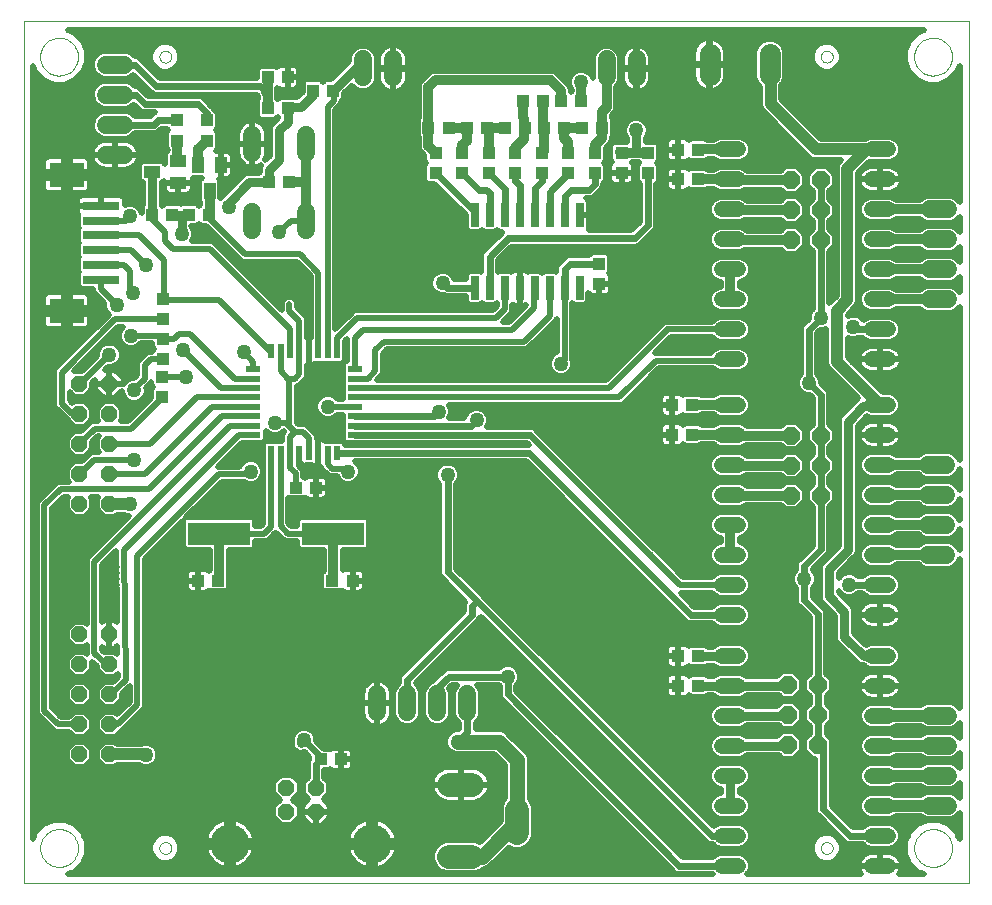
<source format=gbl>
G75*
%MOIN*%
%OFA0B0*%
%FSLAX24Y24*%
%IPPOS*%
%LPD*%
%AMOC8*
5,1,8,0,0,1.08239X$1,22.5*
%
%ADD10C,0.0000*%
%ADD11R,0.0220X0.0500*%
%ADD12R,0.0500X0.0220*%
%ADD13R,0.0433X0.0394*%
%ADD14R,0.2100X0.0760*%
%ADD15R,0.1200X0.0315*%
%ADD16R,0.1181X0.0827*%
%ADD17OC8,0.0561*%
%ADD18C,0.1306*%
%ADD19R,0.0394X0.0551*%
%ADD20R,0.0551X0.0394*%
%ADD21R,0.0394X0.0433*%
%ADD22C,0.0600*%
%ADD23R,0.0260X0.0800*%
%ADD24OC8,0.0600*%
%ADD25C,0.0531*%
%ADD26C,0.0705*%
%ADD27OC8,0.0540*%
%ADD28C,0.0787*%
%ADD29C,0.0197*%
%ADD30C,0.0500*%
%ADD31C,0.0320*%
%ADD32C,0.0236*%
%ADD33C,0.0315*%
%ADD34C,0.0394*%
%ADD35C,0.0240*%
%ADD36C,0.0500*%
%ADD37C,0.0400*%
%ADD38C,0.0217*%
D10*
X000497Y002817D02*
X000497Y031557D01*
X031993Y031557D01*
X031993Y002817D01*
X000497Y002817D01*
X001048Y003998D02*
X001050Y004048D01*
X001056Y004098D01*
X001066Y004147D01*
X001080Y004195D01*
X001097Y004242D01*
X001118Y004287D01*
X001143Y004331D01*
X001171Y004372D01*
X001203Y004411D01*
X001237Y004448D01*
X001274Y004482D01*
X001314Y004512D01*
X001356Y004539D01*
X001400Y004563D01*
X001446Y004584D01*
X001493Y004600D01*
X001541Y004613D01*
X001591Y004622D01*
X001640Y004627D01*
X001691Y004628D01*
X001741Y004625D01*
X001790Y004618D01*
X001839Y004607D01*
X001887Y004592D01*
X001933Y004574D01*
X001978Y004552D01*
X002021Y004526D01*
X002062Y004497D01*
X002101Y004465D01*
X002137Y004430D01*
X002169Y004392D01*
X002199Y004352D01*
X002226Y004309D01*
X002249Y004265D01*
X002268Y004219D01*
X002284Y004171D01*
X002296Y004122D01*
X002304Y004073D01*
X002308Y004023D01*
X002308Y003973D01*
X002304Y003923D01*
X002296Y003874D01*
X002284Y003825D01*
X002268Y003777D01*
X002249Y003731D01*
X002226Y003687D01*
X002199Y003644D01*
X002169Y003604D01*
X002137Y003566D01*
X002101Y003531D01*
X002062Y003499D01*
X002021Y003470D01*
X001978Y003444D01*
X001933Y003422D01*
X001887Y003404D01*
X001839Y003389D01*
X001790Y003378D01*
X001741Y003371D01*
X001691Y003368D01*
X001640Y003369D01*
X001591Y003374D01*
X001541Y003383D01*
X001493Y003396D01*
X001446Y003412D01*
X001400Y003433D01*
X001356Y003457D01*
X001314Y003484D01*
X001274Y003514D01*
X001237Y003548D01*
X001203Y003585D01*
X001171Y003624D01*
X001143Y003665D01*
X001118Y003709D01*
X001097Y003754D01*
X001080Y003801D01*
X001066Y003849D01*
X001056Y003898D01*
X001050Y003948D01*
X001048Y003998D01*
X005024Y003998D02*
X005026Y004025D01*
X005032Y004052D01*
X005041Y004078D01*
X005054Y004102D01*
X005070Y004125D01*
X005089Y004144D01*
X005111Y004161D01*
X005135Y004175D01*
X005160Y004185D01*
X005187Y004192D01*
X005214Y004195D01*
X005242Y004194D01*
X005269Y004189D01*
X005295Y004181D01*
X005319Y004169D01*
X005342Y004153D01*
X005363Y004135D01*
X005380Y004114D01*
X005395Y004090D01*
X005406Y004065D01*
X005414Y004039D01*
X005418Y004012D01*
X005418Y003984D01*
X005414Y003957D01*
X005406Y003931D01*
X005395Y003906D01*
X005380Y003882D01*
X005363Y003861D01*
X005342Y003843D01*
X005320Y003827D01*
X005295Y003815D01*
X005269Y003807D01*
X005242Y003802D01*
X005214Y003801D01*
X005187Y003804D01*
X005160Y003811D01*
X005135Y003821D01*
X005111Y003835D01*
X005089Y003852D01*
X005070Y003871D01*
X005054Y003894D01*
X005041Y003918D01*
X005032Y003944D01*
X005026Y003971D01*
X005024Y003998D01*
X027072Y003998D02*
X027074Y004025D01*
X027080Y004052D01*
X027089Y004078D01*
X027102Y004102D01*
X027118Y004125D01*
X027137Y004144D01*
X027159Y004161D01*
X027183Y004175D01*
X027208Y004185D01*
X027235Y004192D01*
X027262Y004195D01*
X027290Y004194D01*
X027317Y004189D01*
X027343Y004181D01*
X027367Y004169D01*
X027390Y004153D01*
X027411Y004135D01*
X027428Y004114D01*
X027443Y004090D01*
X027454Y004065D01*
X027462Y004039D01*
X027466Y004012D01*
X027466Y003984D01*
X027462Y003957D01*
X027454Y003931D01*
X027443Y003906D01*
X027428Y003882D01*
X027411Y003861D01*
X027390Y003843D01*
X027368Y003827D01*
X027343Y003815D01*
X027317Y003807D01*
X027290Y003802D01*
X027262Y003801D01*
X027235Y003804D01*
X027208Y003811D01*
X027183Y003821D01*
X027159Y003835D01*
X027137Y003852D01*
X027118Y003871D01*
X027102Y003894D01*
X027089Y003918D01*
X027080Y003944D01*
X027074Y003971D01*
X027072Y003998D01*
X030182Y003998D02*
X030184Y004048D01*
X030190Y004098D01*
X030200Y004147D01*
X030214Y004195D01*
X030231Y004242D01*
X030252Y004287D01*
X030277Y004331D01*
X030305Y004372D01*
X030337Y004411D01*
X030371Y004448D01*
X030408Y004482D01*
X030448Y004512D01*
X030490Y004539D01*
X030534Y004563D01*
X030580Y004584D01*
X030627Y004600D01*
X030675Y004613D01*
X030725Y004622D01*
X030774Y004627D01*
X030825Y004628D01*
X030875Y004625D01*
X030924Y004618D01*
X030973Y004607D01*
X031021Y004592D01*
X031067Y004574D01*
X031112Y004552D01*
X031155Y004526D01*
X031196Y004497D01*
X031235Y004465D01*
X031271Y004430D01*
X031303Y004392D01*
X031333Y004352D01*
X031360Y004309D01*
X031383Y004265D01*
X031402Y004219D01*
X031418Y004171D01*
X031430Y004122D01*
X031438Y004073D01*
X031442Y004023D01*
X031442Y003973D01*
X031438Y003923D01*
X031430Y003874D01*
X031418Y003825D01*
X031402Y003777D01*
X031383Y003731D01*
X031360Y003687D01*
X031333Y003644D01*
X031303Y003604D01*
X031271Y003566D01*
X031235Y003531D01*
X031196Y003499D01*
X031155Y003470D01*
X031112Y003444D01*
X031067Y003422D01*
X031021Y003404D01*
X030973Y003389D01*
X030924Y003378D01*
X030875Y003371D01*
X030825Y003368D01*
X030774Y003369D01*
X030725Y003374D01*
X030675Y003383D01*
X030627Y003396D01*
X030580Y003412D01*
X030534Y003433D01*
X030490Y003457D01*
X030448Y003484D01*
X030408Y003514D01*
X030371Y003548D01*
X030337Y003585D01*
X030305Y003624D01*
X030277Y003665D01*
X030252Y003709D01*
X030231Y003754D01*
X030214Y003801D01*
X030200Y003849D01*
X030190Y003898D01*
X030184Y003948D01*
X030182Y003998D01*
X030182Y030376D02*
X030184Y030426D01*
X030190Y030476D01*
X030200Y030525D01*
X030214Y030573D01*
X030231Y030620D01*
X030252Y030665D01*
X030277Y030709D01*
X030305Y030750D01*
X030337Y030789D01*
X030371Y030826D01*
X030408Y030860D01*
X030448Y030890D01*
X030490Y030917D01*
X030534Y030941D01*
X030580Y030962D01*
X030627Y030978D01*
X030675Y030991D01*
X030725Y031000D01*
X030774Y031005D01*
X030825Y031006D01*
X030875Y031003D01*
X030924Y030996D01*
X030973Y030985D01*
X031021Y030970D01*
X031067Y030952D01*
X031112Y030930D01*
X031155Y030904D01*
X031196Y030875D01*
X031235Y030843D01*
X031271Y030808D01*
X031303Y030770D01*
X031333Y030730D01*
X031360Y030687D01*
X031383Y030643D01*
X031402Y030597D01*
X031418Y030549D01*
X031430Y030500D01*
X031438Y030451D01*
X031442Y030401D01*
X031442Y030351D01*
X031438Y030301D01*
X031430Y030252D01*
X031418Y030203D01*
X031402Y030155D01*
X031383Y030109D01*
X031360Y030065D01*
X031333Y030022D01*
X031303Y029982D01*
X031271Y029944D01*
X031235Y029909D01*
X031196Y029877D01*
X031155Y029848D01*
X031112Y029822D01*
X031067Y029800D01*
X031021Y029782D01*
X030973Y029767D01*
X030924Y029756D01*
X030875Y029749D01*
X030825Y029746D01*
X030774Y029747D01*
X030725Y029752D01*
X030675Y029761D01*
X030627Y029774D01*
X030580Y029790D01*
X030534Y029811D01*
X030490Y029835D01*
X030448Y029862D01*
X030408Y029892D01*
X030371Y029926D01*
X030337Y029963D01*
X030305Y030002D01*
X030277Y030043D01*
X030252Y030087D01*
X030231Y030132D01*
X030214Y030179D01*
X030200Y030227D01*
X030190Y030276D01*
X030184Y030326D01*
X030182Y030376D01*
X027072Y030376D02*
X027074Y030403D01*
X027080Y030430D01*
X027089Y030456D01*
X027102Y030480D01*
X027118Y030503D01*
X027137Y030522D01*
X027159Y030539D01*
X027183Y030553D01*
X027208Y030563D01*
X027235Y030570D01*
X027262Y030573D01*
X027290Y030572D01*
X027317Y030567D01*
X027343Y030559D01*
X027367Y030547D01*
X027390Y030531D01*
X027411Y030513D01*
X027428Y030492D01*
X027443Y030468D01*
X027454Y030443D01*
X027462Y030417D01*
X027466Y030390D01*
X027466Y030362D01*
X027462Y030335D01*
X027454Y030309D01*
X027443Y030284D01*
X027428Y030260D01*
X027411Y030239D01*
X027390Y030221D01*
X027368Y030205D01*
X027343Y030193D01*
X027317Y030185D01*
X027290Y030180D01*
X027262Y030179D01*
X027235Y030182D01*
X027208Y030189D01*
X027183Y030199D01*
X027159Y030213D01*
X027137Y030230D01*
X027118Y030249D01*
X027102Y030272D01*
X027089Y030296D01*
X027080Y030322D01*
X027074Y030349D01*
X027072Y030376D01*
X005024Y030376D02*
X005026Y030403D01*
X005032Y030430D01*
X005041Y030456D01*
X005054Y030480D01*
X005070Y030503D01*
X005089Y030522D01*
X005111Y030539D01*
X005135Y030553D01*
X005160Y030563D01*
X005187Y030570D01*
X005214Y030573D01*
X005242Y030572D01*
X005269Y030567D01*
X005295Y030559D01*
X005319Y030547D01*
X005342Y030531D01*
X005363Y030513D01*
X005380Y030492D01*
X005395Y030468D01*
X005406Y030443D01*
X005414Y030417D01*
X005418Y030390D01*
X005418Y030362D01*
X005414Y030335D01*
X005406Y030309D01*
X005395Y030284D01*
X005380Y030260D01*
X005363Y030239D01*
X005342Y030221D01*
X005320Y030205D01*
X005295Y030193D01*
X005269Y030185D01*
X005242Y030180D01*
X005214Y030179D01*
X005187Y030182D01*
X005160Y030189D01*
X005135Y030199D01*
X005111Y030213D01*
X005089Y030230D01*
X005070Y030249D01*
X005054Y030272D01*
X005041Y030296D01*
X005032Y030322D01*
X005026Y030349D01*
X005024Y030376D01*
X001048Y030376D02*
X001050Y030426D01*
X001056Y030476D01*
X001066Y030525D01*
X001080Y030573D01*
X001097Y030620D01*
X001118Y030665D01*
X001143Y030709D01*
X001171Y030750D01*
X001203Y030789D01*
X001237Y030826D01*
X001274Y030860D01*
X001314Y030890D01*
X001356Y030917D01*
X001400Y030941D01*
X001446Y030962D01*
X001493Y030978D01*
X001541Y030991D01*
X001591Y031000D01*
X001640Y031005D01*
X001691Y031006D01*
X001741Y031003D01*
X001790Y030996D01*
X001839Y030985D01*
X001887Y030970D01*
X001933Y030952D01*
X001978Y030930D01*
X002021Y030904D01*
X002062Y030875D01*
X002101Y030843D01*
X002137Y030808D01*
X002169Y030770D01*
X002199Y030730D01*
X002226Y030687D01*
X002249Y030643D01*
X002268Y030597D01*
X002284Y030549D01*
X002296Y030500D01*
X002304Y030451D01*
X002308Y030401D01*
X002308Y030351D01*
X002304Y030301D01*
X002296Y030252D01*
X002284Y030203D01*
X002268Y030155D01*
X002249Y030109D01*
X002226Y030065D01*
X002199Y030022D01*
X002169Y029982D01*
X002137Y029944D01*
X002101Y029909D01*
X002062Y029877D01*
X002021Y029848D01*
X001978Y029822D01*
X001933Y029800D01*
X001887Y029782D01*
X001839Y029767D01*
X001790Y029756D01*
X001741Y029749D01*
X001691Y029746D01*
X001640Y029747D01*
X001591Y029752D01*
X001541Y029761D01*
X001493Y029774D01*
X001446Y029790D01*
X001400Y029811D01*
X001356Y029835D01*
X001314Y029862D01*
X001274Y029892D01*
X001237Y029926D01*
X001203Y029963D01*
X001171Y030002D01*
X001143Y030043D01*
X001118Y030087D01*
X001097Y030132D01*
X001080Y030179D01*
X001066Y030227D01*
X001056Y030276D01*
X001050Y030326D01*
X001048Y030376D01*
D11*
X008745Y020551D03*
X009060Y020551D03*
X009375Y020551D03*
X009690Y020551D03*
X010005Y020551D03*
X010320Y020551D03*
X010635Y020551D03*
X010950Y020551D03*
X010950Y017171D03*
X010635Y017171D03*
X010320Y017171D03*
X010005Y017171D03*
X009690Y017171D03*
X009375Y017171D03*
X009060Y017171D03*
X008745Y017171D03*
D12*
X008157Y017758D03*
X008157Y018073D03*
X008157Y018388D03*
X008157Y018703D03*
X008157Y019018D03*
X008157Y019333D03*
X008157Y019648D03*
X008157Y019963D03*
X011537Y019963D03*
X011537Y019648D03*
X011537Y019333D03*
X011537Y019018D03*
X011537Y018703D03*
X011537Y018388D03*
X011537Y018073D03*
X011537Y017758D03*
D13*
X010231Y016006D03*
X009562Y016006D03*
X010792Y012906D03*
X011461Y012906D03*
X006983Y012906D03*
X006314Y012906D03*
X010398Y006951D03*
X011068Y006951D03*
X009345Y026193D03*
X008676Y026193D03*
X006599Y027581D03*
X006599Y028250D03*
X005615Y028250D03*
X005615Y027581D03*
X014227Y027168D03*
X014227Y026498D03*
X015113Y026498D03*
X015113Y027168D03*
X015999Y027168D03*
X015999Y026498D03*
X016885Y026498D03*
X016885Y027168D03*
X017770Y027168D03*
X017770Y026498D03*
X018656Y026498D03*
X018656Y027168D03*
X019542Y027168D03*
X019542Y026498D03*
X020428Y026498D03*
X020428Y027168D03*
X021314Y027168D03*
X021314Y026498D03*
D14*
X010812Y014481D03*
X007012Y014481D03*
D15*
X003076Y022945D03*
X003076Y023437D03*
X003076Y023930D03*
X003076Y024422D03*
X003076Y024914D03*
X003076Y025406D03*
D16*
X001934Y026439D03*
X001934Y021912D03*
D17*
X009257Y006000D03*
X009257Y005213D03*
X010241Y005213D03*
X010241Y006000D03*
D18*
X012119Y004146D03*
X007379Y004146D03*
D19*
X006698Y025908D03*
X007072Y026774D03*
X006324Y026774D03*
D20*
X005654Y026912D03*
X005654Y026164D03*
X004788Y026538D03*
D21*
X004788Y025111D03*
X005457Y025111D03*
X006019Y025111D03*
X006688Y025111D03*
X005152Y022286D03*
X005152Y021617D03*
X005133Y020977D03*
X005133Y020307D03*
X005113Y019697D03*
X005113Y019028D03*
X013991Y028014D03*
X014660Y028014D03*
X015270Y028014D03*
X015940Y028014D03*
X016550Y028014D03*
X017219Y028014D03*
X017830Y028014D03*
X018499Y028014D03*
X019109Y028014D03*
X019778Y028014D03*
X019089Y028900D03*
X018420Y028900D03*
X017810Y028900D03*
X017141Y028900D03*
X022308Y027276D03*
X022977Y027276D03*
X022977Y026292D03*
X022308Y026292D03*
X019690Y023477D03*
X019690Y022807D03*
X022111Y018762D03*
X022780Y018762D03*
X022780Y017778D03*
X022111Y017778D03*
X022308Y010396D03*
X022977Y010396D03*
X022977Y009412D03*
X022308Y009412D03*
X009296Y028654D03*
X008627Y028654D03*
X008627Y029687D03*
X009296Y029687D03*
X010152Y029244D03*
X010822Y029244D03*
D22*
X011808Y029683D02*
X011808Y030283D01*
X012808Y030283D02*
X012808Y029683D01*
X009901Y027773D02*
X009901Y027173D01*
X008121Y027173D02*
X008121Y027773D01*
X008121Y025213D02*
X008121Y024613D01*
X009901Y024613D02*
X009901Y025213D01*
X003848Y027105D02*
X003248Y027105D01*
X003248Y028105D02*
X003848Y028105D01*
X003848Y029105D02*
X003248Y029105D01*
X003248Y030105D02*
X003848Y030105D01*
X019928Y030283D02*
X019928Y029683D01*
X020928Y029683D02*
X020928Y030283D01*
X030709Y025282D02*
X031309Y025282D01*
X031309Y024282D02*
X030709Y024282D01*
X030709Y023282D02*
X031309Y023282D01*
X031309Y022282D02*
X030709Y022282D01*
X030659Y016768D02*
X031259Y016768D01*
X031259Y015768D02*
X030659Y015768D01*
X030659Y014768D02*
X031259Y014768D01*
X031259Y013768D02*
X030659Y013768D01*
X030709Y008412D02*
X031309Y008412D01*
X031309Y007412D02*
X030709Y007412D01*
X030709Y006412D02*
X031309Y006412D01*
X031309Y005412D02*
X030709Y005412D01*
X015284Y008521D02*
X015284Y009121D01*
X014284Y009121D02*
X014284Y008521D01*
X013284Y008521D02*
X013284Y009121D01*
X012284Y009121D02*
X012284Y008521D01*
D23*
X015528Y022670D03*
X016028Y022670D03*
X016528Y022670D03*
X017028Y022670D03*
X017528Y022670D03*
X018028Y022670D03*
X018528Y022670D03*
X019028Y022670D03*
X019028Y025090D03*
X018528Y025090D03*
X018028Y025090D03*
X017528Y025090D03*
X017028Y025090D03*
X016528Y025090D03*
X016028Y025090D03*
X015528Y025090D03*
D24*
X026080Y025258D03*
X027080Y025258D03*
X027080Y024258D03*
X026080Y024258D03*
X026080Y026258D03*
X027080Y026258D03*
X027080Y017744D03*
X027080Y016744D03*
X027080Y015744D03*
X026080Y015744D03*
X026080Y016744D03*
X026080Y017744D03*
X025981Y009428D03*
X026981Y009428D03*
X026981Y008428D03*
X025981Y008428D03*
X025981Y007428D03*
X026981Y007428D03*
D25*
X028782Y007404D02*
X029314Y007404D01*
X029314Y008404D02*
X028782Y008404D01*
X028782Y009404D02*
X029314Y009404D01*
X029314Y010404D02*
X028782Y010404D01*
X028782Y011770D02*
X029314Y011770D01*
X029314Y012770D02*
X028782Y012770D01*
X028782Y013770D02*
X029314Y013770D01*
X029314Y014770D02*
X028782Y014770D01*
X028782Y015770D02*
X029314Y015770D01*
X029314Y016770D02*
X028782Y016770D01*
X028782Y017770D02*
X029314Y017770D01*
X029314Y018770D02*
X028782Y018770D01*
X028782Y020284D02*
X029314Y020284D01*
X029314Y021284D02*
X028782Y021284D01*
X028782Y022284D02*
X029314Y022284D01*
X029314Y023284D02*
X028782Y023284D01*
X028782Y024284D02*
X029314Y024284D01*
X029314Y025284D02*
X028782Y025284D01*
X028782Y026284D02*
X029314Y026284D01*
X029314Y027284D02*
X028782Y027284D01*
X024314Y027284D02*
X023782Y027284D01*
X023782Y026284D02*
X024314Y026284D01*
X024314Y025284D02*
X023782Y025284D01*
X023782Y024284D02*
X024314Y024284D01*
X024314Y023284D02*
X023782Y023284D01*
X023782Y022284D02*
X024314Y022284D01*
X024314Y021284D02*
X023782Y021284D01*
X023782Y020284D02*
X024314Y020284D01*
X024314Y018770D02*
X023782Y018770D01*
X023782Y017770D02*
X024314Y017770D01*
X024314Y016770D02*
X023782Y016770D01*
X023782Y015770D02*
X024314Y015770D01*
X024314Y014770D02*
X023782Y014770D01*
X023782Y013770D02*
X024314Y013770D01*
X024314Y012770D02*
X023782Y012770D01*
X023782Y011770D02*
X024314Y011770D01*
X024314Y010404D02*
X023782Y010404D01*
X023782Y009404D02*
X024314Y009404D01*
X024314Y008404D02*
X023782Y008404D01*
X023782Y007404D02*
X024314Y007404D01*
X024314Y006404D02*
X023782Y006404D01*
X023782Y005404D02*
X024314Y005404D01*
X024314Y004404D02*
X023782Y004404D01*
X023782Y003404D02*
X024314Y003404D01*
X028782Y003404D02*
X029314Y003404D01*
X029314Y004404D02*
X028782Y004404D01*
X028782Y005404D02*
X029314Y005404D01*
X029314Y006404D02*
X028782Y006404D01*
D26*
X025365Y029762D02*
X025365Y030467D01*
X023365Y030467D02*
X023365Y029762D01*
D27*
X003359Y019463D03*
X002359Y019463D03*
X002359Y018463D03*
X002359Y017463D03*
X002359Y016463D03*
X002359Y015463D03*
X003359Y015463D03*
X003359Y016463D03*
X003359Y017463D03*
X003359Y018463D03*
X003359Y011117D03*
X002359Y011117D03*
X002359Y010117D03*
X003359Y010117D03*
X003359Y009117D03*
X002359Y009117D03*
X002359Y008117D03*
X003359Y008117D03*
X003359Y007117D03*
X002359Y007117D03*
D28*
X014670Y006105D02*
X015457Y006105D01*
X016954Y005278D02*
X016954Y004491D01*
X015457Y003703D02*
X014670Y003703D01*
D29*
X014423Y003208D02*
X002196Y003208D01*
X002204Y003211D02*
X002465Y003473D01*
X002606Y003814D01*
X002606Y004183D01*
X002465Y004524D01*
X002204Y004785D01*
X001863Y004927D01*
X001493Y004927D01*
X001152Y004785D01*
X000891Y004524D01*
X000795Y004293D01*
X000795Y030081D01*
X000891Y029851D01*
X001152Y029589D01*
X001493Y029448D01*
X001863Y029448D01*
X002204Y029589D01*
X002465Y029851D01*
X002606Y030192D01*
X002606Y030561D01*
X002465Y030902D01*
X002204Y031163D01*
X001973Y031259D01*
X030517Y031259D01*
X030286Y031163D01*
X030025Y030902D01*
X029883Y030561D01*
X029883Y030192D01*
X030025Y029851D01*
X030286Y029589D01*
X030627Y029448D01*
X030996Y029448D01*
X031338Y029589D01*
X031599Y029851D01*
X031694Y030081D01*
X031694Y025544D01*
X031568Y025671D01*
X031400Y025740D01*
X030617Y025740D01*
X030449Y025671D01*
X030379Y025600D01*
X029597Y025600D01*
X029554Y025643D01*
X029398Y025708D01*
X028698Y025708D01*
X028542Y025643D01*
X028423Y025524D01*
X028358Y025368D01*
X028358Y025199D01*
X028423Y025044D01*
X028542Y024924D01*
X028698Y024860D01*
X029398Y024860D01*
X029554Y024924D01*
X029593Y024963D01*
X030379Y024963D01*
X030449Y024893D01*
X030617Y024823D01*
X031400Y024823D01*
X031568Y024893D01*
X031694Y025019D01*
X031694Y024544D01*
X031568Y024671D01*
X031400Y024740D01*
X030617Y024740D01*
X030449Y024671D01*
X030379Y024600D01*
X029597Y024600D01*
X029554Y024643D01*
X029398Y024708D01*
X028698Y024708D01*
X028542Y024643D01*
X028423Y024524D01*
X028358Y024368D01*
X028358Y024199D01*
X028423Y024044D01*
X028542Y023924D01*
X028698Y023860D01*
X029398Y023860D01*
X029554Y023924D01*
X029593Y023963D01*
X030379Y023963D01*
X030449Y023893D01*
X030617Y023823D01*
X031400Y023823D01*
X031568Y023893D01*
X031694Y024019D01*
X031694Y023544D01*
X031568Y023671D01*
X031400Y023740D01*
X030617Y023740D01*
X030449Y023671D01*
X030379Y023600D01*
X029597Y023600D01*
X029554Y023643D01*
X029398Y023708D01*
X028698Y023708D01*
X028542Y023643D01*
X028423Y023524D01*
X028358Y023368D01*
X028358Y023199D01*
X028423Y023044D01*
X028542Y022924D01*
X028698Y022860D01*
X029398Y022860D01*
X029554Y022924D01*
X029593Y022963D01*
X030379Y022963D01*
X030449Y022893D01*
X030617Y022823D01*
X031400Y022823D01*
X031568Y022893D01*
X031694Y023019D01*
X031694Y022544D01*
X031568Y022671D01*
X031400Y022740D01*
X030617Y022740D01*
X030449Y022671D01*
X030379Y022600D01*
X029597Y022600D01*
X029554Y022643D01*
X029398Y022708D01*
X028698Y022708D01*
X028542Y022643D01*
X028423Y022524D01*
X028358Y022368D01*
X028358Y022199D01*
X028423Y022044D01*
X028542Y021924D01*
X028698Y021860D01*
X029398Y021860D01*
X029554Y021924D01*
X029593Y021963D01*
X030379Y021963D01*
X030449Y021893D01*
X030617Y021823D01*
X031400Y021823D01*
X031568Y021893D01*
X031694Y022019D01*
X031694Y016916D01*
X031648Y017028D01*
X031519Y017157D01*
X031351Y017227D01*
X030568Y017227D01*
X030400Y017157D01*
X030330Y017087D01*
X029597Y017087D01*
X029554Y017130D01*
X029398Y017194D01*
X028698Y017194D01*
X028542Y017130D01*
X028423Y017010D01*
X028358Y016854D01*
X028358Y016686D01*
X028423Y016530D01*
X028542Y016410D01*
X028698Y016346D01*
X029398Y016346D01*
X029554Y016410D01*
X029593Y016450D01*
X030330Y016450D01*
X030400Y016379D01*
X030568Y016310D01*
X031351Y016310D01*
X031519Y016379D01*
X031648Y016508D01*
X031694Y016620D01*
X031694Y015916D01*
X031648Y016028D01*
X031519Y016157D01*
X031351Y016227D01*
X030568Y016227D01*
X030400Y016157D01*
X030330Y016087D01*
X029597Y016087D01*
X029554Y016130D01*
X029398Y016194D01*
X028698Y016194D01*
X028542Y016130D01*
X028423Y016010D01*
X028358Y015854D01*
X028358Y015686D01*
X028423Y015530D01*
X028542Y015410D01*
X028698Y015346D01*
X029398Y015346D01*
X029554Y015410D01*
X029593Y015450D01*
X030330Y015450D01*
X030400Y015379D01*
X030568Y015310D01*
X031351Y015310D01*
X031519Y015379D01*
X031648Y015508D01*
X031694Y015620D01*
X031694Y014916D01*
X031648Y015028D01*
X031519Y015157D01*
X031351Y015227D01*
X030568Y015227D01*
X030400Y015157D01*
X030330Y015087D01*
X029597Y015087D01*
X029554Y015130D01*
X029398Y015194D01*
X028698Y015194D01*
X028542Y015130D01*
X028423Y015010D01*
X028358Y014854D01*
X028358Y014686D01*
X028423Y014530D01*
X028542Y014410D01*
X028698Y014346D01*
X029398Y014346D01*
X029554Y014410D01*
X029593Y014450D01*
X030330Y014450D01*
X030400Y014379D01*
X030568Y014310D01*
X031351Y014310D01*
X031519Y014379D01*
X031648Y014508D01*
X031694Y014620D01*
X031694Y013916D01*
X031648Y014028D01*
X031519Y014157D01*
X031351Y014227D01*
X030568Y014227D01*
X030400Y014157D01*
X030330Y014087D01*
X029597Y014087D01*
X029554Y014130D01*
X029398Y014194D01*
X028698Y014194D01*
X028542Y014130D01*
X028423Y014010D01*
X028358Y013854D01*
X028358Y013686D01*
X028423Y013530D01*
X028542Y013410D01*
X028698Y013346D01*
X029398Y013346D01*
X029554Y013410D01*
X029593Y013450D01*
X030330Y013450D01*
X030400Y013379D01*
X030568Y013310D01*
X031351Y013310D01*
X031519Y013379D01*
X031648Y013508D01*
X031694Y013620D01*
X031694Y008674D01*
X031568Y008800D01*
X031400Y008870D01*
X030617Y008870D01*
X030449Y008800D01*
X030419Y008770D01*
X029538Y008770D01*
X029398Y008828D01*
X028698Y008828D01*
X028542Y008764D01*
X028423Y008644D01*
X028358Y008488D01*
X028358Y008320D01*
X028423Y008164D01*
X028542Y008044D01*
X028698Y007980D01*
X029398Y007980D01*
X029554Y008044D01*
X029563Y008053D01*
X030419Y008053D01*
X030449Y008023D01*
X030617Y007953D01*
X031400Y007953D01*
X031568Y008023D01*
X031694Y008149D01*
X031694Y007674D01*
X031568Y007800D01*
X031400Y007870D01*
X030617Y007870D01*
X030449Y007800D01*
X030419Y007770D01*
X029538Y007770D01*
X029398Y007828D01*
X028698Y007828D01*
X028542Y007764D01*
X028423Y007644D01*
X028358Y007488D01*
X028358Y007320D01*
X028423Y007164D01*
X028542Y007044D01*
X028698Y006980D01*
X029398Y006980D01*
X029554Y007044D01*
X029563Y007053D01*
X030419Y007053D01*
X030449Y007023D01*
X030617Y006953D01*
X031400Y006953D01*
X031568Y007023D01*
X031694Y007149D01*
X031694Y006674D01*
X031568Y006800D01*
X031400Y006870D01*
X030617Y006870D01*
X030449Y006800D01*
X030419Y006770D01*
X029538Y006770D01*
X029398Y006828D01*
X028698Y006828D01*
X028542Y006764D01*
X028423Y006644D01*
X028358Y006488D01*
X028358Y006320D01*
X028423Y006164D01*
X028542Y006044D01*
X028698Y005980D01*
X029398Y005980D01*
X029554Y006044D01*
X029563Y006053D01*
X030419Y006053D01*
X030449Y006023D01*
X030617Y005953D01*
X031400Y005953D01*
X031568Y006023D01*
X031694Y006149D01*
X031694Y005674D01*
X031568Y005800D01*
X031400Y005870D01*
X030617Y005870D01*
X030449Y005800D01*
X030419Y005770D01*
X029538Y005770D01*
X029398Y005828D01*
X028698Y005828D01*
X028542Y005764D01*
X028423Y005644D01*
X028358Y005488D01*
X028358Y005320D01*
X028423Y005164D01*
X028542Y005044D01*
X028698Y004980D01*
X029398Y004980D01*
X029554Y005044D01*
X029563Y005053D01*
X030419Y005053D01*
X030449Y005023D01*
X030617Y004953D01*
X031400Y004953D01*
X031568Y005023D01*
X031694Y005149D01*
X031694Y004293D01*
X031599Y004524D01*
X031338Y004785D01*
X030996Y004927D01*
X030627Y004927D01*
X030286Y004785D01*
X030025Y004524D01*
X029883Y004183D01*
X029883Y003814D01*
X030025Y003473D01*
X030286Y003211D01*
X030517Y003116D01*
X029678Y003116D01*
X029711Y003161D01*
X029744Y003226D01*
X029767Y003295D01*
X029778Y003367D01*
X029778Y003404D01*
X029778Y003440D01*
X029767Y003513D01*
X029744Y003582D01*
X029711Y003647D01*
X029668Y003706D01*
X029616Y003758D01*
X029557Y003801D01*
X029492Y003834D01*
X029422Y003857D01*
X029350Y003868D01*
X029048Y003868D01*
X028746Y003868D01*
X028674Y003857D01*
X028604Y003834D01*
X028539Y003801D01*
X028480Y003758D01*
X028428Y003706D01*
X028385Y003647D01*
X028352Y003582D01*
X028330Y003513D01*
X028318Y003440D01*
X028318Y003404D01*
X029048Y003404D01*
X029048Y003868D01*
X029048Y003404D01*
X029048Y003404D01*
X029048Y003404D01*
X028318Y003404D01*
X028318Y003367D01*
X028330Y003295D01*
X028352Y003226D01*
X028385Y003161D01*
X028418Y003116D01*
X024625Y003116D01*
X024673Y003164D01*
X024738Y003320D01*
X024738Y003488D01*
X024673Y003644D01*
X024554Y003764D01*
X024398Y003828D01*
X023698Y003828D01*
X023542Y003764D01*
X023463Y003684D01*
X022462Y003684D01*
X016915Y009231D01*
X016915Y009406D01*
X016985Y009476D01*
X017047Y009626D01*
X017047Y009788D01*
X016985Y009938D01*
X016870Y010053D01*
X016720Y010116D01*
X016557Y010116D01*
X016407Y010053D01*
X016338Y009984D01*
X014615Y009984D01*
X014513Y009942D01*
X014436Y009864D01*
X014122Y009550D01*
X014025Y009510D01*
X013896Y009381D01*
X013826Y009212D01*
X013826Y008430D01*
X013896Y008262D01*
X014025Y008133D01*
X014193Y008063D01*
X014375Y008063D01*
X014544Y008133D01*
X014673Y008262D01*
X014743Y008430D01*
X014743Y009212D01*
X014691Y009337D01*
X014785Y009431D01*
X014945Y009431D01*
X014896Y009381D01*
X014826Y009212D01*
X014826Y008430D01*
X014896Y008262D01*
X015008Y008149D01*
X015008Y007975D01*
X014983Y007950D01*
X014884Y007950D01*
X014734Y007888D01*
X014619Y007773D01*
X014557Y007623D01*
X014557Y007460D01*
X014619Y007310D01*
X014734Y007195D01*
X014884Y007133D01*
X016174Y007133D01*
X016545Y006762D01*
X016545Y005650D01*
X016485Y005591D01*
X016401Y005388D01*
X016401Y004910D01*
X015694Y004203D01*
X015567Y004255D01*
X014560Y004255D01*
X014357Y004171D01*
X014202Y004016D01*
X014118Y003813D01*
X014118Y003593D01*
X014202Y003390D01*
X014357Y003235D01*
X014560Y003151D01*
X015567Y003151D01*
X015770Y003235D01*
X015830Y003295D01*
X015854Y003295D01*
X016004Y003357D01*
X016661Y004014D01*
X016844Y003938D01*
X017063Y003938D01*
X017266Y004022D01*
X017422Y004178D01*
X017506Y004381D01*
X017506Y005388D01*
X017422Y005591D01*
X017362Y005650D01*
X017362Y007013D01*
X017300Y007163D01*
X016690Y007773D01*
X016575Y007888D01*
X016425Y007950D01*
X015561Y007950D01*
X015561Y008149D01*
X015673Y008262D01*
X015743Y008430D01*
X015743Y009212D01*
X015673Y009381D01*
X015623Y009431D01*
X016338Y009431D01*
X016362Y009406D01*
X016362Y009062D01*
X016404Y008960D01*
X016482Y008882D01*
X022113Y003251D01*
X022191Y003173D01*
X022292Y003131D01*
X023455Y003131D01*
X023471Y003116D01*
X001973Y003116D01*
X002204Y003211D01*
X002396Y003403D02*
X006963Y003403D01*
X007001Y003381D02*
X007105Y003338D01*
X007212Y003309D01*
X007280Y003300D01*
X007280Y004048D01*
X006533Y004048D01*
X006542Y003980D01*
X006571Y003872D01*
X006614Y003769D01*
X006669Y003672D01*
X006737Y003584D01*
X006816Y003505D01*
X006905Y003437D01*
X007001Y003381D01*
X007280Y003403D02*
X007477Y003403D01*
X007477Y003300D02*
X007545Y003309D01*
X007653Y003338D01*
X007756Y003381D01*
X007853Y003437D01*
X007941Y003505D01*
X008020Y003584D01*
X008088Y003672D01*
X008144Y003769D01*
X008186Y003872D01*
X008215Y003980D01*
X008224Y004048D01*
X007477Y004048D01*
X007477Y004244D01*
X008224Y004244D01*
X008215Y004312D01*
X008186Y004420D01*
X008144Y004523D01*
X008088Y004620D01*
X008020Y004708D01*
X007941Y004787D01*
X007853Y004855D01*
X007756Y004911D01*
X007653Y004954D01*
X007545Y004983D01*
X007477Y004992D01*
X007477Y004244D01*
X007280Y004244D01*
X007280Y004048D01*
X007477Y004048D01*
X007477Y003300D01*
X007477Y003599D02*
X007280Y003599D01*
X007280Y003794D02*
X007477Y003794D01*
X007477Y003989D02*
X007280Y003989D01*
X007280Y004185D02*
X005680Y004185D01*
X005717Y004097D02*
X005641Y004279D01*
X005502Y004418D01*
X005320Y004494D01*
X005123Y004494D01*
X004941Y004418D01*
X004801Y004279D01*
X004726Y004097D01*
X004726Y003900D01*
X004801Y003718D01*
X004941Y003579D01*
X005123Y003503D01*
X005320Y003503D01*
X005502Y003579D01*
X005641Y003718D01*
X005717Y003900D01*
X005717Y004097D01*
X005717Y003989D02*
X006541Y003989D01*
X006603Y003794D02*
X005673Y003794D01*
X005522Y003599D02*
X006726Y003599D01*
X006533Y004244D02*
X007280Y004244D01*
X007280Y004992D01*
X007212Y004983D01*
X007105Y004954D01*
X007001Y004911D01*
X006905Y004855D01*
X006816Y004787D01*
X006737Y004708D01*
X006669Y004620D01*
X006614Y004523D01*
X006571Y004420D01*
X006542Y004312D01*
X006533Y004244D01*
X006560Y004380D02*
X005540Y004380D01*
X004903Y004380D02*
X002525Y004380D01*
X002606Y004185D02*
X004762Y004185D01*
X004726Y003989D02*
X002606Y003989D01*
X002598Y003794D02*
X004770Y003794D01*
X004921Y003599D02*
X002517Y003599D01*
X002414Y004575D02*
X006644Y004575D01*
X006800Y004771D02*
X002218Y004771D01*
X001137Y004771D02*
X000795Y004771D01*
X000795Y004966D02*
X007151Y004966D01*
X007280Y004966D02*
X007477Y004966D01*
X007607Y004966D02*
X008883Y004966D01*
X008818Y005031D02*
X009075Y004774D01*
X009439Y004774D01*
X009696Y005031D01*
X009696Y005395D01*
X009484Y005607D01*
X009696Y005819D01*
X009696Y006182D01*
X009439Y006439D01*
X009075Y006439D01*
X008818Y006182D01*
X008818Y005819D01*
X009030Y005607D01*
X008818Y005395D01*
X008818Y005031D01*
X008818Y005162D02*
X000795Y005162D01*
X000795Y005357D02*
X008818Y005357D01*
X008975Y005552D02*
X000795Y005552D01*
X000795Y005748D02*
X008889Y005748D01*
X008818Y005943D02*
X000795Y005943D01*
X000795Y006138D02*
X008818Y006138D01*
X008969Y006334D02*
X000795Y006334D01*
X000795Y006529D02*
X009963Y006529D01*
X009963Y006343D02*
X009802Y006182D01*
X009802Y005819D01*
X009986Y005635D01*
X009762Y005411D01*
X009762Y005213D01*
X010241Y005213D01*
X010720Y005213D01*
X010241Y005213D01*
X010241Y005213D01*
X010241Y004734D01*
X010439Y004734D01*
X010720Y005015D01*
X010720Y005213D01*
X010720Y005411D01*
X010496Y005635D01*
X010680Y005819D01*
X010680Y006182D01*
X010519Y006343D01*
X010519Y006596D01*
X010681Y006596D01*
X010705Y006620D01*
X010729Y006596D01*
X010775Y006569D01*
X010825Y006556D01*
X011068Y006556D01*
X011310Y006556D01*
X011361Y006569D01*
X011406Y006596D01*
X011443Y006632D01*
X011469Y006678D01*
X011483Y006728D01*
X011483Y006951D01*
X011068Y006951D01*
X011068Y006951D01*
X011068Y006556D01*
X011068Y006951D01*
X011068Y006951D01*
X011483Y006951D01*
X011483Y007174D01*
X011469Y007225D01*
X011443Y007270D01*
X011406Y007307D01*
X011361Y007333D01*
X011310Y007346D01*
X011068Y007346D01*
X011068Y006951D01*
X011068Y006951D01*
X011068Y007346D01*
X010825Y007346D01*
X010775Y007333D01*
X010729Y007307D01*
X010705Y007282D01*
X010681Y007306D01*
X010525Y007306D01*
X010256Y007576D01*
X010256Y007672D01*
X010193Y007822D01*
X010079Y007937D01*
X009928Y007999D01*
X009766Y007999D01*
X009616Y007937D01*
X009501Y007822D01*
X009439Y007672D01*
X009439Y007570D01*
X009433Y007555D01*
X009433Y007430D01*
X009481Y007314D01*
X009570Y007225D01*
X009686Y007177D01*
X009812Y007177D01*
X009826Y007183D01*
X009862Y007183D01*
X010023Y007021D01*
X010023Y006970D01*
X010005Y006951D01*
X009963Y006849D01*
X009963Y006343D01*
X009953Y006334D02*
X009544Y006334D01*
X009696Y006138D02*
X009802Y006138D01*
X009802Y005943D02*
X009696Y005943D01*
X009625Y005748D02*
X009873Y005748D01*
X009903Y005552D02*
X009538Y005552D01*
X009696Y005357D02*
X009762Y005357D01*
X009762Y005213D02*
X009762Y005015D01*
X010043Y004734D01*
X010241Y004734D01*
X010241Y005213D01*
X010241Y005213D01*
X010241Y005213D01*
X009762Y005213D01*
X009762Y005162D02*
X009696Y005162D01*
X009631Y004966D02*
X009810Y004966D01*
X010006Y004771D02*
X007958Y004771D01*
X008114Y004575D02*
X011384Y004575D01*
X011410Y004620D02*
X011354Y004523D01*
X011311Y004420D01*
X011282Y004312D01*
X011273Y004244D01*
X012020Y004244D01*
X012020Y004048D01*
X011273Y004048D01*
X011282Y003980D01*
X011311Y003872D01*
X011354Y003769D01*
X011410Y003672D01*
X011478Y003584D01*
X011556Y003505D01*
X011645Y003437D01*
X011742Y003381D01*
X011845Y003338D01*
X011952Y003309D01*
X012020Y003300D01*
X012020Y004048D01*
X012217Y004048D01*
X012217Y004244D01*
X012964Y004244D01*
X012956Y004312D01*
X012927Y004420D01*
X012884Y004523D01*
X012828Y004620D01*
X012760Y004708D01*
X012681Y004787D01*
X012593Y004855D01*
X012496Y004911D01*
X012393Y004954D01*
X012285Y004983D01*
X012217Y004992D01*
X012217Y004244D01*
X012020Y004244D01*
X012020Y004992D01*
X011952Y004983D01*
X011845Y004954D01*
X011742Y004911D01*
X011645Y004855D01*
X011556Y004787D01*
X011478Y004708D01*
X011410Y004620D01*
X011540Y004771D02*
X010476Y004771D01*
X010241Y004771D02*
X010241Y004771D01*
X010241Y004966D02*
X010241Y004966D01*
X010241Y005162D02*
X010241Y005162D01*
X010579Y005552D02*
X014454Y005552D01*
X014443Y005556D02*
X014531Y005527D01*
X014623Y005513D01*
X015064Y005513D01*
X015504Y005513D01*
X015596Y005527D01*
X015685Y005556D01*
X015768Y005598D01*
X015843Y005653D01*
X015909Y005719D01*
X015964Y005794D01*
X016006Y005877D01*
X016035Y005966D01*
X016050Y006058D01*
X016050Y006105D01*
X016050Y006151D01*
X016035Y006243D01*
X016006Y006332D01*
X015964Y006415D01*
X015909Y006490D01*
X015843Y006556D01*
X015768Y006611D01*
X015685Y006653D01*
X015596Y006682D01*
X015504Y006697D01*
X015064Y006697D01*
X015064Y006105D01*
X015064Y006105D01*
X016050Y006105D01*
X015064Y006105D01*
X015064Y006105D01*
X015064Y006697D01*
X014623Y006697D01*
X014531Y006682D01*
X014443Y006653D01*
X014360Y006611D01*
X014284Y006556D01*
X014218Y006490D01*
X014164Y006415D01*
X014121Y006332D01*
X014093Y006243D01*
X014078Y006151D01*
X014078Y006105D01*
X015064Y006105D01*
X015064Y006105D01*
X015064Y005513D01*
X015064Y006105D01*
X015064Y006105D01*
X014078Y006105D01*
X014078Y006058D01*
X014093Y005966D01*
X014121Y005877D01*
X014164Y005794D01*
X014218Y005719D01*
X014284Y005653D01*
X014360Y005598D01*
X014443Y005556D01*
X014198Y005748D02*
X010609Y005748D01*
X010680Y005943D02*
X014100Y005943D01*
X014078Y006138D02*
X010680Y006138D01*
X010528Y006334D02*
X014122Y006334D01*
X014257Y006529D02*
X010519Y006529D01*
X009992Y006920D02*
X004949Y006920D01*
X004928Y006867D02*
X004990Y007018D01*
X004990Y007180D01*
X004928Y007330D01*
X004813Y007445D01*
X004663Y007507D01*
X004500Y007507D01*
X004415Y007472D01*
X003610Y007472D01*
X003537Y007545D01*
X003182Y007545D01*
X002931Y007294D01*
X002931Y006939D01*
X003182Y006688D01*
X003537Y006688D01*
X003610Y006761D01*
X004341Y006761D01*
X004350Y006753D01*
X004500Y006690D01*
X004663Y006690D01*
X004813Y006753D01*
X004928Y006867D01*
X004745Y006724D02*
X009963Y006724D01*
X009929Y007115D02*
X004990Y007115D01*
X004936Y007310D02*
X009484Y007310D01*
X009433Y007506D02*
X004666Y007506D01*
X004497Y007506D02*
X003576Y007506D01*
X003537Y007688D02*
X003727Y007878D01*
X003776Y007899D01*
X004432Y008554D01*
X004504Y008627D01*
X004543Y008721D01*
X004543Y013636D01*
X005804Y014897D01*
X005804Y014035D01*
X005897Y013942D01*
X006694Y013942D01*
X006694Y013254D01*
X006677Y013237D01*
X006652Y013262D01*
X006607Y013288D01*
X006556Y013301D01*
X006314Y013301D01*
X006314Y012906D01*
X006314Y012906D01*
X006314Y012511D01*
X006556Y012511D01*
X006607Y012524D01*
X006652Y012550D01*
X006677Y012575D01*
X006701Y012551D01*
X007265Y012551D01*
X007358Y012643D01*
X007358Y013168D01*
X007331Y013196D01*
X007331Y013942D01*
X008128Y013942D01*
X008221Y014035D01*
X008221Y014224D01*
X008570Y014224D01*
X008664Y014263D01*
X008736Y014335D01*
X008859Y014458D01*
X008890Y014489D01*
X008890Y014489D01*
X008912Y014511D01*
X008914Y014509D01*
X008914Y014509D01*
X009088Y014335D01*
X009160Y014263D01*
X009255Y014224D01*
X009604Y014224D01*
X009604Y014035D01*
X009697Y013942D01*
X010494Y013942D01*
X010494Y013245D01*
X010417Y013168D01*
X010417Y012643D01*
X010510Y012551D01*
X011074Y012551D01*
X011098Y012575D01*
X011123Y012550D01*
X011168Y012524D01*
X011219Y012511D01*
X011461Y012511D01*
X011461Y012906D01*
X011461Y013301D01*
X011219Y013301D01*
X011168Y013288D01*
X011131Y013266D01*
X011131Y013942D01*
X011928Y013942D01*
X012021Y014035D01*
X012021Y014926D01*
X011928Y015019D01*
X009697Y015019D01*
X009604Y014926D01*
X009604Y014738D01*
X009412Y014738D01*
X009317Y014833D01*
X009317Y015651D01*
X009844Y015651D01*
X009868Y015675D01*
X009893Y015651D01*
X009938Y015625D01*
X009988Y015611D01*
X010231Y015611D01*
X010231Y016006D01*
X010231Y016006D01*
X010231Y015611D01*
X010474Y015611D01*
X010524Y015625D01*
X010569Y015651D01*
X010606Y015688D01*
X010633Y015733D01*
X010646Y015783D01*
X010646Y016006D01*
X010231Y016006D01*
X010231Y016006D01*
X010646Y016006D01*
X010646Y016229D01*
X010633Y016280D01*
X010606Y016325D01*
X010569Y016362D01*
X010524Y016388D01*
X010474Y016402D01*
X010231Y016402D01*
X009988Y016402D01*
X009938Y016388D01*
X009893Y016362D01*
X009868Y016337D01*
X009844Y016362D01*
X009819Y016362D01*
X009819Y016540D01*
X009780Y016634D01*
X009691Y016722D01*
X009826Y016722D01*
X009876Y016736D01*
X009922Y016762D01*
X010087Y016762D01*
X010088Y016762D01*
X010133Y016736D01*
X010184Y016722D01*
X010320Y016722D01*
X010386Y016722D01*
X010417Y016648D01*
X010565Y016501D01*
X010637Y016428D01*
X010731Y016389D01*
X010947Y016389D01*
X010977Y016316D01*
X011092Y016201D01*
X011242Y016139D01*
X011405Y016139D01*
X011555Y016201D01*
X011670Y016316D01*
X011732Y016466D01*
X011732Y016629D01*
X011670Y016779D01*
X011555Y016894D01*
X011554Y016894D01*
X017230Y016894D01*
X022510Y011613D01*
X022588Y011536D01*
X022690Y011494D01*
X023459Y011494D01*
X023542Y011410D01*
X023698Y011346D01*
X024398Y011346D01*
X024554Y011410D01*
X024673Y011530D01*
X024738Y011686D01*
X024738Y011854D01*
X024673Y012010D01*
X024554Y012130D01*
X024398Y012194D01*
X023698Y012194D01*
X023542Y012130D01*
X023459Y012047D01*
X022859Y012047D01*
X022393Y012513D01*
X023439Y012513D01*
X023542Y012410D01*
X023698Y012346D01*
X024398Y012346D01*
X024554Y012410D01*
X024673Y012530D01*
X024738Y012686D01*
X024738Y012854D01*
X024673Y013010D01*
X024554Y013130D01*
X024398Y013194D01*
X023698Y013194D01*
X023542Y013130D01*
X023439Y013027D01*
X022491Y013027D01*
X021733Y013785D01*
X021661Y013857D01*
X021508Y014009D01*
X021492Y014016D01*
X017623Y017886D01*
X017613Y017909D01*
X017538Y017984D01*
X017440Y018025D01*
X015944Y018025D01*
X016004Y018169D01*
X016004Y018332D01*
X015942Y018482D01*
X015827Y018597D01*
X015677Y018659D01*
X015514Y018659D01*
X015364Y018597D01*
X015249Y018482D01*
X015190Y018340D01*
X014692Y018340D01*
X014744Y018464D01*
X014744Y018627D01*
X014688Y018761D01*
X020410Y018761D01*
X020505Y018800D01*
X021686Y019982D01*
X023485Y019982D01*
X023542Y019924D01*
X023698Y019860D01*
X024398Y019860D01*
X024554Y019924D01*
X024673Y020044D01*
X024738Y020199D01*
X024738Y020368D01*
X024673Y020524D01*
X024554Y020643D01*
X024398Y020708D01*
X023698Y020708D01*
X023542Y020643D01*
X023423Y020524D01*
X023411Y020495D01*
X021530Y020495D01*
X022062Y021027D01*
X023439Y021027D01*
X023542Y020924D01*
X023698Y020860D01*
X024398Y020860D01*
X024554Y020924D01*
X024673Y021044D01*
X024738Y021199D01*
X024738Y021368D01*
X024673Y021524D01*
X024554Y021643D01*
X024398Y021708D01*
X023698Y021708D01*
X023542Y021643D01*
X023439Y021541D01*
X021904Y021541D01*
X021810Y021502D01*
X021736Y021427D01*
X021716Y021408D01*
X019898Y019590D01*
X012269Y019590D01*
X012355Y019676D01*
X012427Y019749D01*
X012466Y019843D01*
X012466Y020477D01*
X012611Y020621D01*
X017231Y020621D01*
X017325Y020661D01*
X018174Y021509D01*
X018246Y021581D01*
X018271Y021643D01*
X018271Y020525D01*
X018179Y020486D01*
X018064Y020372D01*
X018002Y020221D01*
X018002Y020059D01*
X018064Y019909D01*
X018179Y019794D01*
X018329Y019732D01*
X018491Y019732D01*
X018642Y019794D01*
X018756Y019909D01*
X018819Y020059D01*
X018819Y020221D01*
X018785Y020302D01*
X018785Y022159D01*
X018833Y022112D01*
X019224Y022112D01*
X019317Y022205D01*
X019317Y022499D01*
X019334Y022469D01*
X019371Y022432D01*
X019416Y022406D01*
X019467Y022393D01*
X019690Y022393D01*
X019913Y022393D01*
X019963Y022406D01*
X020008Y022432D01*
X020045Y022469D01*
X020072Y022514D01*
X020085Y022565D01*
X020085Y022807D01*
X019690Y022807D01*
X019690Y022393D01*
X019690Y022807D01*
X019690Y022807D01*
X019690Y022807D01*
X020085Y022807D01*
X020085Y023050D01*
X020072Y023101D01*
X020045Y023146D01*
X020021Y023170D01*
X020045Y023195D01*
X020045Y023759D01*
X019952Y023852D01*
X019427Y023852D01*
X019334Y023759D01*
X019334Y023753D01*
X018641Y023753D01*
X018539Y023711D01*
X018372Y023544D01*
X018294Y023466D01*
X018252Y023364D01*
X018252Y023201D01*
X018224Y023229D01*
X017833Y023229D01*
X017778Y023174D01*
X017724Y023229D01*
X017333Y023229D01*
X017307Y023203D01*
X017280Y023229D01*
X017235Y023255D01*
X017184Y023269D01*
X017028Y023269D01*
X016872Y023269D01*
X016822Y023255D01*
X016777Y023229D01*
X016750Y023203D01*
X016724Y023229D01*
X016333Y023229D01*
X016307Y023203D01*
X016307Y023600D01*
X016753Y024047D01*
X020926Y024047D01*
X021028Y024089D01*
X021105Y024167D01*
X021467Y024528D01*
X021471Y024530D01*
X021550Y024608D01*
X021592Y024711D01*
X021592Y026143D01*
X021596Y026143D01*
X021689Y026236D01*
X021689Y026761D01*
X021617Y026833D01*
X021689Y026905D01*
X021689Y027430D01*
X021596Y027523D01*
X021236Y027523D01*
X021236Y027654D01*
X021266Y027684D01*
X021329Y027835D01*
X021329Y027997D01*
X021266Y028147D01*
X021151Y028262D01*
X021001Y028324D01*
X020839Y028324D01*
X020689Y028262D01*
X020574Y028147D01*
X020512Y027997D01*
X020512Y027835D01*
X020574Y027684D01*
X020604Y027654D01*
X020604Y027523D01*
X020458Y027523D01*
X020452Y027526D01*
X020325Y027526D01*
X020319Y027523D01*
X020146Y027523D01*
X020053Y027430D01*
X020053Y026905D01*
X020099Y026859D01*
X020090Y026854D01*
X020053Y026817D01*
X020027Y026772D01*
X020013Y026721D01*
X020013Y026498D01*
X020013Y026275D01*
X020027Y026225D01*
X020053Y026180D01*
X020090Y026143D01*
X020135Y026117D01*
X020185Y026103D01*
X020428Y026103D01*
X020671Y026103D01*
X020721Y026117D01*
X020766Y026143D01*
X020803Y026180D01*
X020829Y026225D01*
X020843Y026275D01*
X020843Y026498D01*
X020428Y026498D01*
X020428Y026103D01*
X020428Y026498D01*
X020428Y026498D01*
X020428Y026498D01*
X020013Y026498D01*
X020428Y026498D01*
X020428Y026498D01*
X020843Y026498D01*
X020843Y026721D01*
X020829Y026772D01*
X020803Y026817D01*
X020771Y026849D01*
X020995Y026849D01*
X021011Y026833D01*
X020939Y026761D01*
X020939Y026236D01*
X021032Y026143D01*
X021035Y026143D01*
X021035Y024879D01*
X020756Y024600D01*
X019335Y024600D01*
X019343Y024614D01*
X019357Y024664D01*
X019357Y025090D01*
X019028Y025090D01*
X019028Y025090D01*
X019357Y025090D01*
X019357Y025516D01*
X019343Y025567D01*
X019317Y025612D01*
X019280Y025649D01*
X019246Y025669D01*
X019401Y025669D01*
X019503Y025711D01*
X019700Y025908D01*
X019778Y025986D01*
X019821Y026089D01*
X019821Y026143D01*
X019824Y026143D01*
X019917Y026236D01*
X019917Y026761D01*
X019845Y026833D01*
X019917Y026905D01*
X019917Y027348D01*
X020048Y027479D01*
X020097Y027597D01*
X020097Y027695D01*
X020134Y027732D01*
X020134Y028296D01*
X020097Y028333D01*
X020097Y028414D01*
X020116Y028433D01*
X020206Y028523D01*
X020254Y028640D01*
X020254Y029027D01*
X020255Y029028D01*
X020254Y029090D01*
X020254Y029152D01*
X020254Y029154D01*
X020252Y029358D01*
X020317Y029423D01*
X020386Y029591D01*
X020386Y030374D01*
X020317Y030542D01*
X020188Y030671D01*
X020019Y030741D01*
X019837Y030741D01*
X019668Y030671D01*
X019539Y030542D01*
X019470Y030374D01*
X019470Y029679D01*
X019436Y029761D01*
X019321Y029876D01*
X019171Y029938D01*
X019008Y029938D01*
X018858Y029876D01*
X018743Y029761D01*
X018681Y029611D01*
X018681Y029449D01*
X018743Y029299D01*
X018771Y029271D01*
X018771Y029219D01*
X018755Y029203D01*
X018739Y029219D01*
X018739Y029298D01*
X018690Y029415D01*
X018336Y029769D01*
X018246Y029859D01*
X018129Y029907D01*
X014164Y029907D01*
X014047Y029859D01*
X013721Y029533D01*
X013673Y029416D01*
X013673Y028333D01*
X013636Y028296D01*
X013636Y027732D01*
X013673Y027695D01*
X013673Y027341D01*
X013721Y027224D01*
X013852Y027092D01*
X013852Y026905D01*
X013924Y026833D01*
X013852Y026761D01*
X013852Y026236D01*
X013945Y026143D01*
X014189Y026143D01*
X015240Y025092D01*
X015240Y024625D01*
X015333Y024532D01*
X015724Y024532D01*
X015778Y024586D01*
X015833Y024532D01*
X016224Y024532D01*
X016278Y024586D01*
X016333Y024532D01*
X016456Y024532D01*
X016404Y024480D01*
X015875Y023951D01*
X015871Y023949D01*
X015792Y023871D01*
X015750Y023768D01*
X015750Y023203D01*
X015724Y023229D01*
X015333Y023229D01*
X015240Y023136D01*
X015240Y022949D01*
X014855Y022949D01*
X014809Y023059D01*
X014694Y023174D01*
X014544Y023236D01*
X014382Y023236D01*
X014231Y023174D01*
X014117Y023059D01*
X014054Y022909D01*
X014054Y022747D01*
X014117Y022596D01*
X014231Y022482D01*
X014382Y022419D01*
X014499Y022419D01*
X014565Y022392D01*
X015240Y022392D01*
X015240Y022205D01*
X015333Y022112D01*
X015724Y022112D01*
X015778Y022166D01*
X015833Y022112D01*
X016224Y022112D01*
X016271Y022159D01*
X016271Y022056D01*
X016138Y021923D01*
X011568Y021923D01*
X011473Y021883D01*
X011401Y021811D01*
X010891Y021302D01*
X010891Y028597D01*
X010977Y028682D01*
X011049Y028755D01*
X011088Y028849D01*
X011088Y028874D01*
X011177Y028962D01*
X011177Y029153D01*
X011433Y029409D01*
X011548Y029294D01*
X011717Y029224D01*
X011899Y029224D01*
X012068Y029294D01*
X012197Y029423D01*
X012266Y029591D01*
X012266Y030374D01*
X012197Y030542D01*
X012068Y030671D01*
X011899Y030741D01*
X011717Y030741D01*
X011548Y030671D01*
X011419Y030542D01*
X011349Y030374D01*
X011349Y030219D01*
X010750Y029619D01*
X010559Y029619D01*
X010487Y029547D01*
X010415Y029619D01*
X009890Y029619D01*
X009797Y029527D01*
X009797Y029198D01*
X009618Y029019D01*
X009568Y029019D01*
X009559Y029029D01*
X009034Y029029D01*
X008961Y028957D01*
X008945Y028973D01*
X008945Y029344D01*
X008977Y029312D01*
X009023Y029286D01*
X009073Y029272D01*
X009296Y029272D01*
X009296Y029687D01*
X009296Y029687D01*
X009296Y029272D01*
X009519Y029272D01*
X009570Y029286D01*
X009615Y029312D01*
X009652Y029349D01*
X009678Y029394D01*
X009691Y029445D01*
X009691Y029687D01*
X009296Y029687D01*
X009296Y029687D01*
X009691Y029687D01*
X009691Y029930D01*
X009678Y029981D01*
X009652Y030026D01*
X009615Y030063D01*
X009570Y030089D01*
X009519Y030102D01*
X009296Y030102D01*
X009073Y030102D01*
X009023Y030089D01*
X008977Y030063D01*
X008940Y030026D01*
X008935Y030017D01*
X008889Y030062D01*
X008364Y030062D01*
X008271Y029970D01*
X008271Y029671D01*
X005041Y029671D01*
X004371Y030341D01*
X004269Y030383D01*
X004218Y030383D01*
X004108Y030493D01*
X003939Y030563D01*
X003157Y030563D01*
X002988Y030493D01*
X002859Y030364D01*
X002790Y030196D01*
X002790Y030014D01*
X002859Y029845D01*
X002988Y029716D01*
X003157Y029646D01*
X003939Y029646D01*
X004108Y029716D01*
X004158Y029766D01*
X004690Y029234D01*
X004768Y029156D01*
X004871Y029114D01*
X008265Y029114D01*
X008268Y029111D01*
X008308Y029015D01*
X008308Y029014D01*
X008308Y028973D01*
X008271Y028936D01*
X008271Y028372D01*
X008364Y028279D01*
X008889Y028279D01*
X008961Y028351D01*
X008980Y028332D01*
X008832Y028184D01*
X008743Y028095D01*
X008695Y027979D01*
X008695Y027062D01*
X008549Y026917D01*
X008583Y026982D01*
X008607Y027057D01*
X008619Y027134D01*
X008619Y027472D01*
X008122Y027472D01*
X008122Y026675D01*
X008160Y026675D01*
X008237Y026687D01*
X008312Y026711D01*
X008382Y026747D01*
X008402Y026762D01*
X008360Y026660D01*
X008360Y026515D01*
X008354Y026509D01*
X007964Y026509D01*
X007847Y026461D01*
X007158Y025772D01*
X007070Y025683D01*
X007058Y025655D01*
X007053Y025650D01*
X007053Y026249D01*
X007002Y026300D01*
X007072Y026300D01*
X007295Y026300D01*
X007345Y026314D01*
X007390Y026340D01*
X007427Y026377D01*
X007453Y026422D01*
X007467Y026472D01*
X007467Y026774D01*
X007072Y026774D01*
X007467Y026774D01*
X007467Y027076D01*
X007453Y027126D01*
X007427Y027171D01*
X007390Y027208D01*
X007345Y027235D01*
X007295Y027248D01*
X007072Y027248D01*
X007072Y026774D01*
X007072Y026774D01*
X007072Y026774D01*
X007072Y026300D01*
X007072Y026774D01*
X007072Y026774D01*
X007072Y027248D01*
X006904Y027248D01*
X006974Y027319D01*
X006974Y027844D01*
X006902Y027916D01*
X006974Y027988D01*
X006974Y028513D01*
X006881Y028606D01*
X006859Y028606D01*
X006835Y028664D01*
X006757Y028742D01*
X006462Y029038D01*
X006359Y029080D01*
X004648Y029080D01*
X004387Y029341D01*
X004285Y029383D01*
X004218Y029383D01*
X004108Y029493D01*
X003939Y029563D01*
X003157Y029563D01*
X002988Y029493D01*
X002859Y029364D01*
X002790Y029196D01*
X002790Y029014D01*
X002859Y028845D01*
X002988Y028716D01*
X003157Y028646D01*
X003939Y028646D01*
X004108Y028716D01*
X004166Y028774D01*
X004296Y028644D01*
X004296Y028644D01*
X004375Y028566D01*
X004477Y028523D01*
X004885Y028523D01*
X004816Y028494D01*
X004712Y028391D01*
X004210Y028391D01*
X004108Y028493D01*
X003939Y028563D01*
X003157Y028563D01*
X002988Y028493D01*
X002859Y028364D01*
X002790Y028196D01*
X002790Y028014D01*
X002859Y027845D01*
X002988Y027716D01*
X003157Y027646D01*
X003939Y027646D01*
X004108Y027716D01*
X004226Y027834D01*
X004883Y027834D01*
X004985Y027877D01*
X005064Y027955D01*
X005089Y027980D01*
X005248Y027980D01*
X005312Y027916D01*
X005240Y027844D01*
X005240Y027319D01*
X005297Y027262D01*
X005297Y027251D01*
X005220Y027174D01*
X005220Y026802D01*
X005129Y026893D01*
X004447Y026893D01*
X004354Y026800D01*
X004354Y026275D01*
X004447Y026183D01*
X004472Y026183D01*
X004472Y025432D01*
X004433Y025393D01*
X004433Y025180D01*
X004386Y025293D01*
X004272Y025408D01*
X004121Y025470D01*
X003959Y025470D01*
X003874Y025435D01*
X003874Y025590D01*
X003860Y025640D01*
X003834Y025685D01*
X003797Y025722D01*
X003752Y025748D01*
X003702Y025762D01*
X003076Y025762D01*
X003076Y025406D01*
X003076Y025406D01*
X003076Y025762D01*
X002449Y025762D01*
X002399Y025748D01*
X002354Y025722D01*
X002317Y025685D01*
X002291Y025640D01*
X002277Y025590D01*
X002277Y025406D01*
X003076Y025406D01*
X003076Y025406D01*
X002277Y025406D01*
X002277Y025222D01*
X002291Y025172D01*
X002317Y025127D01*
X002317Y025126D01*
X002317Y024691D01*
X002340Y024668D01*
X002317Y024645D01*
X002317Y024199D01*
X002340Y024176D01*
X002317Y024153D01*
X002317Y023706D01*
X002340Y023683D01*
X002317Y023661D01*
X002317Y023214D01*
X002340Y023191D01*
X002317Y023168D01*
X002317Y022722D01*
X002410Y022629D01*
X002819Y022629D01*
X002819Y022579D01*
X002858Y022485D01*
X003189Y022154D01*
X003189Y022027D01*
X003251Y021877D01*
X003348Y021780D01*
X003330Y021762D01*
X001559Y019990D01*
X001520Y019896D01*
X001520Y018760D01*
X001559Y018666D01*
X001631Y018594D01*
X001931Y018294D01*
X001931Y018286D01*
X002182Y018035D01*
X002537Y018035D01*
X002787Y018286D01*
X002787Y018640D01*
X002537Y018891D01*
X002182Y018891D01*
X002121Y018830D01*
X002033Y018918D01*
X002033Y019183D01*
X002182Y019035D01*
X002537Y019035D01*
X002787Y019286D01*
X002787Y019508D01*
X002891Y019612D01*
X002891Y019463D01*
X003359Y019463D01*
X003359Y019463D01*
X002891Y019463D01*
X002891Y019269D01*
X003165Y018995D01*
X003359Y018995D01*
X003359Y019463D01*
X003359Y019931D01*
X003210Y019931D01*
X003306Y020027D01*
X003432Y020027D01*
X003583Y020089D01*
X003697Y020204D01*
X003760Y020354D01*
X003760Y020517D01*
X003697Y020667D01*
X003583Y020782D01*
X003432Y020844D01*
X003270Y020844D01*
X003120Y020782D01*
X003005Y020667D01*
X002943Y020517D01*
X002943Y020390D01*
X002444Y019891D01*
X002186Y019891D01*
X003654Y021360D01*
X003796Y021360D01*
X003743Y021307D01*
X003681Y021156D01*
X003681Y020994D01*
X003743Y020844D01*
X003858Y020729D01*
X004008Y020667D01*
X004171Y020667D01*
X004321Y020729D01*
X004410Y020818D01*
X004777Y020818D01*
X004777Y020695D01*
X004830Y020642D01*
X004777Y020590D01*
X004777Y020545D01*
X004678Y020545D01*
X004584Y020506D01*
X004511Y020433D01*
X004387Y020309D01*
X004387Y020309D01*
X004315Y020236D01*
X004275Y020142D01*
X004275Y019754D01*
X004184Y019663D01*
X004107Y019663D01*
X003956Y019601D01*
X003842Y019486D01*
X003827Y019452D01*
X003827Y019463D01*
X003359Y019463D01*
X003359Y019463D01*
X003359Y019463D01*
X003359Y019931D01*
X003553Y019931D01*
X003827Y019657D01*
X003827Y019463D01*
X003359Y019463D01*
X003359Y018995D01*
X003553Y018995D01*
X003779Y019221D01*
X003779Y019173D01*
X003842Y019023D01*
X003956Y018908D01*
X004107Y018846D01*
X004269Y018846D01*
X004419Y018908D01*
X004534Y019023D01*
X004596Y019173D01*
X004596Y019336D01*
X004592Y019345D01*
X004678Y019430D01*
X004750Y019503D01*
X004758Y019521D01*
X004758Y019415D01*
X004810Y019363D01*
X004758Y019310D01*
X004758Y019006D01*
X003983Y018232D01*
X003734Y018232D01*
X003787Y018286D01*
X003787Y018640D01*
X003537Y018891D01*
X003182Y018891D01*
X002931Y018640D01*
X002931Y018286D01*
X002985Y018232D01*
X002820Y018232D01*
X002725Y018193D01*
X002653Y018120D01*
X002424Y017891D01*
X002182Y017891D01*
X001931Y017640D01*
X001931Y017286D01*
X002182Y017035D01*
X002537Y017035D01*
X002787Y017286D01*
X002787Y017528D01*
X002977Y017718D01*
X003008Y017718D01*
X002931Y017640D01*
X002931Y017286D01*
X003018Y017198D01*
X002808Y017198D01*
X002714Y017159D01*
X002641Y017087D01*
X002446Y016891D01*
X002182Y016891D01*
X001931Y016640D01*
X001931Y016286D01*
X002002Y016214D01*
X001676Y016214D01*
X001582Y016175D01*
X000968Y015561D01*
X000929Y015467D01*
X000929Y008524D01*
X000968Y008430D01*
X001040Y008357D01*
X001499Y007899D01*
X001593Y007860D01*
X002010Y007860D01*
X002182Y007688D01*
X002537Y007688D01*
X002787Y007939D01*
X002787Y008294D01*
X002537Y008545D01*
X002182Y008545D01*
X002010Y008373D01*
X001751Y008373D01*
X001443Y008682D01*
X001443Y015309D01*
X001834Y015700D01*
X001990Y015700D01*
X001931Y015640D01*
X001931Y015286D01*
X002182Y015035D01*
X002537Y015035D01*
X002787Y015286D01*
X002787Y015640D01*
X002728Y015700D01*
X002990Y015700D01*
X002931Y015640D01*
X002931Y015286D01*
X003182Y015035D01*
X003537Y015035D01*
X003610Y015108D01*
X003822Y015108D01*
X003825Y015107D01*
X003837Y015107D01*
X003959Y015057D01*
X004007Y015057D01*
X002714Y013763D01*
X002641Y013691D01*
X002602Y013597D01*
X002602Y011479D01*
X002537Y011545D01*
X002182Y011545D01*
X001931Y011294D01*
X001931Y010939D01*
X002182Y010688D01*
X002537Y010688D01*
X002602Y010754D01*
X002602Y010479D01*
X002537Y010545D01*
X002182Y010545D01*
X001931Y010294D01*
X001931Y009939D01*
X002182Y009688D01*
X002537Y009688D01*
X002787Y009939D01*
X002787Y010203D01*
X002931Y010060D01*
X002931Y009939D01*
X003182Y009688D01*
X003537Y009688D01*
X003634Y009785D01*
X003634Y009714D01*
X003466Y009545D01*
X003182Y009545D01*
X002931Y009294D01*
X002931Y008939D01*
X003182Y008688D01*
X003537Y008688D01*
X003787Y008939D01*
X003787Y009140D01*
X004029Y009382D01*
X004029Y008878D01*
X003616Y008465D01*
X003537Y008545D01*
X003182Y008545D01*
X002931Y008294D01*
X002931Y007939D01*
X003182Y007688D01*
X003537Y007688D01*
X003549Y007701D02*
X009451Y007701D01*
X009575Y007896D02*
X003771Y007896D01*
X003631Y008117D02*
X003359Y008117D01*
X003631Y008117D02*
X004286Y008772D01*
X004286Y013743D01*
X006993Y016449D01*
X007967Y016449D01*
X008066Y016548D01*
X008450Y016687D02*
X008488Y016687D01*
X008474Y016629D02*
X008412Y016779D01*
X008297Y016894D01*
X008147Y016956D01*
X007985Y016956D01*
X007834Y016894D01*
X007720Y016779D01*
X007689Y016706D01*
X006973Y016706D01*
X007769Y017501D01*
X007830Y017501D01*
X007842Y017490D01*
X008473Y017490D01*
X008566Y017583D01*
X008566Y017891D01*
X008632Y017825D01*
X008782Y017763D01*
X008944Y017763D01*
X009094Y017825D01*
X009167Y017898D01*
X009189Y017876D01*
X009157Y017845D01*
X009118Y017750D01*
X009118Y017579D01*
X008569Y017579D01*
X008476Y017486D01*
X008476Y016855D01*
X008488Y016843D01*
X008488Y014813D01*
X008412Y014738D01*
X008221Y014738D01*
X008221Y014926D01*
X008128Y015019D01*
X005926Y015019D01*
X007099Y016192D01*
X007856Y016192D01*
X007985Y016139D01*
X008147Y016139D01*
X008297Y016201D01*
X008412Y016316D01*
X008474Y016466D01*
X008474Y016629D01*
X008474Y016492D02*
X008488Y016492D01*
X008488Y016297D02*
X008392Y016297D01*
X008488Y016101D02*
X007008Y016101D01*
X006813Y015906D02*
X008488Y015906D01*
X008488Y015710D02*
X006617Y015710D01*
X006422Y015515D02*
X008488Y015515D01*
X008488Y015320D02*
X006227Y015320D01*
X006031Y015124D02*
X008488Y015124D01*
X008488Y014929D02*
X008218Y014929D01*
X008642Y014604D02*
X008745Y014707D01*
X008745Y017171D01*
X008476Y017078D02*
X007345Y017078D01*
X007150Y016883D02*
X007823Y016883D01*
X008308Y016883D02*
X008476Y016883D01*
X008476Y017273D02*
X007540Y017273D01*
X007736Y017469D02*
X008476Y017469D01*
X008566Y017664D02*
X009118Y017664D01*
X009128Y017859D02*
X009172Y017859D01*
X009375Y017699D02*
X009552Y017876D01*
X009355Y018073D01*
X009257Y018172D01*
X008863Y018172D01*
X008598Y017859D02*
X008566Y017859D01*
X008157Y017758D02*
X007662Y017758D01*
X003843Y013939D01*
X003893Y009609D01*
X003400Y009117D01*
X003359Y009117D01*
X002931Y009069D02*
X002787Y009069D01*
X002787Y008939D02*
X002537Y008688D01*
X002182Y008688D01*
X001931Y008939D01*
X001931Y009294D01*
X002182Y009545D01*
X002537Y009545D01*
X002787Y009294D01*
X002787Y008939D01*
X002722Y008873D02*
X002997Y008873D01*
X003119Y008482D02*
X002599Y008482D01*
X002787Y008287D02*
X002931Y008287D01*
X002931Y008092D02*
X002787Y008092D01*
X002745Y007896D02*
X002973Y007896D01*
X003169Y007701D02*
X002549Y007701D01*
X002537Y007545D02*
X002182Y007545D01*
X001931Y007294D01*
X001931Y006939D01*
X002182Y006688D01*
X002537Y006688D01*
X002787Y006939D01*
X002787Y007294D01*
X002537Y007545D01*
X002576Y007506D02*
X003142Y007506D01*
X002947Y007310D02*
X002771Y007310D01*
X002787Y007115D02*
X002931Y007115D01*
X002950Y006920D02*
X002768Y006920D01*
X002573Y006724D02*
X003145Y006724D01*
X003573Y006724D02*
X004418Y006724D01*
X003969Y008092D02*
X012029Y008092D01*
X012023Y008095D02*
X012093Y008059D01*
X012168Y008035D01*
X012245Y008023D01*
X012283Y008023D01*
X012283Y008820D01*
X011786Y008820D01*
X011786Y008482D01*
X011798Y008405D01*
X011822Y008330D01*
X011858Y008260D01*
X011904Y008197D01*
X011960Y008141D01*
X012023Y008095D01*
X012283Y008092D02*
X012286Y008092D01*
X012286Y008023D02*
X012323Y008023D01*
X012401Y008035D01*
X012476Y008059D01*
X012545Y008095D01*
X012609Y008141D01*
X012664Y008197D01*
X012711Y008260D01*
X012746Y008330D01*
X012770Y008405D01*
X012783Y008482D01*
X012783Y008820D01*
X012286Y008820D01*
X012286Y008823D01*
X012283Y008823D01*
X012283Y009620D01*
X012245Y009620D01*
X012168Y009607D01*
X012093Y009583D01*
X012023Y009548D01*
X011960Y009501D01*
X011904Y009446D01*
X011858Y009382D01*
X011822Y009313D01*
X011798Y009238D01*
X011786Y009160D01*
X011786Y008823D01*
X012283Y008823D01*
X012283Y008820D01*
X012286Y008820D01*
X012286Y008023D01*
X012539Y008092D02*
X013123Y008092D01*
X013193Y008063D02*
X013375Y008063D01*
X013544Y008133D01*
X013673Y008262D01*
X013743Y008430D01*
X013743Y009212D01*
X013673Y009381D01*
X013564Y009490D01*
X015614Y011540D01*
X015692Y011617D01*
X015728Y011703D01*
X023195Y004235D01*
X023273Y004158D01*
X023375Y004116D01*
X023471Y004116D01*
X023542Y004044D01*
X023698Y003980D01*
X024398Y003980D01*
X024554Y004044D01*
X024673Y004164D01*
X024738Y004320D01*
X024738Y004488D01*
X024673Y004644D01*
X024554Y004764D01*
X024398Y004828D01*
X023698Y004828D01*
X023542Y004764D01*
X023496Y004717D01*
X015840Y012374D01*
X015762Y012451D01*
X014907Y013306D01*
X014907Y016138D01*
X014977Y016208D01*
X015039Y016358D01*
X015039Y016521D01*
X014977Y016671D01*
X014862Y016786D01*
X014712Y016848D01*
X014549Y016848D01*
X014399Y016786D01*
X014284Y016671D01*
X014222Y016521D01*
X014222Y016358D01*
X014284Y016208D01*
X014354Y016138D01*
X014354Y013136D01*
X014396Y013035D01*
X015218Y012213D01*
X015181Y012124D01*
X015181Y011889D01*
X013050Y009757D01*
X013008Y009656D01*
X013008Y009493D01*
X012896Y009381D01*
X012826Y009212D01*
X012826Y008430D01*
X012896Y008262D01*
X013025Y008133D01*
X013193Y008063D01*
X013445Y008092D02*
X014123Y008092D01*
X013885Y008287D02*
X013683Y008287D01*
X013743Y008482D02*
X013826Y008482D01*
X013826Y008678D02*
X013743Y008678D01*
X013743Y008873D02*
X013826Y008873D01*
X013826Y009069D02*
X013743Y009069D01*
X013721Y009264D02*
X013847Y009264D01*
X013974Y009459D02*
X013595Y009459D01*
X013729Y009655D02*
X014227Y009655D01*
X014422Y009850D02*
X013924Y009850D01*
X014120Y010045D02*
X016399Y010045D01*
X016878Y010045D02*
X017386Y010045D01*
X017581Y009850D02*
X017021Y009850D01*
X017047Y009655D02*
X017776Y009655D01*
X017972Y009459D02*
X016968Y009459D01*
X016915Y009264D02*
X018167Y009264D01*
X018362Y009069D02*
X017078Y009069D01*
X017273Y008873D02*
X018558Y008873D01*
X018753Y008678D02*
X017468Y008678D01*
X017664Y008482D02*
X018948Y008482D01*
X019144Y008287D02*
X017859Y008287D01*
X018054Y008092D02*
X019339Y008092D01*
X019535Y007896D02*
X018250Y007896D01*
X018445Y007701D02*
X019730Y007701D01*
X019925Y007506D02*
X018640Y007506D01*
X018836Y007310D02*
X020121Y007310D01*
X020316Y007115D02*
X019031Y007115D01*
X019227Y006920D02*
X020511Y006920D01*
X020707Y006724D02*
X019422Y006724D01*
X019617Y006529D02*
X020902Y006529D01*
X021097Y006334D02*
X019813Y006334D01*
X020008Y006138D02*
X021293Y006138D01*
X021488Y005943D02*
X020203Y005943D01*
X020399Y005748D02*
X021683Y005748D01*
X021879Y005552D02*
X020594Y005552D01*
X020789Y005357D02*
X022074Y005357D01*
X022269Y005162D02*
X020985Y005162D01*
X021180Y004966D02*
X022465Y004966D01*
X022660Y004771D02*
X021375Y004771D01*
X021571Y004575D02*
X022855Y004575D01*
X023051Y004380D02*
X021766Y004380D01*
X021961Y004185D02*
X023246Y004185D01*
X023675Y003989D02*
X022157Y003989D01*
X022352Y003794D02*
X023616Y003794D01*
X024421Y003989D02*
X026773Y003989D01*
X026773Y003900D02*
X026849Y003718D01*
X026988Y003579D01*
X027170Y003503D01*
X027367Y003503D01*
X027549Y003579D01*
X027688Y003718D01*
X027764Y003900D01*
X027764Y004097D01*
X027688Y004279D01*
X027549Y004418D01*
X027367Y004494D01*
X027170Y004494D01*
X026988Y004418D01*
X026849Y004279D01*
X026773Y004097D01*
X026773Y003900D01*
X026817Y003794D02*
X024480Y003794D01*
X024692Y003599D02*
X026968Y003599D01*
X027569Y003599D02*
X028361Y003599D01*
X028318Y003403D02*
X024738Y003403D01*
X024692Y003208D02*
X028361Y003208D01*
X028530Y003794D02*
X027720Y003794D01*
X027764Y003989D02*
X028675Y003989D01*
X028698Y003980D02*
X029398Y003980D01*
X029554Y004044D01*
X029673Y004164D01*
X029738Y004320D01*
X029738Y004488D01*
X029673Y004644D01*
X029554Y004764D01*
X029398Y004828D01*
X028698Y004828D01*
X028542Y004764D01*
X028461Y004682D01*
X028159Y004682D01*
X027429Y005413D01*
X027429Y007227D01*
X027440Y007238D01*
X027440Y007617D01*
X027260Y007797D01*
X027260Y008058D01*
X027440Y008238D01*
X027440Y008617D01*
X027260Y008797D01*
X027260Y009058D01*
X027440Y009238D01*
X027440Y009617D01*
X027258Y009799D01*
X027258Y011861D01*
X027216Y011962D01*
X026797Y012381D01*
X026797Y012674D01*
X026867Y012743D01*
X026929Y012894D01*
X026929Y013056D01*
X026867Y013206D01*
X026797Y013276D01*
X026797Y013293D01*
X027314Y013810D01*
X027356Y013912D01*
X027356Y015373D01*
X027538Y015555D01*
X027538Y015934D01*
X027356Y016116D01*
X027356Y016373D01*
X027538Y016555D01*
X027538Y016934D01*
X027356Y017116D01*
X027356Y017373D01*
X027538Y017555D01*
X027538Y017934D01*
X027348Y018124D01*
X027348Y019162D01*
X027306Y019263D01*
X027086Y019483D01*
X027086Y019582D01*
X027024Y019732D01*
X026954Y019801D01*
X026954Y021158D01*
X027054Y021257D01*
X027153Y021257D01*
X027258Y021301D01*
X027258Y020134D01*
X027312Y020004D01*
X027412Y019904D01*
X027650Y019665D01*
X027654Y019658D01*
X028317Y018994D01*
X028310Y018991D01*
X028221Y018902D01*
X027709Y018390D01*
X027661Y018274D01*
X027661Y014051D01*
X027079Y013469D01*
X027031Y013353D01*
X027031Y012321D01*
X027079Y012205D01*
X027543Y011742D01*
X027543Y010983D01*
X027591Y010867D01*
X027680Y010778D01*
X028322Y010136D01*
X028438Y010088D01*
X028498Y010088D01*
X028542Y010044D01*
X028698Y009980D01*
X029398Y009980D01*
X029554Y010044D01*
X029673Y010164D01*
X029738Y010320D01*
X029738Y010488D01*
X029673Y010644D01*
X029554Y010764D01*
X029398Y010828D01*
X028698Y010828D01*
X028574Y010777D01*
X028175Y011177D01*
X028175Y011935D01*
X028127Y012051D01*
X027663Y012515D01*
X027663Y012564D01*
X027670Y012547D01*
X027785Y012432D01*
X027935Y012370D01*
X028098Y012370D01*
X028248Y012432D01*
X028318Y012501D01*
X028451Y012501D01*
X028542Y012410D01*
X028698Y012346D01*
X029398Y012346D01*
X029554Y012410D01*
X029673Y012530D01*
X029738Y012686D01*
X029738Y012854D01*
X029673Y013010D01*
X029554Y013130D01*
X029398Y013194D01*
X028698Y013194D01*
X028542Y013130D01*
X028467Y013054D01*
X028318Y013054D01*
X028248Y013124D01*
X028098Y013186D01*
X027935Y013186D01*
X027785Y013124D01*
X027670Y013009D01*
X027663Y012992D01*
X027663Y013159D01*
X028156Y013652D01*
X028156Y013652D01*
X028245Y013741D01*
X028293Y013857D01*
X028293Y018080D01*
X028600Y018387D01*
X028698Y018346D01*
X029398Y018346D01*
X029554Y018410D01*
X029673Y018530D01*
X029738Y018686D01*
X029738Y018854D01*
X029673Y019010D01*
X029554Y019130D01*
X029398Y019194D01*
X029131Y019194D01*
X028161Y020164D01*
X028153Y020168D01*
X027968Y020352D01*
X027968Y021005D01*
X028073Y020962D01*
X028236Y020962D01*
X028345Y021007D01*
X028459Y021007D01*
X028542Y020924D01*
X028698Y020860D01*
X029398Y020860D01*
X029554Y020924D01*
X029673Y021044D01*
X029738Y021199D01*
X029738Y021368D01*
X029673Y021524D01*
X029554Y021643D01*
X029398Y021708D01*
X028698Y021708D01*
X028542Y021643D01*
X028500Y021602D01*
X028386Y021717D01*
X028236Y021779D01*
X028073Y021779D01*
X027968Y021735D01*
X027968Y021765D01*
X028159Y021955D01*
X028259Y022055D01*
X028313Y022186D01*
X028313Y026485D01*
X028691Y026863D01*
X028698Y026860D01*
X029398Y026860D01*
X029554Y026924D01*
X029673Y027044D01*
X029738Y027199D01*
X029738Y027368D01*
X029673Y027524D01*
X029554Y027643D01*
X029398Y027708D01*
X028698Y027708D01*
X028542Y027643D01*
X028541Y027642D01*
X027065Y027642D01*
X025757Y028950D01*
X025757Y029431D01*
X025798Y029473D01*
X025876Y029660D01*
X025876Y030569D01*
X025798Y030756D01*
X025654Y030900D01*
X025467Y030978D01*
X025263Y030978D01*
X025076Y030900D01*
X024932Y030756D01*
X024854Y030569D01*
X024854Y029660D01*
X024932Y029473D01*
X025040Y029364D01*
X025040Y028730D01*
X025095Y028599D01*
X025195Y028498D01*
X026713Y026980D01*
X026845Y026925D01*
X027740Y026925D01*
X027654Y026839D01*
X027599Y026708D01*
X027599Y026565D01*
X027602Y026557D01*
X027602Y022403D01*
X027348Y022149D01*
X027348Y023879D01*
X027538Y024068D01*
X027538Y024448D01*
X027356Y024630D01*
X027356Y024886D01*
X027538Y025068D01*
X027538Y025448D01*
X027356Y025630D01*
X027356Y025886D01*
X027538Y026068D01*
X027538Y026448D01*
X027269Y026717D01*
X026890Y026717D01*
X026621Y026448D01*
X026621Y026068D01*
X026803Y025886D01*
X026803Y025630D01*
X026621Y025448D01*
X026621Y025068D01*
X026803Y024886D01*
X026803Y024630D01*
X026621Y024448D01*
X026621Y024068D01*
X026795Y023894D01*
X026795Y021967D01*
X026725Y021897D01*
X026663Y021747D01*
X026663Y021648D01*
X026444Y021429D01*
X026401Y021327D01*
X026401Y019801D01*
X026332Y019732D01*
X026270Y019582D01*
X026270Y019419D01*
X026332Y019269D01*
X026447Y019154D01*
X026597Y019092D01*
X026695Y019092D01*
X026795Y018992D01*
X026795Y018108D01*
X026621Y017934D01*
X026621Y017555D01*
X026803Y017373D01*
X026803Y017116D01*
X026621Y016934D01*
X026621Y016555D01*
X026803Y016373D01*
X026803Y016116D01*
X026621Y015934D01*
X026621Y015555D01*
X026803Y015373D01*
X026803Y014081D01*
X026364Y013642D01*
X026286Y013565D01*
X026244Y013463D01*
X026244Y013276D01*
X026174Y013206D01*
X026112Y013056D01*
X026112Y012894D01*
X026174Y012743D01*
X026244Y012674D01*
X026244Y012211D01*
X026286Y012109D01*
X026364Y012032D01*
X026705Y011691D01*
X026705Y009799D01*
X026523Y009617D01*
X026523Y009238D01*
X026703Y009058D01*
X026703Y008797D01*
X026523Y008617D01*
X026523Y008238D01*
X026703Y008058D01*
X026703Y007797D01*
X026523Y007617D01*
X026523Y007238D01*
X026791Y006969D01*
X026872Y006969D01*
X026872Y005242D01*
X026914Y005140D01*
X026993Y005062D01*
X027886Y004168D01*
X027989Y004126D01*
X028461Y004126D01*
X028542Y004044D01*
X028698Y003980D01*
X029048Y003794D02*
X029048Y003794D01*
X029048Y003599D02*
X029048Y003599D01*
X029048Y003404D02*
X029778Y003404D01*
X029048Y003404D01*
X029048Y003404D01*
X029566Y003794D02*
X029892Y003794D01*
X029883Y003989D02*
X029421Y003989D01*
X029682Y004185D02*
X029884Y004185D01*
X029965Y004380D02*
X029738Y004380D01*
X029702Y004575D02*
X030076Y004575D01*
X030271Y004771D02*
X029536Y004771D01*
X028560Y004771D02*
X028071Y004771D01*
X027876Y004966D02*
X030587Y004966D01*
X031352Y004771D02*
X031694Y004771D01*
X031694Y004966D02*
X031431Y004966D01*
X031548Y004575D02*
X031694Y004575D01*
X031694Y004380D02*
X031659Y004380D01*
X030294Y003208D02*
X029735Y003208D01*
X029778Y003403D02*
X030094Y003403D01*
X029973Y003599D02*
X029735Y003599D01*
X028425Y005162D02*
X027680Y005162D01*
X027485Y005357D02*
X028358Y005357D01*
X028385Y005552D02*
X027429Y005552D01*
X027429Y005748D02*
X028526Y005748D01*
X028448Y006138D02*
X027429Y006138D01*
X027429Y005943D02*
X031694Y005943D01*
X031683Y006138D02*
X031694Y006138D01*
X031694Y005748D02*
X031621Y005748D01*
X031644Y006724D02*
X031694Y006724D01*
X031694Y006920D02*
X027429Y006920D01*
X027429Y007115D02*
X028471Y007115D01*
X028362Y007310D02*
X027440Y007310D01*
X027440Y007506D02*
X028365Y007506D01*
X028480Y007701D02*
X027356Y007701D01*
X027260Y007896D02*
X031694Y007896D01*
X031694Y007701D02*
X031668Y007701D01*
X031694Y008092D02*
X031637Y008092D01*
X031691Y008678D02*
X031694Y008678D01*
X031694Y008873D02*
X027260Y008873D01*
X027270Y009069D02*
X028461Y009069D01*
X028480Y009050D02*
X028539Y009007D01*
X028604Y008974D01*
X028674Y008951D01*
X028746Y008940D01*
X029048Y008940D01*
X029048Y009404D01*
X029048Y009868D01*
X028746Y009868D01*
X028674Y009857D01*
X028604Y009834D01*
X028539Y009801D01*
X028480Y009758D01*
X028428Y009706D01*
X028385Y009647D01*
X028352Y009582D01*
X028330Y009513D01*
X028318Y009440D01*
X028318Y009404D01*
X029048Y009404D01*
X029048Y009404D01*
X029048Y009404D01*
X029048Y009868D01*
X029350Y009868D01*
X029422Y009857D01*
X029492Y009834D01*
X029557Y009801D01*
X029616Y009758D01*
X029668Y009706D01*
X029711Y009647D01*
X029744Y009582D01*
X029767Y009513D01*
X029778Y009440D01*
X029778Y009404D01*
X029048Y009404D01*
X028318Y009404D01*
X028318Y009367D01*
X028330Y009295D01*
X028352Y009226D01*
X028385Y009161D01*
X028428Y009102D01*
X028480Y009050D01*
X028340Y009264D02*
X027440Y009264D01*
X027440Y009459D02*
X028321Y009459D01*
X028391Y009655D02*
X027402Y009655D01*
X027258Y009850D02*
X028653Y009850D01*
X028541Y010045D02*
X027258Y010045D01*
X027258Y010241D02*
X028217Y010241D01*
X028022Y010436D02*
X027258Y010436D01*
X027258Y010631D02*
X027827Y010631D01*
X027631Y010827D02*
X027258Y010827D01*
X027258Y011022D02*
X027543Y011022D01*
X027543Y011217D02*
X027258Y011217D01*
X027258Y011413D02*
X027543Y011413D01*
X027543Y011608D02*
X027258Y011608D01*
X027258Y011803D02*
X027481Y011803D01*
X027286Y011999D02*
X027179Y011999D01*
X027091Y012194D02*
X026984Y012194D01*
X027031Y012390D02*
X026797Y012390D01*
X026797Y012585D02*
X027031Y012585D01*
X027031Y012780D02*
X026882Y012780D01*
X026929Y012976D02*
X027031Y012976D01*
X027031Y013171D02*
X026881Y013171D01*
X026870Y013366D02*
X027037Y013366D01*
X027065Y013562D02*
X027172Y013562D01*
X027261Y013757D02*
X027368Y013757D01*
X027356Y013952D02*
X027563Y013952D01*
X027661Y014148D02*
X027356Y014148D01*
X027356Y014343D02*
X027661Y014343D01*
X027661Y014538D02*
X027356Y014538D01*
X027356Y014734D02*
X027661Y014734D01*
X027661Y014929D02*
X027356Y014929D01*
X027356Y015124D02*
X027661Y015124D01*
X027661Y015320D02*
X027356Y015320D01*
X027498Y015515D02*
X027661Y015515D01*
X027661Y015710D02*
X027538Y015710D01*
X027538Y015906D02*
X027661Y015906D01*
X027661Y016101D02*
X027371Y016101D01*
X027356Y016297D02*
X027661Y016297D01*
X027661Y016492D02*
X027475Y016492D01*
X027538Y016687D02*
X027661Y016687D01*
X027661Y016883D02*
X027538Y016883D01*
X027661Y017078D02*
X027394Y017078D01*
X027356Y017273D02*
X027661Y017273D01*
X027661Y017469D02*
X027452Y017469D01*
X027538Y017664D02*
X027661Y017664D01*
X027661Y017859D02*
X027538Y017859D01*
X027418Y018055D02*
X027661Y018055D01*
X027661Y018250D02*
X027348Y018250D01*
X027348Y018445D02*
X027765Y018445D01*
X027960Y018641D02*
X027348Y018641D01*
X027348Y018836D02*
X028155Y018836D01*
X028221Y018902D02*
X028221Y018902D01*
X028280Y019031D02*
X027348Y019031D01*
X027321Y019227D02*
X028084Y019227D01*
X027889Y019422D02*
X027147Y019422D01*
X027072Y019617D02*
X027694Y019617D01*
X027503Y019813D02*
X026954Y019813D01*
X026954Y020008D02*
X027310Y020008D01*
X027258Y020204D02*
X026954Y020204D01*
X026954Y020399D02*
X027258Y020399D01*
X027258Y020594D02*
X026954Y020594D01*
X026954Y020790D02*
X027258Y020790D01*
X027258Y020985D02*
X026954Y020985D01*
X026977Y021180D02*
X027258Y021180D01*
X027968Y020985D02*
X028018Y020985D01*
X027968Y020790D02*
X031694Y020790D01*
X031694Y020985D02*
X029615Y020985D01*
X029730Y021180D02*
X031694Y021180D01*
X031694Y021376D02*
X029735Y021376D01*
X029627Y021571D02*
X031694Y021571D01*
X031694Y021766D02*
X028266Y021766D01*
X028165Y021962D02*
X028505Y021962D01*
X028376Y022157D02*
X028301Y022157D01*
X028313Y022352D02*
X028358Y022352D01*
X028313Y022548D02*
X028446Y022548D01*
X028313Y022743D02*
X031694Y022743D01*
X031691Y022548D02*
X031694Y022548D01*
X031694Y022938D02*
X031614Y022938D01*
X031694Y023720D02*
X031449Y023720D01*
X031590Y023915D02*
X031694Y023915D01*
X031694Y024697D02*
X031505Y024697D01*
X031565Y024892D02*
X031694Y024892D01*
X031694Y025673D02*
X031562Y025673D01*
X031694Y025869D02*
X029521Y025869D01*
X029492Y025854D02*
X029557Y025887D01*
X029616Y025930D01*
X029668Y025981D01*
X029711Y026041D01*
X029744Y026106D01*
X029767Y026175D01*
X029778Y026247D01*
X029778Y026284D01*
X029778Y026320D01*
X029767Y026393D01*
X029744Y026462D01*
X029711Y026527D01*
X029668Y026586D01*
X029616Y026638D01*
X029557Y026681D01*
X029492Y026714D01*
X029422Y026737D01*
X029350Y026748D01*
X029048Y026748D01*
X028746Y026748D01*
X028674Y026737D01*
X028604Y026714D01*
X028539Y026681D01*
X028480Y026638D01*
X028428Y026586D01*
X028385Y026527D01*
X028352Y026462D01*
X028330Y026393D01*
X028318Y026320D01*
X028318Y026284D01*
X029048Y026284D01*
X029048Y026748D01*
X029048Y026284D01*
X029048Y026284D01*
X029048Y026284D01*
X029778Y026284D01*
X029048Y026284D01*
X029048Y026284D01*
X028318Y026284D01*
X028318Y026247D01*
X028330Y026175D01*
X028352Y026106D01*
X028385Y026041D01*
X028428Y025981D01*
X028480Y025930D01*
X028539Y025887D01*
X028604Y025854D01*
X028674Y025831D01*
X028746Y025820D01*
X029048Y025820D01*
X029048Y026284D01*
X029048Y026284D01*
X029048Y025820D01*
X029350Y025820D01*
X029422Y025831D01*
X029492Y025854D01*
X029482Y025673D02*
X030456Y025673D01*
X030452Y024892D02*
X029476Y024892D01*
X029426Y024697D02*
X030512Y024697D01*
X030427Y023915D02*
X029532Y023915D01*
X028564Y023915D02*
X028313Y023915D01*
X028313Y023720D02*
X030568Y023720D01*
X030404Y022938D02*
X029568Y022938D01*
X029591Y021962D02*
X030381Y021962D01*
X029492Y020714D02*
X029422Y020737D01*
X029350Y020748D01*
X029048Y020748D01*
X028746Y020748D01*
X028674Y020737D01*
X028604Y020714D01*
X028539Y020681D01*
X028480Y020638D01*
X028428Y020586D01*
X028385Y020527D01*
X028352Y020462D01*
X028330Y020393D01*
X028318Y020320D01*
X028318Y020284D01*
X029048Y020284D01*
X029048Y020748D01*
X029048Y020284D01*
X029048Y020284D01*
X029048Y020284D01*
X029778Y020284D01*
X029778Y020320D01*
X029767Y020393D01*
X029744Y020462D01*
X029711Y020527D01*
X029668Y020586D01*
X029616Y020638D01*
X029557Y020681D01*
X029492Y020714D01*
X029660Y020594D02*
X031694Y020594D01*
X031694Y020399D02*
X029764Y020399D01*
X029778Y020284D02*
X029048Y020284D01*
X029048Y020284D01*
X028318Y020284D01*
X028318Y020247D01*
X028330Y020175D01*
X028352Y020106D01*
X028385Y020041D01*
X028428Y019981D01*
X028480Y019930D01*
X028539Y019887D01*
X028604Y019854D01*
X028674Y019831D01*
X028746Y019820D01*
X029048Y019820D01*
X029048Y020284D01*
X029048Y020284D01*
X029048Y019820D01*
X029350Y019820D01*
X029422Y019831D01*
X029492Y019854D01*
X029557Y019887D01*
X029616Y019930D01*
X029668Y019981D01*
X029711Y020041D01*
X029744Y020106D01*
X029767Y020175D01*
X029778Y020247D01*
X029778Y020284D01*
X029771Y020204D02*
X031694Y020204D01*
X031694Y020008D02*
X029687Y020008D01*
X029048Y020008D02*
X029048Y020008D01*
X029048Y020204D02*
X029048Y020204D01*
X029048Y020399D02*
X029048Y020399D01*
X029048Y020594D02*
X029048Y020594D01*
X028436Y020594D02*
X027968Y020594D01*
X027968Y020399D02*
X028332Y020399D01*
X028325Y020204D02*
X028117Y020204D01*
X028317Y020008D02*
X028409Y020008D01*
X028512Y019813D02*
X031694Y019813D01*
X031694Y019617D02*
X028708Y019617D01*
X028903Y019422D02*
X031694Y019422D01*
X031694Y019227D02*
X029098Y019227D01*
X029652Y019031D02*
X031694Y019031D01*
X031694Y018836D02*
X029738Y018836D01*
X029719Y018641D02*
X031694Y018641D01*
X031694Y018445D02*
X029589Y018445D01*
X029492Y018200D02*
X029422Y018223D01*
X029350Y018234D01*
X029048Y018234D01*
X028746Y018234D01*
X028674Y018223D01*
X028604Y018200D01*
X028539Y018167D01*
X028480Y018124D01*
X028428Y018072D01*
X028385Y018013D01*
X028352Y017948D01*
X028330Y017879D01*
X028318Y017807D01*
X028318Y017770D01*
X028318Y017734D01*
X028330Y017661D01*
X028352Y017592D01*
X028385Y017527D01*
X028428Y017468D01*
X028480Y017416D01*
X028539Y017373D01*
X028604Y017340D01*
X028674Y017317D01*
X028746Y017306D01*
X029048Y017306D01*
X029048Y017770D01*
X029048Y017770D01*
X028318Y017770D01*
X029048Y017770D01*
X029048Y017770D01*
X029048Y017306D01*
X029350Y017306D01*
X029422Y017317D01*
X029492Y017340D01*
X029557Y017373D01*
X029616Y017416D01*
X029668Y017468D01*
X029711Y017527D01*
X029744Y017592D01*
X029767Y017661D01*
X029778Y017734D01*
X029778Y017770D01*
X029048Y017770D01*
X029048Y017770D01*
X029048Y018234D01*
X029048Y017770D01*
X029048Y017770D01*
X029778Y017770D01*
X029778Y017807D01*
X029767Y017879D01*
X029744Y017948D01*
X029711Y018013D01*
X029668Y018072D01*
X029616Y018124D01*
X029557Y018167D01*
X029492Y018200D01*
X029681Y018055D02*
X031694Y018055D01*
X031694Y018250D02*
X028463Y018250D01*
X028415Y018055D02*
X028293Y018055D01*
X028293Y017859D02*
X028326Y017859D01*
X028329Y017664D02*
X028293Y017664D01*
X028293Y017469D02*
X028428Y017469D01*
X028293Y017273D02*
X031694Y017273D01*
X031694Y017078D02*
X031598Y017078D01*
X031694Y017469D02*
X029669Y017469D01*
X029767Y017664D02*
X031694Y017664D01*
X031694Y017859D02*
X029770Y017859D01*
X029048Y017859D02*
X029048Y017859D01*
X029048Y017664D02*
X029048Y017664D01*
X029048Y017469D02*
X029048Y017469D01*
X029048Y018055D02*
X029048Y018055D01*
X028490Y017078D02*
X028293Y017078D01*
X028293Y016883D02*
X028370Y016883D01*
X028358Y016687D02*
X028293Y016687D01*
X028293Y016492D02*
X028461Y016492D01*
X028293Y016297D02*
X031694Y016297D01*
X031694Y016492D02*
X031632Y016492D01*
X031575Y016101D02*
X031694Y016101D01*
X031694Y015515D02*
X031651Y015515D01*
X031694Y015320D02*
X031375Y015320D01*
X031551Y015124D02*
X031694Y015124D01*
X031689Y014929D02*
X031694Y014929D01*
X031694Y014538D02*
X031660Y014538D01*
X031694Y014343D02*
X031431Y014343D01*
X031528Y014148D02*
X031694Y014148D01*
X031679Y013952D02*
X031694Y013952D01*
X031670Y013562D02*
X031694Y013562D01*
X031694Y013366D02*
X031487Y013366D01*
X031694Y013171D02*
X029455Y013171D01*
X029447Y013366D02*
X030432Y013366D01*
X029688Y012976D02*
X031694Y012976D01*
X031694Y012780D02*
X029738Y012780D01*
X029696Y012585D02*
X031694Y012585D01*
X031694Y012390D02*
X029503Y012390D01*
X029422Y012223D02*
X029350Y012234D01*
X029048Y012234D01*
X028746Y012234D01*
X028674Y012223D01*
X028604Y012200D01*
X028539Y012167D01*
X028480Y012124D01*
X028428Y012072D01*
X028385Y012013D01*
X028352Y011948D01*
X028330Y011879D01*
X028318Y011807D01*
X028318Y011770D01*
X028318Y011734D01*
X028330Y011661D01*
X028352Y011592D01*
X028385Y011527D01*
X028428Y011468D01*
X028480Y011416D01*
X028539Y011373D01*
X028604Y011340D01*
X028674Y011317D01*
X028746Y011306D01*
X029048Y011306D01*
X029048Y011770D01*
X029048Y011770D01*
X028318Y011770D01*
X029048Y011770D01*
X029048Y011770D01*
X029048Y011306D01*
X029350Y011306D01*
X029422Y011317D01*
X029492Y011340D01*
X029557Y011373D01*
X029616Y011416D01*
X029668Y011468D01*
X029711Y011527D01*
X029744Y011592D01*
X029767Y011661D01*
X029778Y011734D01*
X029778Y011770D01*
X029048Y011770D01*
X029048Y011770D01*
X029048Y012234D01*
X029048Y011770D01*
X029048Y011770D01*
X029778Y011770D01*
X029778Y011807D01*
X029767Y011879D01*
X029744Y011948D01*
X029711Y012013D01*
X029668Y012072D01*
X029616Y012124D01*
X029557Y012167D01*
X029492Y012200D01*
X029422Y012223D01*
X029504Y012194D02*
X031694Y012194D01*
X031694Y011999D02*
X029718Y011999D01*
X029778Y011803D02*
X031694Y011803D01*
X031694Y011608D02*
X029749Y011608D01*
X029612Y011413D02*
X031694Y011413D01*
X031694Y011217D02*
X028175Y011217D01*
X028175Y011413D02*
X028484Y011413D01*
X028347Y011608D02*
X028175Y011608D01*
X028175Y011803D02*
X028318Y011803D01*
X028378Y011999D02*
X028149Y011999D01*
X027984Y012194D02*
X028592Y012194D01*
X028593Y012390D02*
X028146Y012390D01*
X027887Y012390D02*
X027789Y012390D01*
X027898Y013171D02*
X027675Y013171D01*
X027870Y013366D02*
X028649Y013366D01*
X028642Y013171D02*
X028135Y013171D01*
X028066Y013562D02*
X028410Y013562D01*
X028358Y013757D02*
X028252Y013757D01*
X028293Y013952D02*
X028399Y013952D01*
X028293Y014148D02*
X028585Y014148D01*
X028293Y014343D02*
X030488Y014343D01*
X030391Y014148D02*
X029511Y014148D01*
X029559Y015124D02*
X030367Y015124D01*
X030544Y015320D02*
X028293Y015320D01*
X028293Y015515D02*
X028437Y015515D01*
X028358Y015710D02*
X028293Y015710D01*
X028293Y015906D02*
X028379Y015906D01*
X028293Y016101D02*
X028514Y016101D01*
X028537Y015124D02*
X028293Y015124D01*
X028293Y014929D02*
X028389Y014929D01*
X028358Y014734D02*
X028293Y014734D01*
X028293Y014538D02*
X028419Y014538D01*
X026803Y014538D02*
X024677Y014538D01*
X024673Y014530D02*
X024738Y014686D01*
X024738Y014854D01*
X024673Y015010D01*
X024554Y015130D01*
X024398Y015194D01*
X023698Y015194D01*
X023542Y015130D01*
X023423Y015010D01*
X023358Y014854D01*
X023358Y014686D01*
X023423Y014530D01*
X023542Y014410D01*
X023698Y014346D01*
X023730Y014346D01*
X023730Y014194D01*
X023698Y014194D01*
X023542Y014130D01*
X023423Y014010D01*
X023358Y013854D01*
X023358Y013686D01*
X023423Y013530D01*
X023542Y013410D01*
X023698Y013346D01*
X024398Y013346D01*
X024554Y013410D01*
X024673Y013530D01*
X024738Y013686D01*
X024738Y013854D01*
X024673Y014010D01*
X024554Y014130D01*
X024398Y014194D01*
X024366Y014194D01*
X024366Y014346D01*
X024398Y014346D01*
X024554Y014410D01*
X024673Y014530D01*
X024738Y014734D02*
X026803Y014734D01*
X026803Y014929D02*
X024707Y014929D01*
X024559Y015124D02*
X026803Y015124D01*
X026803Y015320D02*
X026303Y015320D01*
X026269Y015286D02*
X025890Y015286D01*
X025750Y015426D01*
X024570Y015426D01*
X024554Y015410D01*
X024398Y015346D01*
X023698Y015346D01*
X023542Y015410D01*
X023423Y015530D01*
X023358Y015686D01*
X023358Y015854D01*
X023423Y016010D01*
X023542Y016130D01*
X023698Y016194D01*
X024398Y016194D01*
X024554Y016130D01*
X024621Y016063D01*
X025750Y016063D01*
X025890Y016203D01*
X026269Y016203D01*
X026538Y015934D01*
X026538Y015555D01*
X026269Y015286D01*
X026498Y015515D02*
X026661Y015515D01*
X026621Y015710D02*
X026538Y015710D01*
X026538Y015906D02*
X026621Y015906D01*
X026788Y016101D02*
X026371Y016101D01*
X026269Y016286D02*
X025890Y016286D01*
X025750Y016426D01*
X024570Y016426D01*
X024554Y016410D01*
X024398Y016346D01*
X023698Y016346D01*
X023542Y016410D01*
X023423Y016530D01*
X023358Y016686D01*
X023358Y016854D01*
X023423Y017010D01*
X023542Y017130D01*
X023698Y017194D01*
X024398Y017194D01*
X024554Y017130D01*
X024621Y017063D01*
X025750Y017063D01*
X025890Y017203D01*
X026269Y017203D01*
X026538Y016934D01*
X026538Y016555D01*
X026269Y016286D01*
X026280Y016297D02*
X026803Y016297D01*
X026684Y016492D02*
X026475Y016492D01*
X026538Y016687D02*
X026621Y016687D01*
X026621Y016883D02*
X026538Y016883D01*
X026394Y017078D02*
X026765Y017078D01*
X026803Y017273D02*
X018235Y017273D01*
X018430Y017078D02*
X023490Y017078D01*
X023370Y016883D02*
X018626Y016883D01*
X018821Y016687D02*
X023358Y016687D01*
X023461Y016492D02*
X019016Y016492D01*
X019212Y016297D02*
X025879Y016297D01*
X025788Y016101D02*
X024583Y016101D01*
X024606Y017078D02*
X025765Y017078D01*
X025890Y017286D02*
X025750Y017426D01*
X024570Y017426D01*
X024554Y017410D01*
X024398Y017346D01*
X023698Y017346D01*
X023542Y017410D01*
X023501Y017452D01*
X023091Y017452D01*
X023043Y017403D01*
X022518Y017403D01*
X022472Y017449D01*
X022467Y017440D01*
X022430Y017403D01*
X022384Y017377D01*
X022334Y017363D01*
X022111Y017363D01*
X021888Y017363D01*
X021838Y017377D01*
X021792Y017403D01*
X021755Y017440D01*
X021729Y017485D01*
X021716Y017535D01*
X021716Y017778D01*
X022111Y017778D01*
X022111Y018193D01*
X021888Y018193D01*
X021838Y018179D01*
X021792Y018153D01*
X021755Y018116D01*
X021729Y018071D01*
X021716Y018021D01*
X021716Y017778D01*
X022111Y017778D01*
X022111Y017778D01*
X022111Y017778D01*
X022111Y018193D01*
X022334Y018193D01*
X022384Y018179D01*
X022430Y018153D01*
X022467Y018116D01*
X022472Y018107D01*
X022518Y018153D01*
X023043Y018153D01*
X023107Y018089D01*
X023501Y018089D01*
X023542Y018130D01*
X023698Y018194D01*
X024398Y018194D01*
X024554Y018130D01*
X024621Y018063D01*
X025750Y018063D01*
X025890Y018203D01*
X026269Y018203D01*
X026538Y017934D01*
X026538Y017555D01*
X026269Y017286D01*
X025890Y017286D01*
X026452Y017469D02*
X026707Y017469D01*
X026621Y017664D02*
X026538Y017664D01*
X026538Y017859D02*
X026621Y017859D01*
X026741Y018055D02*
X026418Y018055D01*
X026795Y018250D02*
X016004Y018250D01*
X015957Y018445D02*
X021743Y018445D01*
X021755Y018424D02*
X021792Y018387D01*
X021838Y018361D01*
X021888Y018347D01*
X022111Y018347D01*
X022111Y018762D01*
X022111Y018762D01*
X022111Y018347D01*
X022334Y018347D01*
X022384Y018361D01*
X022430Y018387D01*
X022467Y018424D01*
X022472Y018433D01*
X022518Y018387D01*
X023043Y018387D01*
X023107Y018452D01*
X023501Y018452D01*
X023542Y018410D01*
X023698Y018346D01*
X024398Y018346D01*
X024554Y018410D01*
X024673Y018530D01*
X024738Y018686D01*
X024738Y018854D01*
X024673Y019010D01*
X024554Y019130D01*
X024398Y019194D01*
X023698Y019194D01*
X023542Y019130D01*
X023501Y019089D01*
X023091Y019089D01*
X023043Y019137D01*
X022518Y019137D01*
X022472Y019091D01*
X022467Y019101D01*
X022430Y019138D01*
X022384Y019164D01*
X022334Y019177D01*
X022111Y019177D01*
X021888Y019177D01*
X021838Y019164D01*
X021792Y019138D01*
X021755Y019101D01*
X021729Y019055D01*
X021716Y019005D01*
X021716Y018762D01*
X021716Y018520D01*
X021729Y018469D01*
X021755Y018424D01*
X021716Y018641D02*
X015720Y018641D01*
X015470Y018641D02*
X014738Y018641D01*
X014736Y018445D02*
X015234Y018445D01*
X015956Y018055D02*
X021725Y018055D01*
X021716Y017859D02*
X017649Y017859D01*
X017844Y017664D02*
X021716Y017664D01*
X021739Y017469D02*
X018039Y017469D01*
X017387Y017758D02*
X021506Y013639D01*
X021516Y013639D01*
X022385Y012770D01*
X024048Y012770D01*
X023642Y013171D02*
X022347Y013171D01*
X022152Y013366D02*
X023649Y013366D01*
X023410Y013562D02*
X021956Y013562D01*
X021761Y013757D02*
X023358Y013757D01*
X023399Y013952D02*
X021566Y013952D01*
X021363Y013792D02*
X021516Y013639D01*
X020953Y013171D02*
X015042Y013171D01*
X014907Y013366D02*
X020758Y013366D01*
X020562Y013562D02*
X014907Y013562D01*
X014907Y013757D02*
X020367Y013757D01*
X020172Y013952D02*
X014907Y013952D01*
X014907Y014148D02*
X019976Y014148D01*
X019781Y014343D02*
X014907Y014343D01*
X014907Y014538D02*
X019586Y014538D01*
X019390Y014734D02*
X014907Y014734D01*
X014907Y014929D02*
X019195Y014929D01*
X018999Y015124D02*
X014907Y015124D01*
X014907Y015320D02*
X018804Y015320D01*
X018609Y015515D02*
X014907Y015515D01*
X014907Y015710D02*
X018413Y015710D01*
X018218Y015906D02*
X014907Y015906D01*
X014907Y016101D02*
X018023Y016101D01*
X017827Y016297D02*
X015014Y016297D01*
X015039Y016492D02*
X017632Y016492D01*
X017437Y016687D02*
X014960Y016687D01*
X014301Y016687D02*
X011708Y016687D01*
X011732Y016492D02*
X014222Y016492D01*
X014248Y016297D02*
X011650Y016297D01*
X011324Y016548D02*
X011225Y016646D01*
X010782Y016646D01*
X010635Y016794D01*
X010635Y017171D01*
X010320Y017171D02*
X010320Y016722D01*
X010320Y017171D01*
X010320Y017171D01*
X010320Y017619D01*
X010456Y017619D01*
X010506Y017606D01*
X010552Y017579D01*
X010552Y017579D01*
X011125Y017579D01*
X011218Y017486D01*
X011218Y017447D01*
X017334Y017447D01*
X017290Y017492D01*
X011855Y017492D01*
X011853Y017490D01*
X011222Y017490D01*
X011129Y017583D01*
X011129Y018446D01*
X010946Y018446D01*
X010866Y018367D01*
X010716Y018305D01*
X010553Y018305D01*
X010403Y018367D01*
X010288Y018482D01*
X010226Y018632D01*
X010226Y018794D01*
X010288Y018944D01*
X010403Y019059D01*
X010553Y019121D01*
X010716Y019121D01*
X010866Y019059D01*
X010965Y018960D01*
X011129Y018960D01*
X011129Y020139D01*
X011222Y020231D01*
X011280Y020231D01*
X011280Y020964D01*
X011206Y020890D01*
X011206Y020878D01*
X011218Y020866D01*
X011218Y020235D01*
X011125Y020142D01*
X010237Y020142D01*
X010237Y020142D01*
X010191Y020116D01*
X010141Y020102D01*
X010005Y020102D01*
X010005Y020551D01*
X010005Y020551D01*
X010005Y020999D01*
X010063Y020999D01*
X010063Y023055D01*
X009593Y023525D01*
X007828Y023525D01*
X007733Y023564D01*
X007661Y023636D01*
X006562Y024736D01*
X006425Y024736D01*
X006353Y024808D01*
X006281Y024736D01*
X006079Y024736D01*
X006079Y024733D01*
X006109Y024702D01*
X006171Y024552D01*
X006171Y024390D01*
X006109Y024240D01*
X006105Y024236D01*
X006749Y024236D01*
X006843Y024196D01*
X009098Y021941D01*
X009098Y022170D01*
X009137Y022264D01*
X009210Y022336D01*
X009304Y022375D01*
X009406Y022375D01*
X009501Y022336D01*
X009573Y022264D01*
X009612Y022170D01*
X009612Y022018D01*
X009908Y021723D01*
X009947Y021628D01*
X009947Y020999D01*
X010005Y020999D01*
X010005Y020551D01*
X010005Y020551D01*
X010005Y020102D01*
X009947Y020102D01*
X009947Y019735D01*
X009908Y019640D01*
X009770Y019503D01*
X009697Y019430D01*
X009612Y019395D01*
X009612Y018180D01*
X009658Y018133D01*
X009849Y018133D01*
X009944Y018094D01*
X010016Y018022D01*
X010222Y017815D01*
X010262Y017721D01*
X010262Y017619D01*
X010320Y017619D01*
X010320Y017171D01*
X010320Y017171D01*
X010320Y017078D02*
X010320Y017078D01*
X010320Y017273D02*
X010320Y017273D01*
X010320Y017469D02*
X010320Y017469D01*
X010262Y017664D02*
X011129Y017664D01*
X011129Y017859D02*
X010178Y017859D01*
X010005Y017670D02*
X009798Y017876D01*
X009552Y017876D01*
X009375Y017699D02*
X009375Y017171D01*
X009375Y016676D01*
X009562Y016489D01*
X009562Y016006D01*
X009819Y016492D02*
X010573Y016492D01*
X010623Y016297D02*
X010997Y016297D01*
X010646Y016101D02*
X014354Y016101D01*
X014354Y015906D02*
X010646Y015906D01*
X010620Y015710D02*
X014354Y015710D01*
X014354Y015515D02*
X009317Y015515D01*
X009317Y015320D02*
X014354Y015320D01*
X014354Y015124D02*
X009317Y015124D01*
X009317Y014929D02*
X009607Y014929D01*
X009306Y014481D02*
X010812Y014481D01*
X010494Y013757D02*
X007331Y013757D01*
X007331Y013562D02*
X010494Y013562D01*
X010494Y013366D02*
X007331Y013366D01*
X007356Y013171D02*
X010420Y013171D01*
X010417Y012976D02*
X007358Y012976D01*
X007358Y012780D02*
X010417Y012780D01*
X010476Y012585D02*
X007299Y012585D01*
X006694Y013366D02*
X004543Y013366D01*
X004543Y013171D02*
X005910Y013171D01*
X005912Y013179D02*
X005899Y013129D01*
X005899Y012906D01*
X006314Y012906D01*
X006314Y012906D01*
X006314Y013301D01*
X006071Y013301D01*
X006021Y013288D01*
X005975Y013262D01*
X005938Y013225D01*
X005912Y013179D01*
X005899Y012976D02*
X004543Y012976D01*
X004543Y012780D02*
X005899Y012780D01*
X005899Y012683D02*
X005899Y012906D01*
X006314Y012906D01*
X006314Y012906D01*
X006314Y012511D01*
X006071Y012511D01*
X006021Y012524D01*
X005975Y012550D01*
X005938Y012587D01*
X005912Y012632D01*
X005899Y012683D01*
X005941Y012585D02*
X004543Y012585D01*
X004543Y012390D02*
X015041Y012390D01*
X015210Y012194D02*
X004543Y012194D01*
X004543Y011999D02*
X015181Y011999D01*
X015096Y011803D02*
X004543Y011803D01*
X004543Y011608D02*
X014900Y011608D01*
X014705Y011413D02*
X004543Y011413D01*
X004543Y011217D02*
X014510Y011217D01*
X014314Y011022D02*
X004543Y011022D01*
X004543Y010827D02*
X014119Y010827D01*
X013924Y010631D02*
X004543Y010631D01*
X004543Y010436D02*
X013728Y010436D01*
X013533Y010241D02*
X004543Y010241D01*
X004543Y010045D02*
X013338Y010045D01*
X013142Y009850D02*
X004543Y009850D01*
X004543Y009655D02*
X013008Y009655D01*
X012974Y009459D02*
X012651Y009459D01*
X012664Y009446D02*
X012609Y009501D01*
X012545Y009548D01*
X012476Y009583D01*
X012401Y009607D01*
X012323Y009620D01*
X012286Y009620D01*
X012286Y008823D01*
X012783Y008823D01*
X012783Y009160D01*
X012770Y009238D01*
X012746Y009313D01*
X012711Y009382D01*
X012664Y009446D01*
X012762Y009264D02*
X012847Y009264D01*
X012826Y009069D02*
X012783Y009069D01*
X012783Y008873D02*
X012826Y008873D01*
X012826Y008678D02*
X012783Y008678D01*
X012783Y008482D02*
X012826Y008482D01*
X012885Y008287D02*
X012724Y008287D01*
X012286Y008287D02*
X012283Y008287D01*
X012283Y008482D02*
X012286Y008482D01*
X012283Y008678D02*
X012286Y008678D01*
X012283Y008873D02*
X012286Y008873D01*
X012283Y009069D02*
X012286Y009069D01*
X012283Y009264D02*
X012286Y009264D01*
X012283Y009459D02*
X012286Y009459D01*
X011917Y009459D02*
X004543Y009459D01*
X004543Y009264D02*
X011807Y009264D01*
X011786Y009069D02*
X004543Y009069D01*
X004543Y008873D02*
X011786Y008873D01*
X011786Y008678D02*
X004525Y008678D01*
X004360Y008482D02*
X011786Y008482D01*
X011844Y008287D02*
X004165Y008287D01*
X003633Y008482D02*
X003599Y008482D01*
X003829Y008678D02*
X001446Y008678D01*
X001443Y008873D02*
X001997Y008873D01*
X001931Y009069D02*
X001443Y009069D01*
X001443Y009264D02*
X001931Y009264D01*
X002096Y009459D02*
X001443Y009459D01*
X001443Y009655D02*
X003575Y009655D01*
X003359Y010117D02*
X003237Y010117D01*
X002859Y010494D01*
X002859Y013546D01*
X007387Y018073D01*
X008157Y018073D01*
X008157Y018388D02*
X007111Y018388D01*
X004680Y015957D01*
X001727Y015957D01*
X001186Y015416D01*
X001186Y008575D01*
X001644Y008117D01*
X002359Y008117D01*
X002119Y008482D02*
X001642Y008482D01*
X001306Y008092D02*
X000795Y008092D01*
X000795Y008287D02*
X001111Y008287D01*
X000946Y008482D02*
X000795Y008482D01*
X000795Y008678D02*
X000929Y008678D01*
X000929Y008873D02*
X000795Y008873D01*
X000795Y009069D02*
X000929Y009069D01*
X000929Y009264D02*
X000795Y009264D01*
X000795Y009459D02*
X000929Y009459D01*
X000929Y009655D02*
X000795Y009655D01*
X000795Y009850D02*
X000929Y009850D01*
X000929Y010045D02*
X000795Y010045D01*
X000795Y010241D02*
X000929Y010241D01*
X000929Y010436D02*
X000795Y010436D01*
X000795Y010631D02*
X000929Y010631D01*
X000929Y010827D02*
X000795Y010827D01*
X000795Y011022D02*
X000929Y011022D01*
X000929Y011217D02*
X000795Y011217D01*
X000795Y011413D02*
X000929Y011413D01*
X000929Y011608D02*
X000795Y011608D01*
X000795Y011803D02*
X000929Y011803D01*
X000929Y011999D02*
X000795Y011999D01*
X000795Y012194D02*
X000929Y012194D01*
X000929Y012390D02*
X000795Y012390D01*
X000795Y012585D02*
X000929Y012585D01*
X000929Y012780D02*
X000795Y012780D01*
X000795Y012976D02*
X000929Y012976D01*
X000929Y013171D02*
X000795Y013171D01*
X000795Y013366D02*
X000929Y013366D01*
X000929Y013562D02*
X000795Y013562D01*
X000795Y013757D02*
X000929Y013757D01*
X000929Y013952D02*
X000795Y013952D01*
X000795Y014148D02*
X000929Y014148D01*
X000929Y014343D02*
X000795Y014343D01*
X000795Y014538D02*
X000929Y014538D01*
X000929Y014734D02*
X000795Y014734D01*
X000795Y014929D02*
X000929Y014929D01*
X000929Y015124D02*
X000795Y015124D01*
X000795Y015320D02*
X000929Y015320D01*
X000949Y015515D02*
X000795Y015515D01*
X000795Y015710D02*
X001117Y015710D01*
X001313Y015906D02*
X000795Y015906D01*
X000795Y016101D02*
X001508Y016101D01*
X001931Y016297D02*
X000795Y016297D01*
X000795Y016492D02*
X001931Y016492D01*
X001977Y016687D02*
X000795Y016687D01*
X000795Y016883D02*
X002173Y016883D01*
X002138Y017078D02*
X000795Y017078D01*
X000795Y017273D02*
X001943Y017273D01*
X001931Y017469D02*
X000795Y017469D01*
X000795Y017664D02*
X001954Y017664D01*
X002150Y017859D02*
X000795Y017859D01*
X000795Y018055D02*
X002161Y018055D01*
X001966Y018250D02*
X000795Y018250D01*
X000795Y018445D02*
X001779Y018445D01*
X001584Y018641D02*
X000795Y018641D01*
X000795Y018836D02*
X001520Y018836D01*
X001520Y019031D02*
X000795Y019031D01*
X000795Y019227D02*
X001520Y019227D01*
X001520Y019422D02*
X000795Y019422D01*
X000795Y019617D02*
X001520Y019617D01*
X001520Y019813D02*
X000795Y019813D01*
X000795Y020008D02*
X001576Y020008D01*
X001776Y019845D02*
X003548Y021617D01*
X005152Y021617D01*
X005034Y021075D02*
X005133Y020977D01*
X005517Y020977D01*
X005664Y021124D01*
X006058Y021124D01*
X007534Y019648D01*
X008157Y019648D01*
X008157Y019333D02*
X007062Y019333D01*
X005812Y020583D01*
X005133Y020307D02*
X005113Y020288D01*
X004729Y020288D01*
X004532Y020091D01*
X004532Y019648D01*
X004188Y019304D01*
X004188Y019254D01*
X004596Y019227D02*
X004758Y019227D01*
X004758Y019422D02*
X004670Y019422D01*
X004758Y019031D02*
X004538Y019031D01*
X004587Y018836D02*
X003592Y018836D01*
X003590Y019031D02*
X003838Y019031D01*
X003787Y018641D02*
X004392Y018641D01*
X004197Y018445D02*
X003787Y018445D01*
X003752Y018250D02*
X004001Y018250D01*
X004089Y017975D02*
X005113Y018998D01*
X005113Y019028D01*
X005044Y018959D01*
X005113Y019697D02*
X005910Y019697D01*
X006265Y019018D02*
X005221Y017975D01*
X005123Y017876D01*
X004709Y017463D01*
X003359Y017463D01*
X002931Y017469D02*
X002787Y017469D01*
X002775Y017273D02*
X002943Y017273D01*
X002859Y016941D02*
X004188Y016941D01*
X004546Y016463D02*
X003359Y016463D01*
X002859Y016941D02*
X002381Y016463D01*
X002359Y016463D01*
X002580Y017078D02*
X002632Y017078D01*
X002359Y017463D02*
X002871Y017975D01*
X004089Y017975D01*
X002966Y018250D02*
X002752Y018250D01*
X002787Y018445D02*
X002931Y018445D01*
X002931Y018641D02*
X002787Y018641D01*
X002592Y018836D02*
X003126Y018836D01*
X003128Y019031D02*
X002033Y019031D01*
X002115Y018836D02*
X002126Y018836D01*
X001776Y018811D02*
X001776Y019845D01*
X001772Y020204D02*
X000795Y020204D01*
X000795Y020399D02*
X001967Y020399D01*
X002162Y020594D02*
X000795Y020594D01*
X000795Y020790D02*
X002358Y020790D01*
X002553Y020985D02*
X000795Y020985D01*
X000795Y021180D02*
X002749Y021180D01*
X002646Y021340D02*
X002683Y021377D01*
X002709Y021422D01*
X002723Y021472D01*
X002723Y021813D01*
X002032Y021813D01*
X002032Y021300D01*
X002551Y021300D01*
X002601Y021314D01*
X002646Y021340D01*
X002682Y021376D02*
X002944Y021376D01*
X003139Y021571D02*
X002723Y021571D01*
X002723Y021766D02*
X003335Y021766D01*
X003216Y021962D02*
X002032Y021962D01*
X002032Y022010D02*
X002032Y021813D01*
X001835Y021813D01*
X001835Y021300D01*
X001317Y021300D01*
X001267Y021314D01*
X001221Y021340D01*
X001185Y021377D01*
X001158Y021422D01*
X001145Y021472D01*
X001145Y021813D01*
X001835Y021813D01*
X001835Y022010D01*
X001145Y022010D01*
X001145Y022351D01*
X001158Y022402D01*
X001185Y022447D01*
X001221Y022484D01*
X001267Y022510D01*
X001317Y022524D01*
X001835Y022524D01*
X001835Y022010D01*
X002032Y022010D01*
X002032Y022524D01*
X002551Y022524D01*
X002601Y022510D01*
X002646Y022484D01*
X002683Y022447D01*
X002709Y022402D01*
X002723Y022351D01*
X002723Y022010D01*
X002032Y022010D01*
X002032Y022157D02*
X001835Y022157D01*
X001835Y021962D02*
X000795Y021962D01*
X000795Y022157D02*
X001145Y022157D01*
X001145Y022352D02*
X000795Y022352D01*
X000795Y022548D02*
X002832Y022548D01*
X002723Y022352D02*
X002990Y022352D01*
X003186Y022157D02*
X002723Y022157D01*
X003076Y022630D02*
X003597Y022109D01*
X004040Y022601D02*
X004139Y022502D01*
X004040Y022601D02*
X004040Y023241D01*
X003843Y023437D01*
X003076Y023437D01*
X003076Y022945D02*
X003076Y022630D01*
X002317Y022743D02*
X000795Y022743D01*
X000795Y022938D02*
X002317Y022938D01*
X002317Y023134D02*
X000795Y023134D01*
X000795Y023329D02*
X002317Y023329D01*
X002317Y023524D02*
X000795Y023524D01*
X000795Y023720D02*
X002317Y023720D01*
X002317Y023915D02*
X000795Y023915D01*
X000795Y024111D02*
X002317Y024111D01*
X002317Y024306D02*
X000795Y024306D01*
X000795Y024501D02*
X002317Y024501D01*
X002317Y024697D02*
X000795Y024697D01*
X000795Y024892D02*
X002317Y024892D01*
X002317Y025087D02*
X000795Y025087D01*
X000795Y025283D02*
X002277Y025283D01*
X002277Y025478D02*
X000795Y025478D01*
X000795Y025673D02*
X002310Y025673D01*
X002551Y025828D02*
X002601Y025841D01*
X002646Y025867D01*
X002683Y025904D01*
X002709Y025949D01*
X002723Y026000D01*
X002723Y026341D01*
X002032Y026341D01*
X002032Y025828D01*
X002551Y025828D01*
X002648Y025869D02*
X004472Y025869D01*
X004472Y026064D02*
X002723Y026064D01*
X002723Y026259D02*
X004370Y026259D01*
X004354Y026455D02*
X002032Y026455D01*
X002032Y026538D02*
X002032Y026341D01*
X001835Y026341D01*
X001145Y026341D01*
X001145Y026000D01*
X001158Y025949D01*
X001185Y025904D01*
X001221Y025867D01*
X001267Y025841D01*
X001317Y025828D01*
X001835Y025828D01*
X001835Y026341D01*
X001835Y026538D01*
X001145Y026538D01*
X001145Y026879D01*
X001158Y026929D01*
X001185Y026975D01*
X001221Y027012D01*
X001267Y027038D01*
X001317Y027051D01*
X001835Y027051D01*
X001835Y026538D01*
X002032Y026538D01*
X002032Y027051D01*
X002551Y027051D01*
X002601Y027038D01*
X002646Y027012D01*
X002683Y026975D01*
X002709Y026929D01*
X002723Y026879D01*
X002723Y026538D01*
X002032Y026538D01*
X002032Y026650D02*
X001835Y026650D01*
X001835Y026455D02*
X000795Y026455D01*
X000795Y026650D02*
X001145Y026650D01*
X001145Y026845D02*
X000795Y026845D01*
X000795Y027041D02*
X001278Y027041D01*
X000795Y027236D02*
X002767Y027236D01*
X002762Y027221D02*
X002750Y027144D01*
X002750Y027106D01*
X003546Y027106D01*
X003546Y027103D01*
X002750Y027103D01*
X002750Y027065D01*
X002762Y026988D01*
X002786Y026913D01*
X002822Y026843D01*
X002868Y026780D01*
X002923Y026725D01*
X002987Y026678D01*
X003057Y026643D01*
X003131Y026619D01*
X003209Y026606D01*
X003546Y026606D01*
X003546Y027103D01*
X003550Y027103D01*
X003550Y027106D01*
X004346Y027106D01*
X004346Y027144D01*
X004334Y027221D01*
X004310Y027296D01*
X004274Y027366D01*
X004228Y027429D01*
X004173Y027485D01*
X004109Y027531D01*
X004039Y027567D01*
X003965Y027591D01*
X003887Y027603D01*
X003550Y027603D01*
X003550Y027106D01*
X003546Y027106D01*
X003546Y027603D01*
X003209Y027603D01*
X003131Y027591D01*
X003057Y027567D01*
X002987Y027531D01*
X002923Y027485D01*
X002868Y027429D01*
X002822Y027366D01*
X002786Y027296D01*
X002762Y027221D01*
X002754Y027041D02*
X002589Y027041D01*
X002723Y026845D02*
X002821Y026845D01*
X002723Y026650D02*
X003042Y026650D01*
X003546Y026650D02*
X003550Y026650D01*
X003550Y026606D02*
X003887Y026606D01*
X003965Y026619D01*
X004039Y026643D01*
X004109Y026678D01*
X004173Y026725D01*
X004228Y026780D01*
X004274Y026843D01*
X004310Y026913D01*
X004334Y026988D01*
X004346Y027065D01*
X004346Y027103D01*
X003550Y027103D01*
X003550Y026606D01*
X003546Y026845D02*
X003550Y026845D01*
X003546Y027041D02*
X003550Y027041D01*
X003546Y027236D02*
X003550Y027236D01*
X003546Y027432D02*
X003550Y027432D01*
X004226Y027432D02*
X005240Y027432D01*
X005240Y027627D02*
X000795Y027627D01*
X000795Y027822D02*
X002882Y027822D01*
X002790Y028018D02*
X000795Y028018D01*
X000795Y028213D02*
X002797Y028213D01*
X002903Y028408D02*
X000795Y028408D01*
X000795Y028604D02*
X004336Y028604D01*
X004193Y028408D02*
X004729Y028408D01*
X005240Y027822D02*
X004214Y027822D01*
X004329Y027236D02*
X005282Y027236D01*
X005220Y027041D02*
X004343Y027041D01*
X004399Y026845D02*
X004275Y026845D01*
X004354Y026650D02*
X004054Y026650D01*
X003841Y025673D02*
X004472Y025673D01*
X004472Y025478D02*
X003874Y025478D01*
X004040Y025061D02*
X003893Y024914D01*
X003076Y024914D01*
X003076Y025478D02*
X003076Y025478D01*
X003076Y025673D02*
X003076Y025673D01*
X002032Y025869D02*
X001835Y025869D01*
X001835Y026064D02*
X002032Y026064D01*
X002032Y026259D02*
X001835Y026259D01*
X001835Y026845D02*
X002032Y026845D01*
X002032Y027041D02*
X001835Y027041D01*
X001145Y026259D02*
X000795Y026259D01*
X000795Y026064D02*
X001145Y026064D01*
X001220Y025869D02*
X000795Y025869D01*
X000795Y027432D02*
X002870Y027432D01*
X002905Y028799D02*
X000795Y028799D01*
X000795Y028994D02*
X002798Y028994D01*
X002790Y029190D02*
X000795Y029190D01*
X000795Y029385D02*
X002880Y029385D01*
X002929Y029776D02*
X002390Y029776D01*
X002515Y029971D02*
X002807Y029971D01*
X002790Y030166D02*
X002596Y030166D01*
X002606Y030362D02*
X002858Y030362D01*
X002606Y030557D02*
X003142Y030557D01*
X002527Y030752D02*
X004897Y030752D01*
X004941Y030796D02*
X004801Y030657D01*
X004726Y030475D01*
X004726Y030278D01*
X004801Y030096D01*
X004941Y029957D01*
X005123Y029881D01*
X005320Y029881D01*
X005502Y029957D01*
X005641Y030096D01*
X005717Y030278D01*
X005717Y030475D01*
X005641Y030657D01*
X005502Y030796D01*
X005320Y030872D01*
X005123Y030872D01*
X004941Y030796D01*
X004760Y030557D02*
X003954Y030557D01*
X004320Y030362D02*
X004726Y030362D01*
X004772Y030166D02*
X004545Y030166D01*
X004741Y029971D02*
X004926Y029971D01*
X004936Y029776D02*
X008271Y029776D01*
X008273Y029971D02*
X005516Y029971D01*
X005670Y030166D02*
X011297Y030166D01*
X011349Y030362D02*
X005717Y030362D01*
X005682Y030557D02*
X011434Y030557D01*
X011101Y029971D02*
X009680Y029971D01*
X009691Y029776D02*
X010906Y029776D01*
X010520Y029580D02*
X010454Y029580D01*
X010822Y029244D02*
X010831Y029235D01*
X010831Y028900D01*
X010635Y028703D01*
X010635Y020551D01*
X010950Y020551D02*
X010950Y020996D01*
X011619Y021666D01*
X016245Y021666D01*
X016528Y021949D01*
X016528Y022670D01*
X017028Y022670D02*
X017028Y023269D01*
X017028Y022670D01*
X017028Y022670D01*
X017028Y022072D01*
X016872Y022072D01*
X016822Y022085D01*
X016785Y022107D01*
X016785Y021898D01*
X016746Y021804D01*
X016674Y021731D01*
X016471Y021529D01*
X016680Y021529D01*
X017238Y022087D01*
X017235Y022085D01*
X017184Y022072D01*
X017028Y022072D01*
X017028Y022670D01*
X017028Y022670D01*
X017028Y022743D02*
X017028Y022743D01*
X017028Y022548D02*
X017028Y022548D01*
X017028Y022352D02*
X017028Y022352D01*
X017028Y022157D02*
X017028Y022157D01*
X017113Y021962D02*
X016785Y021962D01*
X016709Y021766D02*
X016917Y021766D01*
X016722Y021571D02*
X016513Y021571D01*
X016786Y021272D02*
X017524Y022010D01*
X017524Y022666D01*
X017528Y022670D01*
X018028Y022670D02*
X018028Y021727D01*
X017180Y020878D01*
X012505Y020878D01*
X012209Y020583D01*
X012209Y019894D01*
X011963Y019648D01*
X011537Y019648D01*
X011537Y019333D02*
X020005Y019333D01*
X021934Y021262D01*
X021954Y021282D01*
X021956Y021284D01*
X024048Y021284D01*
X024036Y021272D01*
X023481Y020985D02*
X022020Y020985D01*
X021824Y020790D02*
X026401Y020790D01*
X026401Y020985D02*
X024615Y020985D01*
X024730Y021180D02*
X026401Y021180D01*
X026422Y021376D02*
X024735Y021376D01*
X024627Y021571D02*
X026586Y021571D01*
X026671Y021766D02*
X018785Y021766D01*
X018785Y021571D02*
X023470Y021571D01*
X023542Y021924D02*
X023698Y021860D01*
X024398Y021860D01*
X024554Y021924D01*
X024673Y022044D01*
X024738Y022199D01*
X024738Y022368D01*
X024673Y022524D01*
X024554Y022643D01*
X024398Y022708D01*
X024366Y022708D01*
X024366Y022860D01*
X024398Y022860D01*
X024554Y022924D01*
X024673Y023044D01*
X024738Y023199D01*
X024738Y023368D01*
X024673Y023524D01*
X024554Y023643D01*
X024398Y023708D01*
X023698Y023708D01*
X023542Y023643D01*
X023423Y023524D01*
X023358Y023368D01*
X023358Y023199D01*
X023423Y023044D01*
X023542Y022924D01*
X023698Y022860D01*
X023730Y022860D01*
X023730Y022708D01*
X023698Y022708D01*
X023542Y022643D01*
X023423Y022524D01*
X023358Y022368D01*
X023358Y022199D01*
X023423Y022044D01*
X023542Y021924D01*
X023505Y021962D02*
X018785Y021962D01*
X018785Y022157D02*
X018788Y022157D01*
X019269Y022157D02*
X023376Y022157D01*
X023358Y022352D02*
X019317Y022352D01*
X019690Y022548D02*
X019690Y022548D01*
X019690Y022743D02*
X019690Y022743D01*
X020085Y022743D02*
X023730Y022743D01*
X023528Y022938D02*
X020085Y022938D01*
X020052Y023134D02*
X023385Y023134D01*
X023358Y023329D02*
X020045Y023329D01*
X020045Y023524D02*
X023423Y023524D01*
X023564Y023915D02*
X016622Y023915D01*
X016426Y023720D02*
X018560Y023720D01*
X018352Y023524D02*
X016307Y023524D01*
X016307Y023329D02*
X018252Y023329D01*
X018528Y023270D02*
X018528Y022670D01*
X018528Y020258D01*
X018410Y020140D01*
X018798Y020008D02*
X020317Y020008D01*
X020512Y020204D02*
X018819Y020204D01*
X018785Y020399D02*
X020707Y020399D01*
X020903Y020594D02*
X018785Y020594D01*
X018785Y020790D02*
X021098Y020790D01*
X021293Y020985D02*
X018785Y020985D01*
X018785Y021180D02*
X021489Y021180D01*
X021684Y021376D02*
X018785Y021376D01*
X018271Y021376D02*
X018040Y021376D01*
X018174Y021509D02*
X018174Y021509D01*
X018236Y021571D02*
X018271Y021571D01*
X018271Y021180D02*
X017845Y021180D01*
X017650Y020985D02*
X018271Y020985D01*
X018271Y020790D02*
X017454Y020790D01*
X018091Y020399D02*
X012466Y020399D01*
X012466Y020204D02*
X018002Y020204D01*
X018023Y020008D02*
X012466Y020008D01*
X012454Y019813D02*
X018160Y019813D01*
X018661Y019813D02*
X020121Y019813D01*
X019926Y019617D02*
X012296Y019617D01*
X011537Y019963D02*
X011537Y020994D01*
X011816Y021272D01*
X016786Y021272D01*
X016178Y021962D02*
X010891Y021962D01*
X010891Y022157D02*
X015288Y022157D01*
X015240Y022352D02*
X010891Y022352D01*
X010891Y022548D02*
X014165Y022548D01*
X014056Y022743D02*
X010891Y022743D01*
X010891Y022938D02*
X014067Y022938D01*
X014191Y023134D02*
X010891Y023134D01*
X010891Y023329D02*
X015750Y023329D01*
X015750Y023524D02*
X010891Y023524D01*
X010891Y023720D02*
X015750Y023720D01*
X015837Y023915D02*
X010891Y023915D01*
X010891Y024111D02*
X016035Y024111D01*
X016230Y024306D02*
X010891Y024306D01*
X010891Y024501D02*
X016426Y024501D01*
X015240Y024697D02*
X010891Y024697D01*
X010891Y024892D02*
X015240Y024892D01*
X015240Y025087D02*
X010891Y025087D01*
X010891Y025283D02*
X015049Y025283D01*
X014854Y025478D02*
X010891Y025478D01*
X010891Y025673D02*
X014658Y025673D01*
X014463Y025869D02*
X010891Y025869D01*
X010891Y026064D02*
X014268Y026064D01*
X013852Y026259D02*
X010891Y026259D01*
X010891Y026455D02*
X013852Y026455D01*
X013852Y026650D02*
X010891Y026650D01*
X010891Y026845D02*
X013912Y026845D01*
X013852Y027041D02*
X010891Y027041D01*
X010891Y027236D02*
X013716Y027236D01*
X013673Y027432D02*
X010891Y027432D01*
X010891Y027627D02*
X013673Y027627D01*
X013636Y027822D02*
X010891Y027822D01*
X010891Y028018D02*
X013636Y028018D01*
X013636Y028213D02*
X010891Y028213D01*
X010891Y028408D02*
X013673Y028408D01*
X013673Y028604D02*
X010898Y028604D01*
X011068Y028799D02*
X013673Y028799D01*
X013673Y028994D02*
X011177Y028994D01*
X011214Y029190D02*
X012735Y029190D01*
X012769Y029184D02*
X012806Y029184D01*
X012806Y029981D01*
X012309Y029981D01*
X012309Y029643D01*
X012322Y029566D01*
X012346Y029491D01*
X012382Y029421D01*
X012428Y029358D01*
X012483Y029303D01*
X012547Y029256D01*
X012617Y029221D01*
X012691Y029197D01*
X012769Y029184D01*
X012806Y029190D02*
X012809Y029190D01*
X012809Y029184D02*
X012847Y029184D01*
X012925Y029197D01*
X012999Y029221D01*
X013069Y029256D01*
X013133Y029303D01*
X013188Y029358D01*
X013234Y029421D01*
X013270Y029491D01*
X013294Y029566D01*
X013306Y029643D01*
X013306Y029981D01*
X012809Y029981D01*
X012809Y029184D01*
X012881Y029190D02*
X013673Y029190D01*
X013673Y029385D02*
X013208Y029385D01*
X013296Y029580D02*
X013768Y029580D01*
X013964Y029776D02*
X013306Y029776D01*
X013306Y029971D02*
X019470Y029971D01*
X019470Y029776D02*
X019421Y029776D01*
X019470Y030166D02*
X013306Y030166D01*
X013306Y030322D02*
X013306Y029984D01*
X012809Y029984D01*
X012806Y029984D01*
X012806Y029981D01*
X012809Y029981D01*
X012809Y029984D01*
X012809Y030781D01*
X012847Y030781D01*
X012925Y030769D01*
X012999Y030745D01*
X013069Y030709D01*
X013133Y030663D01*
X013188Y030607D01*
X013234Y030544D01*
X013270Y030474D01*
X013294Y030399D01*
X013306Y030322D01*
X013300Y030362D02*
X019470Y030362D01*
X019554Y030557D02*
X013225Y030557D01*
X012975Y030752D02*
X020761Y030752D01*
X020737Y030745D02*
X020667Y030709D01*
X020603Y030663D01*
X020548Y030607D01*
X020502Y030544D01*
X020466Y030474D01*
X020442Y030399D01*
X020430Y030322D01*
X020430Y029984D01*
X020926Y029984D01*
X020926Y029981D01*
X020430Y029981D01*
X020430Y029643D01*
X020442Y029566D01*
X020466Y029491D01*
X020502Y029421D01*
X020548Y029358D01*
X020603Y029303D01*
X020667Y029256D01*
X020737Y029221D01*
X020811Y029197D01*
X020889Y029184D01*
X020926Y029184D01*
X020926Y029981D01*
X020930Y029981D01*
X020930Y029984D01*
X021426Y029984D01*
X021426Y030322D01*
X021414Y030399D01*
X021390Y030474D01*
X021354Y030544D01*
X021308Y030607D01*
X021253Y030663D01*
X021189Y030709D01*
X021119Y030745D01*
X021045Y030769D01*
X020967Y030781D01*
X020930Y030781D01*
X020930Y029984D01*
X020926Y029984D01*
X020926Y030781D01*
X020889Y030781D01*
X020811Y030769D01*
X020737Y030745D01*
X020926Y030752D02*
X020930Y030752D01*
X021095Y030752D02*
X022892Y030752D01*
X022894Y030756D02*
X022854Y030679D01*
X022828Y030596D01*
X022814Y030510D01*
X022814Y030134D01*
X023346Y030134D01*
X023346Y031018D01*
X023322Y031018D01*
X023236Y031004D01*
X023153Y030978D01*
X023076Y030938D01*
X023006Y030887D01*
X022945Y030826D01*
X022894Y030756D01*
X022821Y030557D02*
X021345Y030557D01*
X021420Y030362D02*
X022814Y030362D01*
X022814Y030166D02*
X021426Y030166D01*
X021426Y029981D02*
X020930Y029981D01*
X020930Y029184D01*
X020967Y029184D01*
X021045Y029197D01*
X021119Y029221D01*
X021189Y029256D01*
X021253Y029303D01*
X021308Y029358D01*
X021354Y029421D01*
X021390Y029491D01*
X021414Y029566D01*
X021426Y029643D01*
X021426Y029981D01*
X021426Y029971D02*
X022814Y029971D01*
X022814Y030095D02*
X022814Y029719D01*
X022828Y029633D01*
X022854Y029551D01*
X022894Y029473D01*
X022945Y029403D01*
X023006Y029342D01*
X023076Y029291D01*
X023153Y029252D01*
X023236Y029225D01*
X023322Y029211D01*
X023346Y029211D01*
X023346Y030095D01*
X023384Y030095D01*
X023384Y029211D01*
X023408Y029211D01*
X023494Y029225D01*
X023576Y029252D01*
X023654Y029291D01*
X023724Y029342D01*
X023785Y029403D01*
X023836Y029473D01*
X023876Y029551D01*
X023902Y029633D01*
X023916Y029719D01*
X023916Y030095D01*
X023384Y030095D01*
X023384Y030134D01*
X023346Y030134D01*
X023346Y030095D01*
X022814Y030095D01*
X022814Y029776D02*
X021426Y029776D01*
X021416Y029580D02*
X022845Y029580D01*
X022963Y029385D02*
X021328Y029385D01*
X021001Y029190D02*
X025040Y029190D01*
X025040Y028994D02*
X020254Y028994D01*
X020254Y028799D02*
X025040Y028799D01*
X025092Y028604D02*
X020239Y028604D01*
X020097Y028408D02*
X025285Y028408D01*
X025480Y028213D02*
X021201Y028213D01*
X021320Y028018D02*
X025676Y028018D01*
X025871Y027822D02*
X021323Y027822D01*
X021236Y027627D02*
X021965Y027627D01*
X021952Y027614D02*
X021926Y027569D01*
X021913Y027519D01*
X021913Y027276D01*
X021913Y027033D01*
X021926Y026983D01*
X021952Y026938D01*
X021989Y026901D01*
X022034Y026875D01*
X022085Y026861D01*
X022308Y026861D01*
X022531Y026861D01*
X022581Y026875D01*
X022627Y026901D01*
X022664Y026938D01*
X022669Y026947D01*
X022715Y026901D01*
X023240Y026901D01*
X023304Y026965D01*
X023501Y026965D01*
X023542Y026924D01*
X023698Y026860D01*
X024398Y026860D01*
X024554Y026924D01*
X024673Y027044D01*
X024738Y027199D01*
X024738Y027368D01*
X024673Y027524D01*
X024554Y027643D01*
X024398Y027708D01*
X023698Y027708D01*
X023542Y027643D01*
X023501Y027602D01*
X023288Y027602D01*
X023240Y027651D01*
X022715Y027651D01*
X022669Y027605D01*
X022664Y027614D01*
X022627Y027651D01*
X022581Y027677D01*
X022531Y027691D01*
X022308Y027691D01*
X022308Y027276D01*
X022308Y027276D01*
X022308Y026861D01*
X022308Y027276D01*
X022308Y027276D01*
X022308Y027691D01*
X022085Y027691D01*
X022034Y027677D01*
X021989Y027651D01*
X021952Y027614D01*
X021913Y027432D02*
X021687Y027432D01*
X021689Y027236D02*
X021913Y027236D01*
X021913Y027276D02*
X022308Y027276D01*
X022308Y027276D01*
X021913Y027276D01*
X021913Y027041D02*
X021689Y027041D01*
X021629Y026845D02*
X027660Y026845D01*
X027599Y026650D02*
X027336Y026650D01*
X027531Y026455D02*
X027602Y026455D01*
X027602Y026259D02*
X027538Y026259D01*
X027534Y026064D02*
X027602Y026064D01*
X027602Y025869D02*
X027356Y025869D01*
X027356Y025673D02*
X027602Y025673D01*
X027602Y025478D02*
X027508Y025478D01*
X027538Y025283D02*
X027602Y025283D01*
X027602Y025087D02*
X027538Y025087D01*
X027602Y024892D02*
X027362Y024892D01*
X027356Y024697D02*
X027602Y024697D01*
X027602Y024501D02*
X027485Y024501D01*
X027538Y024306D02*
X027602Y024306D01*
X027602Y024111D02*
X027538Y024111D01*
X027602Y023915D02*
X027385Y023915D01*
X027348Y023720D02*
X027602Y023720D01*
X027602Y023524D02*
X027348Y023524D01*
X027348Y023329D02*
X027602Y023329D01*
X027602Y023134D02*
X027348Y023134D01*
X027348Y022938D02*
X027602Y022938D01*
X027602Y022743D02*
X027348Y022743D01*
X027348Y022548D02*
X027602Y022548D01*
X027551Y022352D02*
X027348Y022352D01*
X027348Y022157D02*
X027356Y022157D01*
X026795Y022157D02*
X024720Y022157D01*
X024738Y022352D02*
X026795Y022352D01*
X026795Y022548D02*
X024650Y022548D01*
X024366Y022743D02*
X026795Y022743D01*
X026795Y022938D02*
X024568Y022938D01*
X024711Y023134D02*
X026795Y023134D01*
X026795Y023329D02*
X024738Y023329D01*
X024673Y023524D02*
X026795Y023524D01*
X026795Y023720D02*
X020045Y023720D01*
X021049Y024111D02*
X023395Y024111D01*
X023423Y024044D02*
X023542Y023924D01*
X023698Y023860D01*
X024398Y023860D01*
X024554Y023924D01*
X024570Y023940D01*
X025750Y023940D01*
X025890Y023800D01*
X026269Y023800D01*
X026538Y024068D01*
X026538Y024448D01*
X026269Y024717D01*
X025890Y024717D01*
X025750Y024577D01*
X024621Y024577D01*
X024554Y024643D01*
X024398Y024708D01*
X023698Y024708D01*
X023542Y024643D01*
X023423Y024524D01*
X023358Y024368D01*
X023358Y024199D01*
X023423Y024044D01*
X023358Y024306D02*
X021245Y024306D01*
X021105Y024167D02*
X021105Y024167D01*
X021440Y024501D02*
X023413Y024501D01*
X023670Y024697D02*
X021586Y024697D01*
X021592Y024892D02*
X023620Y024892D01*
X023542Y024924D02*
X023698Y024860D01*
X024398Y024860D01*
X024554Y024924D01*
X024570Y024940D01*
X025750Y024940D01*
X025890Y024800D01*
X026269Y024800D01*
X026538Y025068D01*
X026538Y025448D01*
X026269Y025717D01*
X025890Y025717D01*
X025750Y025577D01*
X024621Y025577D01*
X024554Y025643D01*
X024398Y025708D01*
X023698Y025708D01*
X023542Y025643D01*
X023423Y025524D01*
X023358Y025368D01*
X023358Y025199D01*
X023423Y025044D01*
X023542Y024924D01*
X023405Y025087D02*
X021592Y025087D01*
X021592Y025283D02*
X023358Y025283D01*
X023404Y025478D02*
X021592Y025478D01*
X021592Y025673D02*
X023614Y025673D01*
X023698Y025860D02*
X024398Y025860D01*
X024554Y025924D01*
X024570Y025940D01*
X025750Y025940D01*
X025890Y025800D01*
X026269Y025800D01*
X026538Y026068D01*
X026538Y026448D01*
X026269Y026717D01*
X025890Y026717D01*
X025750Y026577D01*
X024621Y026577D01*
X024554Y026643D01*
X024398Y026708D01*
X023698Y026708D01*
X023542Y026643D01*
X023509Y026610D01*
X023296Y026610D01*
X023240Y026667D01*
X022715Y026667D01*
X022669Y026621D01*
X022664Y026630D01*
X022627Y026667D01*
X022581Y026693D01*
X022531Y026707D01*
X022308Y026707D01*
X022308Y026292D01*
X022308Y026292D01*
X022308Y026707D01*
X022085Y026707D01*
X022034Y026693D01*
X021989Y026667D01*
X021952Y026630D01*
X021926Y026585D01*
X021913Y026534D01*
X021913Y026292D01*
X022308Y026292D01*
X022308Y026292D01*
X022308Y025877D01*
X022531Y025877D01*
X022581Y025890D01*
X022627Y025916D01*
X022664Y025953D01*
X022669Y025963D01*
X022715Y025917D01*
X023240Y025917D01*
X023296Y025973D01*
X023493Y025973D01*
X023542Y025924D01*
X023698Y025860D01*
X023676Y025869D02*
X021592Y025869D01*
X021592Y026064D02*
X021913Y026064D01*
X021913Y026049D02*
X021926Y025999D01*
X021952Y025953D01*
X021989Y025916D01*
X022034Y025890D01*
X022085Y025877D01*
X022308Y025877D01*
X022308Y026292D01*
X022308Y026292D01*
X021913Y026292D01*
X021913Y026049D01*
X021913Y026259D02*
X021689Y026259D01*
X021689Y026455D02*
X021913Y026455D01*
X021972Y026650D02*
X021689Y026650D01*
X022308Y026650D02*
X022308Y026650D01*
X022308Y026455D02*
X022308Y026455D01*
X022308Y026259D02*
X022308Y026259D01*
X022308Y026064D02*
X022308Y026064D01*
X022644Y026650D02*
X022698Y026650D01*
X022308Y027041D02*
X022308Y027041D01*
X022308Y027236D02*
X022308Y027236D01*
X022308Y027432D02*
X022308Y027432D01*
X022308Y027627D02*
X022308Y027627D01*
X022651Y027627D02*
X022691Y027627D01*
X023264Y027627D02*
X023525Y027627D01*
X023558Y026650D02*
X023256Y026650D01*
X024420Y025869D02*
X025821Y025869D01*
X025846Y025673D02*
X024482Y025673D01*
X024476Y024892D02*
X025798Y024892D01*
X025870Y024697D02*
X024426Y024697D01*
X024532Y023915D02*
X025774Y023915D01*
X026385Y023915D02*
X026774Y023915D01*
X026621Y024111D02*
X026538Y024111D01*
X026538Y024306D02*
X026621Y024306D01*
X026674Y024501D02*
X026485Y024501D01*
X026290Y024697D02*
X026803Y024697D01*
X026798Y024892D02*
X026362Y024892D01*
X026538Y025087D02*
X026621Y025087D01*
X026621Y025283D02*
X026538Y025283D01*
X026508Y025478D02*
X026651Y025478D01*
X026803Y025673D02*
X026313Y025673D01*
X026338Y025869D02*
X026803Y025869D01*
X026625Y026064D02*
X026534Y026064D01*
X026538Y026259D02*
X026621Y026259D01*
X026628Y026455D02*
X026531Y026455D01*
X026336Y026650D02*
X026823Y026650D01*
X026652Y027041D02*
X024671Y027041D01*
X024738Y027236D02*
X026457Y027236D01*
X026262Y027432D02*
X024712Y027432D01*
X024571Y027627D02*
X026066Y027627D01*
X026494Y028213D02*
X031694Y028213D01*
X031694Y028408D02*
X026299Y028408D01*
X026103Y028604D02*
X031694Y028604D01*
X031694Y028799D02*
X025908Y028799D01*
X025757Y028994D02*
X031694Y028994D01*
X031694Y029190D02*
X025757Y029190D01*
X025757Y029385D02*
X031694Y029385D01*
X031694Y029580D02*
X031316Y029580D01*
X031524Y029776D02*
X031694Y029776D01*
X031694Y029971D02*
X031649Y029971D01*
X030308Y029580D02*
X025843Y029580D01*
X025876Y029776D02*
X030100Y029776D01*
X029975Y029971D02*
X027564Y029971D01*
X027549Y029957D02*
X027688Y030096D01*
X027764Y030278D01*
X027764Y030475D01*
X027688Y030657D01*
X027549Y030796D01*
X027367Y030872D01*
X027170Y030872D01*
X026988Y030796D01*
X026849Y030657D01*
X026773Y030475D01*
X026773Y030278D01*
X026849Y030096D01*
X026988Y029957D01*
X027170Y029881D01*
X027367Y029881D01*
X027549Y029957D01*
X027718Y030166D02*
X029894Y030166D01*
X029883Y030362D02*
X027764Y030362D01*
X027730Y030557D02*
X029883Y030557D01*
X029963Y030752D02*
X027593Y030752D01*
X026944Y030752D02*
X025800Y030752D01*
X025876Y030557D02*
X026807Y030557D01*
X026773Y030362D02*
X025876Y030362D01*
X025876Y030166D02*
X026819Y030166D01*
X026973Y029971D02*
X025876Y029971D01*
X024854Y029971D02*
X023916Y029971D01*
X023916Y030134D02*
X023916Y030510D01*
X023902Y030596D01*
X023876Y030679D01*
X023836Y030756D01*
X023785Y030826D01*
X023724Y030887D01*
X023654Y030938D01*
X023576Y030978D01*
X023494Y031004D01*
X023408Y031018D01*
X023384Y031018D01*
X023384Y030134D01*
X023916Y030134D01*
X023916Y030166D02*
X024854Y030166D01*
X024854Y030362D02*
X023916Y030362D01*
X023908Y030557D02*
X024854Y030557D01*
X024930Y030752D02*
X023838Y030752D01*
X023635Y030948D02*
X025190Y030948D01*
X025539Y030948D02*
X030070Y030948D01*
X030266Y031143D02*
X002224Y031143D01*
X002419Y030948D02*
X023095Y030948D01*
X023346Y030948D02*
X023384Y030948D01*
X023384Y030752D02*
X023346Y030752D01*
X023346Y030557D02*
X023384Y030557D01*
X023384Y030362D02*
X023346Y030362D01*
X023346Y030166D02*
X023384Y030166D01*
X023384Y029971D02*
X023346Y029971D01*
X023346Y029776D02*
X023384Y029776D01*
X023384Y029580D02*
X023346Y029580D01*
X023346Y029385D02*
X023384Y029385D01*
X023767Y029385D02*
X025019Y029385D01*
X024887Y029580D02*
X023885Y029580D01*
X023916Y029776D02*
X024854Y029776D01*
X026689Y028018D02*
X031694Y028018D01*
X031694Y027822D02*
X026885Y027822D01*
X025823Y026650D02*
X024538Y026650D01*
X020999Y026845D02*
X020775Y026845D01*
X020843Y026650D02*
X020939Y026650D01*
X020939Y026455D02*
X020843Y026455D01*
X020839Y026259D02*
X020939Y026259D01*
X021035Y026064D02*
X019810Y026064D01*
X019917Y026259D02*
X020017Y026259D01*
X020013Y026455D02*
X019917Y026455D01*
X019917Y026650D02*
X020013Y026650D01*
X020081Y026845D02*
X019857Y026845D01*
X019917Y027041D02*
X020053Y027041D01*
X020053Y027236D02*
X019917Y027236D01*
X020000Y027432D02*
X020054Y027432D01*
X020097Y027627D02*
X020604Y027627D01*
X020517Y027822D02*
X020134Y027822D01*
X020134Y028018D02*
X020520Y028018D01*
X020640Y028213D02*
X020134Y028213D01*
X020253Y029190D02*
X020855Y029190D01*
X020926Y029190D02*
X020930Y029190D01*
X020926Y029385D02*
X020930Y029385D01*
X020926Y029580D02*
X020930Y029580D01*
X020926Y029776D02*
X020930Y029776D01*
X020926Y029971D02*
X020930Y029971D01*
X020926Y030166D02*
X020930Y030166D01*
X020926Y030362D02*
X020930Y030362D01*
X020926Y030557D02*
X020930Y030557D01*
X020511Y030557D02*
X020302Y030557D01*
X020386Y030362D02*
X020436Y030362D01*
X020430Y030166D02*
X020386Y030166D01*
X020386Y029971D02*
X020430Y029971D01*
X020430Y029776D02*
X020386Y029776D01*
X020382Y029580D02*
X020440Y029580D01*
X020528Y029385D02*
X020279Y029385D01*
X018758Y029776D02*
X018329Y029776D01*
X018525Y029580D02*
X018681Y029580D01*
X018702Y029385D02*
X018707Y029385D01*
X020428Y026455D02*
X020428Y026455D01*
X020428Y026259D02*
X020428Y026259D01*
X021035Y025869D02*
X019660Y025869D01*
X019412Y025673D02*
X021035Y025673D01*
X021035Y025478D02*
X019357Y025478D01*
X019357Y025283D02*
X021035Y025283D01*
X021035Y025087D02*
X019357Y025087D01*
X019357Y024892D02*
X021035Y024892D01*
X020853Y024697D02*
X019357Y024697D01*
X020080Y022548D02*
X023446Y022548D01*
X024591Y021962D02*
X026790Y021962D01*
X027970Y021766D02*
X028043Y021766D01*
X028291Y020985D02*
X028481Y020985D01*
X028528Y022938D02*
X028313Y022938D01*
X028313Y023134D02*
X028385Y023134D01*
X028358Y023329D02*
X028313Y023329D01*
X028313Y023524D02*
X028423Y023524D01*
X028395Y024111D02*
X028313Y024111D01*
X028313Y024306D02*
X028358Y024306D01*
X028313Y024501D02*
X028413Y024501D01*
X028313Y024697D02*
X028670Y024697D01*
X028620Y024892D02*
X028313Y024892D01*
X028313Y025087D02*
X028405Y025087D01*
X028358Y025283D02*
X028313Y025283D01*
X028313Y025478D02*
X028404Y025478D01*
X028313Y025673D02*
X028614Y025673D01*
X028575Y025869D02*
X028313Y025869D01*
X028313Y026064D02*
X028373Y026064D01*
X028318Y026259D02*
X028313Y026259D01*
X028313Y026455D02*
X028350Y026455D01*
X028478Y026650D02*
X028497Y026650D01*
X028674Y026845D02*
X031694Y026845D01*
X031694Y026650D02*
X029599Y026650D01*
X029746Y026455D02*
X031694Y026455D01*
X031694Y026259D02*
X029778Y026259D01*
X029723Y026064D02*
X031694Y026064D01*
X031694Y027041D02*
X029671Y027041D01*
X029738Y027236D02*
X031694Y027236D01*
X031694Y027432D02*
X029712Y027432D01*
X029571Y027627D02*
X031694Y027627D01*
X029048Y026650D02*
X029048Y026650D01*
X029048Y026455D02*
X029048Y026455D01*
X029048Y026259D02*
X029048Y026259D01*
X029048Y026064D02*
X029048Y026064D01*
X029048Y025869D02*
X029048Y025869D01*
X031637Y021962D02*
X031694Y021962D01*
X026756Y019031D02*
X024652Y019031D01*
X024738Y018836D02*
X026795Y018836D01*
X026795Y018641D02*
X024719Y018641D01*
X024589Y018445D02*
X026795Y018445D01*
X026374Y019227D02*
X020931Y019227D01*
X021126Y019422D02*
X026270Y019422D01*
X026284Y019617D02*
X021322Y019617D01*
X021517Y019813D02*
X026401Y019813D01*
X026401Y020008D02*
X024638Y020008D01*
X024738Y020204D02*
X026401Y020204D01*
X026401Y020399D02*
X024725Y020399D01*
X024603Y020594D02*
X026401Y020594D01*
X024048Y020284D02*
X024003Y020239D01*
X021580Y020239D01*
X020359Y019018D01*
X011537Y019018D01*
X011537Y018703D02*
X010644Y018703D01*
X010635Y018713D01*
X010945Y018445D02*
X011129Y018445D01*
X011129Y018250D02*
X009612Y018250D01*
X009612Y018445D02*
X010325Y018445D01*
X010226Y018641D02*
X009612Y018641D01*
X009612Y018836D02*
X010244Y018836D01*
X010375Y019031D02*
X009612Y019031D01*
X009612Y019227D02*
X011129Y019227D01*
X011129Y019422D02*
X009678Y019422D01*
X009552Y019648D02*
X009355Y019648D01*
X009355Y018073D01*
X009983Y018055D02*
X011129Y018055D01*
X011218Y017469D02*
X017313Y017469D01*
X017241Y016883D02*
X011566Y016883D01*
X010401Y016687D02*
X009726Y016687D01*
X009690Y016724D02*
X009690Y016724D01*
X009690Y017171D01*
X009690Y016853D01*
X009847Y016695D01*
X009922Y016762D02*
X009922Y016762D01*
X009690Y016724D02*
X009690Y017171D01*
X009690Y017171D01*
X009690Y017078D02*
X009690Y017078D01*
X009690Y016883D02*
X009690Y016883D01*
X010005Y017171D02*
X010005Y017670D01*
X010320Y016883D02*
X010320Y016883D01*
X010231Y016402D02*
X010231Y016006D01*
X010231Y016402D01*
X010231Y016297D02*
X010231Y016297D01*
X010231Y016101D02*
X010231Y016101D01*
X010231Y016006D02*
X010231Y016006D01*
X010231Y015906D02*
X010231Y015906D01*
X010231Y015710D02*
X010231Y015710D01*
X009060Y014727D02*
X009060Y017171D01*
X008157Y018703D02*
X006786Y018703D01*
X004546Y016463D01*
X003879Y014929D02*
X001443Y014929D01*
X001443Y014734D02*
X003684Y014734D01*
X003489Y014538D02*
X001443Y014538D01*
X001443Y014343D02*
X003293Y014343D01*
X003098Y014148D02*
X001443Y014148D01*
X001443Y013952D02*
X002902Y013952D01*
X002707Y013757D02*
X001443Y013757D01*
X001443Y013562D02*
X002602Y013562D01*
X002602Y013366D02*
X001443Y013366D01*
X001443Y013171D02*
X002602Y013171D01*
X002602Y012976D02*
X001443Y012976D01*
X001443Y012780D02*
X002602Y012780D01*
X002602Y012585D02*
X001443Y012585D01*
X001443Y012390D02*
X002602Y012390D01*
X002602Y012194D02*
X001443Y012194D01*
X001443Y011999D02*
X002602Y011999D01*
X002602Y011803D02*
X001443Y011803D01*
X001443Y011608D02*
X002602Y011608D01*
X003116Y011608D02*
X003613Y011608D01*
X003553Y011585D02*
X003359Y011585D01*
X003165Y011585D01*
X003116Y011536D01*
X003116Y013439D01*
X003586Y013910D01*
X003586Y013888D01*
X003587Y013887D01*
X003614Y011524D01*
X003553Y011585D01*
X003359Y011585D02*
X003359Y011117D01*
X003359Y011585D01*
X003359Y011413D02*
X003359Y011413D01*
X003359Y011217D02*
X003359Y011217D01*
X003359Y011117D02*
X003359Y011117D01*
X003359Y011117D01*
X003359Y010648D01*
X003165Y010648D01*
X003116Y010697D01*
X003116Y010601D01*
X003177Y010540D01*
X003182Y010545D01*
X003537Y010545D01*
X003626Y010455D01*
X003623Y010718D01*
X003553Y010648D01*
X003359Y010648D01*
X003359Y011117D01*
X003359Y011022D02*
X003359Y011022D01*
X003359Y010827D02*
X003359Y010827D01*
X003116Y010631D02*
X003624Y010631D01*
X002931Y010045D02*
X002787Y010045D01*
X002698Y009850D02*
X003020Y009850D01*
X003096Y009459D02*
X002622Y009459D01*
X002787Y009264D02*
X002931Y009264D01*
X003787Y009069D02*
X004029Y009069D01*
X004029Y009264D02*
X003911Y009264D01*
X004024Y008873D02*
X003722Y008873D01*
X002169Y007701D02*
X000795Y007701D01*
X000795Y007506D02*
X002142Y007506D01*
X001947Y007310D02*
X000795Y007310D01*
X000795Y007115D02*
X001931Y007115D01*
X001950Y006920D02*
X000795Y006920D01*
X000795Y006724D02*
X002145Y006724D01*
X001505Y007896D02*
X000795Y007896D01*
X001443Y009850D02*
X002020Y009850D01*
X001931Y010045D02*
X001443Y010045D01*
X001443Y010241D02*
X001931Y010241D01*
X002073Y010436D02*
X001443Y010436D01*
X001443Y010631D02*
X002602Y010631D01*
X002043Y010827D02*
X001443Y010827D01*
X001443Y011022D02*
X001931Y011022D01*
X001931Y011217D02*
X001443Y011217D01*
X001443Y011413D02*
X002049Y011413D01*
X003116Y011803D02*
X003611Y011803D01*
X003608Y011999D02*
X003116Y011999D01*
X003116Y012194D02*
X003606Y012194D01*
X003604Y012390D02*
X003116Y012390D01*
X003116Y012585D02*
X003602Y012585D01*
X003600Y012780D02*
X003116Y012780D01*
X003116Y012976D02*
X003597Y012976D01*
X003595Y013171D02*
X003116Y013171D01*
X003116Y013366D02*
X003593Y013366D01*
X003591Y013562D02*
X003238Y013562D01*
X003434Y013757D02*
X003589Y013757D01*
X004543Y013562D02*
X006694Y013562D01*
X006694Y013757D02*
X004664Y013757D01*
X004859Y013952D02*
X005887Y013952D01*
X005804Y014148D02*
X005055Y014148D01*
X005250Y014343D02*
X005804Y014343D01*
X005804Y014538D02*
X005445Y014538D01*
X005641Y014734D02*
X005804Y014734D01*
X007012Y014481D02*
X008519Y014481D01*
X008642Y014604D01*
X008859Y014458D02*
X008859Y014458D01*
X008744Y014343D02*
X009080Y014343D01*
X009088Y014335D02*
X009088Y014335D01*
X009306Y014481D02*
X009060Y014727D01*
X009604Y014148D02*
X008221Y014148D01*
X008138Y013952D02*
X009687Y013952D01*
X011131Y013757D02*
X014354Y013757D01*
X014354Y013952D02*
X011938Y013952D01*
X012021Y014148D02*
X014354Y014148D01*
X014354Y014343D02*
X012021Y014343D01*
X012021Y014538D02*
X014354Y014538D01*
X014354Y014734D02*
X012021Y014734D01*
X012018Y014929D02*
X014354Y014929D01*
X014354Y013562D02*
X011131Y013562D01*
X011131Y013366D02*
X014354Y013366D01*
X014354Y013171D02*
X011865Y013171D01*
X011863Y013179D02*
X011837Y013225D01*
X011800Y013262D01*
X011755Y013288D01*
X011704Y013301D01*
X011461Y013301D01*
X011461Y012906D01*
X011461Y012906D01*
X011461Y012906D01*
X011461Y012511D01*
X011704Y012511D01*
X011755Y012524D01*
X011800Y012550D01*
X011837Y012587D01*
X011863Y012632D01*
X011876Y012683D01*
X011876Y012906D01*
X011876Y013129D01*
X011863Y013179D01*
X011876Y012976D02*
X014455Y012976D01*
X014651Y012780D02*
X011876Y012780D01*
X011876Y012906D02*
X011461Y012906D01*
X011876Y012906D01*
X011834Y012585D02*
X014846Y012585D01*
X015238Y012976D02*
X021148Y012976D01*
X021344Y012780D02*
X015433Y012780D01*
X015628Y012585D02*
X021539Y012585D01*
X021734Y012390D02*
X015824Y012390D01*
X016019Y012194D02*
X021930Y012194D01*
X022125Y011999D02*
X016214Y011999D01*
X016410Y011803D02*
X022320Y011803D01*
X022516Y011608D02*
X016605Y011608D01*
X016800Y011413D02*
X023540Y011413D01*
X023698Y010828D02*
X023542Y010764D01*
X023490Y010712D01*
X023299Y010712D01*
X023240Y010771D01*
X022715Y010771D01*
X022669Y010725D01*
X022664Y010734D01*
X022627Y010771D01*
X022581Y010798D01*
X022531Y010811D01*
X022308Y010811D01*
X022308Y010396D01*
X022308Y009981D01*
X022531Y009981D01*
X022581Y009995D01*
X022627Y010021D01*
X022664Y010058D01*
X022669Y010067D01*
X022715Y010021D01*
X023240Y010021D01*
X023299Y010080D01*
X023506Y010080D01*
X023542Y010044D01*
X023698Y009980D01*
X024398Y009980D01*
X024554Y010044D01*
X024673Y010164D01*
X024738Y010320D01*
X024738Y010488D01*
X024673Y010644D01*
X024554Y010764D01*
X024398Y010828D01*
X023698Y010828D01*
X023695Y010827D02*
X017386Y010827D01*
X017191Y011022D02*
X026705Y011022D01*
X026705Y010827D02*
X024402Y010827D01*
X024679Y010631D02*
X026705Y010631D01*
X026705Y010436D02*
X024738Y010436D01*
X024705Y010241D02*
X026705Y010241D01*
X026705Y010045D02*
X024555Y010045D01*
X024398Y009828D02*
X023698Y009828D01*
X023542Y009764D01*
X023506Y009728D01*
X023299Y009728D01*
X023240Y009787D01*
X022715Y009787D01*
X022669Y009741D01*
X022664Y009750D01*
X022627Y009787D01*
X022581Y009813D01*
X022531Y009827D01*
X022308Y009827D01*
X022308Y009412D01*
X022308Y009412D01*
X022308Y009827D01*
X022085Y009827D01*
X022034Y009813D01*
X021989Y009787D01*
X021952Y009750D01*
X021926Y009705D01*
X021913Y009654D01*
X021913Y009412D01*
X022308Y009412D01*
X022308Y009412D01*
X022308Y008997D01*
X022531Y008997D01*
X022581Y009010D01*
X022627Y009036D01*
X022664Y009073D01*
X022669Y009083D01*
X022715Y009037D01*
X023240Y009037D01*
X023299Y009096D01*
X023490Y009096D01*
X023542Y009044D01*
X023698Y008980D01*
X024398Y008980D01*
X024554Y009044D01*
X024598Y009088D01*
X025672Y009088D01*
X025791Y008969D01*
X026171Y008969D01*
X026440Y009238D01*
X026440Y009617D01*
X026171Y009886D01*
X025791Y009886D01*
X025625Y009720D01*
X024598Y009720D01*
X024554Y009764D01*
X024398Y009828D01*
X024578Y009069D02*
X025692Y009069D01*
X025791Y008886D02*
X025625Y008720D01*
X024598Y008720D01*
X024554Y008764D01*
X024398Y008828D01*
X023698Y008828D01*
X023542Y008764D01*
X023423Y008644D01*
X023358Y008488D01*
X023358Y008320D01*
X023423Y008164D01*
X023542Y008044D01*
X023698Y007980D01*
X024398Y007980D01*
X024554Y008044D01*
X024598Y008088D01*
X025672Y008088D01*
X025791Y007969D01*
X026171Y007969D01*
X026440Y008238D01*
X026440Y008617D01*
X026171Y008886D01*
X025791Y008886D01*
X025778Y008873D02*
X019340Y008873D01*
X019535Y008678D02*
X023456Y008678D01*
X023358Y008482D02*
X019731Y008482D01*
X019926Y008287D02*
X023372Y008287D01*
X023495Y008092D02*
X020121Y008092D01*
X020317Y007896D02*
X026703Y007896D01*
X026669Y008092D02*
X026294Y008092D01*
X026171Y007886D02*
X025791Y007886D01*
X025625Y007720D01*
X024598Y007720D01*
X024554Y007764D01*
X024398Y007828D01*
X023698Y007828D01*
X023542Y007764D01*
X023423Y007644D01*
X023358Y007488D01*
X023358Y007320D01*
X023423Y007164D01*
X023542Y007044D01*
X023698Y006980D01*
X024398Y006980D01*
X024554Y007044D01*
X024598Y007088D01*
X025672Y007088D01*
X025791Y006969D01*
X026171Y006969D01*
X026440Y007238D01*
X026440Y007617D01*
X026171Y007886D01*
X026356Y007701D02*
X026606Y007701D01*
X026523Y007506D02*
X026440Y007506D01*
X026440Y007310D02*
X026523Y007310D01*
X026645Y007115D02*
X026317Y007115D01*
X026872Y006920D02*
X021293Y006920D01*
X021098Y007115D02*
X023471Y007115D01*
X023362Y007310D02*
X020903Y007310D01*
X020707Y007506D02*
X023365Y007506D01*
X023480Y007701D02*
X020512Y007701D01*
X021489Y006724D02*
X023503Y006724D01*
X023542Y006764D02*
X023423Y006644D01*
X023358Y006488D01*
X023358Y006320D01*
X023423Y006164D01*
X023542Y006044D01*
X023698Y005980D01*
X023732Y005980D01*
X023732Y005828D01*
X023698Y005828D01*
X023542Y005764D01*
X023423Y005644D01*
X023358Y005488D01*
X023358Y005320D01*
X023423Y005164D01*
X023542Y005044D01*
X023698Y004980D01*
X024398Y004980D01*
X024554Y005044D01*
X024673Y005164D01*
X024738Y005320D01*
X024738Y005488D01*
X024673Y005644D01*
X024554Y005764D01*
X024398Y005828D01*
X024364Y005828D01*
X024364Y005980D01*
X024398Y005980D01*
X024554Y006044D01*
X024673Y006164D01*
X024738Y006320D01*
X024738Y006488D01*
X024673Y006644D01*
X024554Y006764D01*
X024398Y006828D01*
X023698Y006828D01*
X023542Y006764D01*
X023375Y006529D02*
X021684Y006529D01*
X021879Y006334D02*
X023358Y006334D01*
X023448Y006138D02*
X022075Y006138D01*
X022270Y005943D02*
X023732Y005943D01*
X023526Y005748D02*
X022466Y005748D01*
X022661Y005552D02*
X023385Y005552D01*
X023358Y005357D02*
X022856Y005357D01*
X023052Y005162D02*
X023425Y005162D01*
X023247Y004966D02*
X027088Y004966D01*
X026905Y005162D02*
X024671Y005162D01*
X024738Y005357D02*
X026872Y005357D01*
X026872Y005552D02*
X024711Y005552D01*
X024570Y005748D02*
X026872Y005748D01*
X026872Y005943D02*
X024364Y005943D01*
X024648Y006138D02*
X026872Y006138D01*
X026872Y006334D02*
X024738Y006334D01*
X024721Y006529D02*
X026872Y006529D01*
X026872Y006724D02*
X024593Y006724D01*
X026440Y008287D02*
X026523Y008287D01*
X026523Y008482D02*
X026440Y008482D01*
X026379Y008678D02*
X026583Y008678D01*
X026703Y008873D02*
X026184Y008873D01*
X026270Y009069D02*
X026692Y009069D01*
X026523Y009264D02*
X026440Y009264D01*
X026440Y009459D02*
X026523Y009459D01*
X026560Y009655D02*
X026402Y009655D01*
X026207Y009850D02*
X026705Y009850D01*
X025755Y009850D02*
X018363Y009850D01*
X018168Y010045D02*
X021965Y010045D01*
X021952Y010058D02*
X021989Y010021D01*
X022034Y009995D01*
X022085Y009981D01*
X022308Y009981D01*
X022308Y010396D01*
X022308Y010396D01*
X022308Y010396D01*
X021913Y010396D01*
X021913Y010153D01*
X021926Y010103D01*
X021952Y010058D01*
X021913Y010241D02*
X017972Y010241D01*
X017777Y010436D02*
X021913Y010436D01*
X021913Y010396D02*
X022308Y010396D01*
X022308Y010396D01*
X022308Y010811D01*
X022085Y010811D01*
X022034Y010798D01*
X021989Y010771D01*
X021952Y010734D01*
X021926Y010689D01*
X021913Y010639D01*
X021913Y010396D01*
X021913Y010631D02*
X017582Y010631D01*
X017190Y010241D02*
X014315Y010241D01*
X014511Y010436D02*
X016995Y010436D01*
X016800Y010631D02*
X014706Y010631D01*
X014901Y010827D02*
X016604Y010827D01*
X016409Y011022D02*
X015097Y011022D01*
X015292Y011217D02*
X016214Y011217D01*
X016018Y011413D02*
X015487Y011413D01*
X015683Y011608D02*
X015823Y011608D01*
X016996Y011217D02*
X026705Y011217D01*
X026705Y011413D02*
X024556Y011413D01*
X024706Y011608D02*
X026705Y011608D01*
X026592Y011803D02*
X024738Y011803D01*
X024678Y011999D02*
X026397Y011999D01*
X026364Y012032D02*
X026364Y012032D01*
X026251Y012194D02*
X024398Y012194D01*
X024503Y012390D02*
X026244Y012390D01*
X026244Y012585D02*
X024696Y012585D01*
X024738Y012780D02*
X026159Y012780D01*
X026112Y012976D02*
X024688Y012976D01*
X024455Y013171D02*
X026160Y013171D01*
X026244Y013366D02*
X024447Y013366D01*
X024687Y013562D02*
X026285Y013562D01*
X026478Y013757D02*
X024738Y013757D01*
X024697Y013952D02*
X026674Y013952D01*
X026803Y014148D02*
X024511Y014148D01*
X024366Y014343D02*
X026803Y014343D01*
X025856Y015320D02*
X020188Y015320D01*
X019993Y015515D02*
X023437Y015515D01*
X023358Y015710D02*
X019798Y015710D01*
X019602Y015906D02*
X023379Y015906D01*
X023514Y016101D02*
X019407Y016101D01*
X020384Y015124D02*
X023537Y015124D01*
X023389Y014929D02*
X020579Y014929D01*
X020774Y014734D02*
X023358Y014734D01*
X023419Y014538D02*
X020970Y014538D01*
X021165Y014343D02*
X023730Y014343D01*
X023585Y014148D02*
X021360Y014148D01*
X022517Y012390D02*
X023593Y012390D01*
X023698Y012194D02*
X022712Y012194D01*
X022308Y010631D02*
X022308Y010631D01*
X022308Y010436D02*
X022308Y010436D01*
X022308Y010241D02*
X022308Y010241D01*
X022308Y010045D02*
X022308Y010045D01*
X022651Y010045D02*
X022690Y010045D01*
X022308Y009655D02*
X022308Y009655D01*
X022308Y009459D02*
X022308Y009459D01*
X022308Y009412D02*
X021913Y009412D01*
X021913Y009169D01*
X021926Y009119D01*
X021952Y009073D01*
X021989Y009036D01*
X022034Y009010D01*
X022085Y008997D01*
X022308Y008997D01*
X022308Y009412D01*
X022308Y009412D01*
X022308Y009264D02*
X022308Y009264D01*
X022308Y009069D02*
X022308Y009069D01*
X022659Y009069D02*
X022683Y009069D01*
X023271Y009069D02*
X023518Y009069D01*
X023541Y010045D02*
X023264Y010045D01*
X021913Y009655D02*
X018559Y009655D01*
X018754Y009459D02*
X021913Y009459D01*
X021913Y009264D02*
X018949Y009264D01*
X019145Y009069D02*
X021957Y009069D01*
X019030Y006334D02*
X017362Y006334D01*
X017362Y006529D02*
X018835Y006529D01*
X018640Y006724D02*
X017362Y006724D01*
X017362Y006920D02*
X018444Y006920D01*
X018249Y007115D02*
X017320Y007115D01*
X017152Y007310D02*
X018054Y007310D01*
X017858Y007506D02*
X016957Y007506D01*
X016762Y007701D02*
X017663Y007701D01*
X017468Y007896D02*
X016554Y007896D01*
X017077Y008287D02*
X015683Y008287D01*
X015743Y008482D02*
X016882Y008482D01*
X016686Y008678D02*
X015743Y008678D01*
X015743Y008873D02*
X016491Y008873D01*
X016362Y009069D02*
X015743Y009069D01*
X015721Y009264D02*
X016362Y009264D01*
X015561Y008092D02*
X017272Y008092D01*
X016192Y007115D02*
X011483Y007115D01*
X011483Y006920D02*
X016388Y006920D01*
X016545Y006724D02*
X011482Y006724D01*
X011068Y006724D02*
X011068Y006724D01*
X011068Y006920D02*
X011068Y006920D01*
X011068Y007115D02*
X011068Y007115D01*
X011068Y007310D02*
X011068Y007310D01*
X011400Y007310D02*
X014619Y007310D01*
X014557Y007506D02*
X010326Y007506D01*
X010244Y007701D02*
X014589Y007701D01*
X014754Y007896D02*
X010119Y007896D01*
X010522Y007310D02*
X010736Y007310D01*
X010720Y005357D02*
X016401Y005357D01*
X016401Y005162D02*
X010720Y005162D01*
X010671Y004966D02*
X011891Y004966D01*
X012020Y004966D02*
X012217Y004966D01*
X012347Y004966D02*
X016401Y004966D01*
X016263Y004771D02*
X012698Y004771D01*
X012854Y004575D02*
X016067Y004575D01*
X015872Y004380D02*
X012937Y004380D01*
X012964Y004048D02*
X012217Y004048D01*
X012217Y003300D01*
X012285Y003309D01*
X012393Y003338D01*
X012496Y003381D01*
X012593Y003437D01*
X012681Y003505D01*
X012760Y003584D01*
X012828Y003672D01*
X012884Y003769D01*
X012927Y003872D01*
X012956Y003980D01*
X012964Y004048D01*
X012957Y003989D02*
X014191Y003989D01*
X014118Y003794D02*
X012894Y003794D01*
X012772Y003599D02*
X014118Y003599D01*
X014197Y003403D02*
X012535Y003403D01*
X012217Y003403D02*
X012020Y003403D01*
X012020Y003599D02*
X012217Y003599D01*
X012217Y003794D02*
X012020Y003794D01*
X012020Y003989D02*
X012217Y003989D01*
X012217Y004185D02*
X014390Y004185D01*
X015064Y005552D02*
X015064Y005552D01*
X015064Y005748D02*
X015064Y005748D01*
X015064Y005943D02*
X015064Y005943D01*
X015064Y006138D02*
X015064Y006138D01*
X015064Y006334D02*
X015064Y006334D01*
X015064Y006529D02*
X015064Y006529D01*
X015871Y006529D02*
X016545Y006529D01*
X016545Y006334D02*
X016005Y006334D01*
X016050Y006138D02*
X016545Y006138D01*
X016545Y005943D02*
X016028Y005943D01*
X015930Y005748D02*
X016545Y005748D01*
X016470Y005552D02*
X015673Y005552D01*
X017362Y005748D02*
X019616Y005748D01*
X019421Y005943D02*
X017362Y005943D01*
X017362Y006138D02*
X019226Y006138D01*
X019812Y005552D02*
X017438Y005552D01*
X017506Y005357D02*
X020007Y005357D01*
X020203Y005162D02*
X017506Y005162D01*
X017506Y004966D02*
X020398Y004966D01*
X020593Y004771D02*
X017506Y004771D01*
X017506Y004575D02*
X020789Y004575D01*
X020984Y004380D02*
X017505Y004380D01*
X017425Y004185D02*
X021179Y004185D01*
X021375Y003989D02*
X017186Y003989D01*
X016721Y003989D02*
X016636Y003989D01*
X016441Y003794D02*
X021570Y003794D01*
X021765Y003599D02*
X016246Y003599D01*
X016050Y003403D02*
X021961Y003403D01*
X022156Y003208D02*
X015705Y003208D01*
X012217Y004380D02*
X012020Y004380D01*
X012020Y004185D02*
X007477Y004185D01*
X007477Y004380D02*
X007280Y004380D01*
X007280Y004575D02*
X007477Y004575D01*
X007477Y004771D02*
X007280Y004771D01*
X008197Y004380D02*
X011300Y004380D01*
X011281Y003989D02*
X008217Y003989D01*
X008154Y003794D02*
X011343Y003794D01*
X011466Y003599D02*
X008032Y003599D01*
X007795Y003403D02*
X011703Y003403D01*
X012020Y004575D02*
X012217Y004575D01*
X012217Y004771D02*
X012020Y004771D01*
X014445Y008092D02*
X015008Y008092D01*
X014885Y008287D02*
X014683Y008287D01*
X014743Y008482D02*
X014826Y008482D01*
X014826Y008678D02*
X014743Y008678D01*
X014743Y008873D02*
X014826Y008873D01*
X014826Y009069D02*
X014743Y009069D01*
X014721Y009264D02*
X014847Y009264D01*
X011461Y012585D02*
X011461Y012585D01*
X011461Y012780D02*
X011461Y012780D01*
X011461Y012906D02*
X011461Y012906D01*
X011461Y012976D02*
X011461Y012976D01*
X011461Y013171D02*
X011461Y013171D01*
X006314Y013171D02*
X006314Y013171D01*
X006314Y012976D02*
X006314Y012976D01*
X006314Y012780D02*
X006314Y012780D01*
X006314Y012585D02*
X006314Y012585D01*
X003092Y015124D02*
X002626Y015124D01*
X002787Y015320D02*
X002931Y015320D01*
X002931Y015515D02*
X002787Y015515D01*
X002092Y015124D02*
X001443Y015124D01*
X001453Y015320D02*
X001931Y015320D01*
X001931Y015515D02*
X001648Y015515D01*
X002923Y017664D02*
X002954Y017664D01*
X002587Y018055D02*
X002557Y018055D01*
X002359Y018463D02*
X002125Y018463D01*
X001776Y018811D01*
X002359Y019463D02*
X002379Y019463D01*
X003351Y020435D01*
X002975Y020594D02*
X002889Y020594D01*
X002943Y020399D02*
X002694Y020399D01*
X002756Y020204D02*
X002498Y020204D01*
X002561Y020008D02*
X002303Y020008D01*
X002787Y019422D02*
X002891Y019422D01*
X002933Y019227D02*
X002729Y019227D01*
X003359Y019227D02*
X003359Y019227D01*
X003359Y019422D02*
X003359Y019422D01*
X003359Y019463D02*
X003359Y019463D01*
X003359Y019617D02*
X003359Y019617D01*
X003359Y019813D02*
X003359Y019813D01*
X003287Y020008D02*
X004275Y020008D01*
X004275Y019813D02*
X003672Y019813D01*
X003827Y019617D02*
X003997Y019617D01*
X003697Y020204D02*
X004301Y020204D01*
X004477Y020399D02*
X003760Y020399D01*
X003727Y020594D02*
X004782Y020594D01*
X004777Y020790D02*
X004381Y020790D01*
X004511Y020433D02*
X004511Y020433D01*
X004089Y021075D02*
X005034Y021075D01*
X005182Y022256D02*
X006993Y022256D01*
X008699Y020551D01*
X008745Y020551D01*
X009060Y020551D02*
X009060Y019894D01*
X009306Y019648D01*
X009355Y019648D01*
X009552Y019648D02*
X009690Y019786D01*
X009690Y020551D01*
X009690Y021577D01*
X009355Y021912D01*
X009355Y022119D01*
X009249Y022352D02*
X008687Y022352D01*
X008883Y022157D02*
X009098Y022157D01*
X009098Y021962D02*
X009078Y021962D01*
X009612Y022157D02*
X010063Y022157D01*
X010063Y021962D02*
X009668Y021962D01*
X009864Y021766D02*
X010063Y021766D01*
X010063Y021571D02*
X009947Y021571D01*
X009947Y021376D02*
X010063Y021376D01*
X010063Y021180D02*
X009947Y021180D01*
X010005Y020985D02*
X010005Y020985D01*
X010005Y020790D02*
X010005Y020790D01*
X010005Y020594D02*
X010005Y020594D01*
X010005Y020399D02*
X010005Y020399D01*
X010005Y020204D02*
X010005Y020204D01*
X009947Y020008D02*
X011129Y020008D01*
X011129Y019813D02*
X009947Y019813D01*
X009885Y019617D02*
X011129Y019617D01*
X011129Y019031D02*
X010894Y019031D01*
X011187Y020204D02*
X011194Y020204D01*
X011218Y020399D02*
X011280Y020399D01*
X011280Y020594D02*
X011218Y020594D01*
X011218Y020790D02*
X011280Y020790D01*
X010966Y021376D02*
X010891Y021376D01*
X010891Y021571D02*
X011161Y021571D01*
X011356Y021766D02*
X010891Y021766D01*
X010063Y022352D02*
X009462Y022352D01*
X010063Y022548D02*
X008492Y022548D01*
X008297Y022743D02*
X010063Y022743D01*
X010063Y022938D02*
X008101Y022938D01*
X007906Y023134D02*
X009984Y023134D01*
X009789Y023329D02*
X007710Y023329D01*
X007515Y023524D02*
X009594Y023524D01*
X009700Y023782D02*
X007879Y023782D01*
X006698Y024963D01*
X006698Y025120D01*
X006601Y024697D02*
X006111Y024697D01*
X006171Y024501D02*
X006796Y024501D01*
X006991Y024306D02*
X006136Y024306D01*
X006698Y023979D02*
X009375Y021302D01*
X009375Y020551D01*
X010320Y020551D02*
X010320Y023162D01*
X009700Y023782D01*
X009011Y024520D02*
X009404Y024913D01*
X009901Y024913D01*
X008360Y026650D02*
X007467Y026650D01*
X007462Y026455D02*
X007841Y026455D01*
X007929Y026711D02*
X008004Y026687D01*
X008081Y026675D01*
X008119Y026675D01*
X008119Y027472D01*
X007622Y027472D01*
X007622Y027134D01*
X007634Y027057D01*
X007659Y026982D01*
X007694Y026912D01*
X007740Y026849D01*
X007796Y026793D01*
X007859Y026747D01*
X007929Y026711D01*
X007744Y026845D02*
X007467Y026845D01*
X007467Y027041D02*
X007640Y027041D01*
X007622Y027236D02*
X007339Y027236D01*
X007072Y027236D02*
X007072Y027236D01*
X007072Y027041D02*
X007072Y027041D01*
X007072Y026845D02*
X007072Y026845D01*
X007072Y026650D02*
X007072Y026650D01*
X007072Y026455D02*
X007072Y026455D01*
X007043Y026259D02*
X007646Y026259D01*
X007450Y026064D02*
X007053Y026064D01*
X007053Y025869D02*
X007255Y025869D01*
X007158Y025772D02*
X007158Y025772D01*
X007065Y025673D02*
X007053Y025673D01*
X006379Y025530D02*
X006379Y025439D01*
X006353Y025413D01*
X006281Y025486D01*
X005756Y025486D01*
X005738Y025468D01*
X005720Y025486D01*
X005195Y025486D01*
X005123Y025413D01*
X005104Y025432D01*
X005104Y026183D01*
X005129Y026183D01*
X005180Y026233D01*
X005180Y026164D01*
X005654Y026164D01*
X005654Y026164D01*
X005180Y026164D01*
X005180Y025941D01*
X005194Y025890D01*
X005220Y025845D01*
X005257Y025808D01*
X005302Y025782D01*
X005353Y025769D01*
X005654Y025769D01*
X005654Y026164D01*
X005654Y026164D01*
X006128Y026164D01*
X006128Y026340D01*
X006433Y026340D01*
X006342Y026249D01*
X006342Y025567D01*
X006379Y025530D01*
X006379Y025478D02*
X006289Y025478D01*
X006342Y025673D02*
X005104Y025673D01*
X005104Y025478D02*
X005187Y025478D01*
X005728Y025478D02*
X005748Y025478D01*
X005654Y025769D02*
X005956Y025769D01*
X006007Y025782D01*
X006052Y025808D01*
X006089Y025845D01*
X006115Y025890D01*
X006128Y025941D01*
X006128Y026164D01*
X005654Y026164D01*
X005654Y026164D01*
X005654Y025769D01*
X005654Y025869D02*
X005654Y025869D01*
X005654Y026064D02*
X005654Y026064D01*
X005180Y026064D02*
X005104Y026064D01*
X005104Y025869D02*
X005206Y025869D01*
X006102Y025869D02*
X006342Y025869D01*
X006342Y026064D02*
X006128Y026064D01*
X006128Y026259D02*
X006353Y026259D01*
X005220Y026845D02*
X005177Y026845D01*
X004433Y025283D02*
X004391Y025283D01*
X004788Y025111D02*
X004788Y024953D01*
X005221Y024520D01*
X005221Y024225D01*
X005467Y023979D01*
X006698Y023979D01*
X006929Y024111D02*
X007187Y024111D01*
X007124Y023915D02*
X007382Y023915D01*
X007320Y023720D02*
X007578Y023720D01*
X005172Y023585D02*
X005172Y022306D01*
X005152Y022286D01*
X005182Y022256D01*
X004581Y023437D02*
X004089Y023930D01*
X003076Y023930D01*
X003076Y024422D02*
X004335Y024422D01*
X005172Y023585D01*
X003691Y021180D02*
X003475Y021180D01*
X003280Y020985D02*
X003685Y020985D01*
X003797Y020790D02*
X003563Y020790D01*
X003139Y020790D02*
X003084Y020790D01*
X002032Y021376D02*
X001835Y021376D01*
X001835Y021571D02*
X002032Y021571D01*
X002032Y021766D02*
X001835Y021766D01*
X001835Y022352D02*
X002032Y022352D01*
X001145Y021766D02*
X000795Y021766D01*
X000795Y021571D02*
X001145Y021571D01*
X001185Y021376D02*
X000795Y021376D01*
X003359Y019031D02*
X003359Y019031D01*
X006265Y019018D02*
X008157Y019018D01*
X008157Y019963D02*
X008157Y020206D01*
X007830Y020534D01*
X012584Y020594D02*
X018271Y020594D01*
X016271Y022157D02*
X016269Y022157D01*
X015788Y022157D02*
X015769Y022157D01*
X015240Y023134D02*
X014734Y023134D01*
X017028Y023134D02*
X017028Y023134D01*
X017028Y022938D02*
X017028Y022938D01*
X020736Y019031D02*
X021723Y019031D01*
X021716Y018836D02*
X020540Y018836D01*
X021716Y018762D02*
X022111Y018762D01*
X022111Y018762D01*
X021716Y018762D01*
X022111Y018762D02*
X022111Y019177D01*
X022111Y018762D01*
X022111Y018762D01*
X022111Y018836D02*
X022111Y018836D01*
X022111Y018641D02*
X022111Y018641D01*
X022111Y018445D02*
X022111Y018445D01*
X022111Y018055D02*
X022111Y018055D01*
X022111Y017859D02*
X022111Y017859D01*
X022111Y017778D02*
X022111Y017363D01*
X022111Y017778D01*
X022111Y017778D01*
X022111Y017664D02*
X022111Y017664D01*
X022111Y017469D02*
X022111Y017469D01*
X023101Y018445D02*
X023507Y018445D01*
X022111Y019031D02*
X022111Y019031D01*
X021629Y020594D02*
X023493Y020594D01*
X029583Y016101D02*
X030344Y016101D01*
X029048Y012194D02*
X029048Y012194D01*
X029048Y011999D02*
X029048Y011999D01*
X029048Y011803D02*
X029048Y011803D01*
X029048Y011608D02*
X029048Y011608D01*
X029048Y011413D02*
X029048Y011413D01*
X028695Y010827D02*
X028525Y010827D01*
X028329Y011022D02*
X031694Y011022D01*
X031694Y010827D02*
X029402Y010827D01*
X029679Y010631D02*
X031694Y010631D01*
X031694Y010436D02*
X029738Y010436D01*
X029705Y010241D02*
X031694Y010241D01*
X031694Y010045D02*
X029555Y010045D01*
X029443Y009850D02*
X031694Y009850D01*
X031694Y009655D02*
X029705Y009655D01*
X029775Y009459D02*
X031694Y009459D01*
X031694Y009264D02*
X029756Y009264D01*
X029767Y009295D02*
X029778Y009367D01*
X029778Y009404D01*
X029048Y009404D01*
X029048Y009404D01*
X029048Y009404D01*
X029048Y008940D01*
X029350Y008940D01*
X029422Y008951D01*
X029492Y008974D01*
X029557Y009007D01*
X029616Y009050D01*
X029668Y009102D01*
X029711Y009161D01*
X029744Y009226D01*
X029767Y009295D01*
X029635Y009069D02*
X031694Y009069D01*
X031660Y007115D02*
X031694Y007115D01*
X029048Y009069D02*
X029048Y009069D01*
X029048Y009264D02*
X029048Y009264D01*
X029048Y009459D02*
X029048Y009459D01*
X029048Y009655D02*
X029048Y009655D01*
X029048Y009850D02*
X029048Y009850D01*
X028456Y008678D02*
X027379Y008678D01*
X027440Y008482D02*
X028358Y008482D01*
X028372Y008287D02*
X027440Y008287D01*
X027294Y008092D02*
X028495Y008092D01*
X028503Y006724D02*
X027429Y006724D01*
X027429Y006529D02*
X028375Y006529D01*
X028358Y006334D02*
X027429Y006334D01*
X027283Y004771D02*
X024536Y004771D01*
X024702Y004575D02*
X027479Y004575D01*
X027587Y004380D02*
X027674Y004380D01*
X027727Y004185D02*
X027870Y004185D01*
X026950Y004380D02*
X024738Y004380D01*
X024682Y004185D02*
X026810Y004185D01*
X023560Y004771D02*
X023442Y004771D01*
X000942Y004575D02*
X000795Y004575D01*
X000795Y004380D02*
X000831Y004380D01*
X008119Y026845D02*
X008122Y026845D01*
X008119Y027041D02*
X008122Y027041D01*
X008119Y027236D02*
X008122Y027236D01*
X008119Y027432D02*
X008122Y027432D01*
X008119Y027472D02*
X008122Y027472D01*
X008122Y027475D01*
X008119Y027475D01*
X008119Y028272D01*
X008081Y028272D01*
X008004Y028259D01*
X007929Y028235D01*
X007859Y028200D01*
X007796Y028153D01*
X007740Y028098D01*
X007694Y028035D01*
X007659Y027965D01*
X007634Y027890D01*
X007622Y027813D01*
X007622Y027475D01*
X008119Y027475D01*
X008119Y027472D01*
X008122Y027475D02*
X008122Y028272D01*
X008160Y028272D01*
X008237Y028259D01*
X008312Y028235D01*
X008382Y028200D01*
X008445Y028153D01*
X008501Y028098D01*
X008547Y028035D01*
X008583Y027965D01*
X008607Y027890D01*
X008619Y027813D01*
X008619Y027475D01*
X008122Y027475D01*
X008119Y027627D02*
X008122Y027627D01*
X008119Y027822D02*
X008122Y027822D01*
X008119Y028018D02*
X008122Y028018D01*
X008119Y028213D02*
X008122Y028213D01*
X008356Y028213D02*
X008861Y028213D01*
X008980Y028332D02*
X008980Y028332D01*
X008711Y028018D02*
X008556Y028018D01*
X008618Y027822D02*
X008695Y027822D01*
X008695Y027627D02*
X008619Y027627D01*
X008619Y027432D02*
X008695Y027432D01*
X008695Y027236D02*
X008619Y027236D01*
X008602Y027041D02*
X008673Y027041D01*
X007622Y027432D02*
X006974Y027432D01*
X006974Y027627D02*
X007622Y027627D01*
X007624Y027822D02*
X006974Y027822D01*
X006974Y028018D02*
X007686Y028018D01*
X007886Y028213D02*
X006974Y028213D01*
X006974Y028408D02*
X008271Y028408D01*
X008271Y028604D02*
X006883Y028604D01*
X006700Y028799D02*
X008271Y028799D01*
X008308Y028994D02*
X006505Y028994D01*
X004735Y029190D02*
X004538Y029190D01*
X004539Y029385D02*
X004216Y029385D01*
X004344Y029580D02*
X002182Y029580D01*
X001174Y029580D02*
X000795Y029580D01*
X000795Y029776D02*
X000966Y029776D01*
X000841Y029971D02*
X000795Y029971D01*
X005546Y030752D02*
X012641Y030752D01*
X012617Y030745D02*
X012547Y030709D01*
X012483Y030663D01*
X012428Y030607D01*
X012382Y030544D01*
X012346Y030474D01*
X012322Y030399D01*
X012309Y030322D01*
X012309Y029984D01*
X012806Y029984D01*
X012806Y030781D01*
X012769Y030781D01*
X012691Y030769D01*
X012617Y030745D01*
X012806Y030752D02*
X012809Y030752D01*
X012806Y030557D02*
X012809Y030557D01*
X012806Y030362D02*
X012809Y030362D01*
X012806Y030166D02*
X012809Y030166D01*
X012806Y029971D02*
X012809Y029971D01*
X012806Y029776D02*
X012809Y029776D01*
X012806Y029580D02*
X012809Y029580D01*
X012806Y029385D02*
X012809Y029385D01*
X012408Y029385D02*
X012159Y029385D01*
X012262Y029580D02*
X012319Y029580D01*
X012309Y029776D02*
X012266Y029776D01*
X012266Y029971D02*
X012309Y029971D01*
X012309Y030166D02*
X012266Y030166D01*
X012266Y030362D02*
X012316Y030362D01*
X012391Y030557D02*
X012182Y030557D01*
X011457Y029385D02*
X011409Y029385D01*
X009851Y029580D02*
X009691Y029580D01*
X009672Y029385D02*
X009797Y029385D01*
X009789Y029190D02*
X008945Y029190D01*
X008945Y028994D02*
X008999Y028994D01*
X009296Y029385D02*
X009296Y029385D01*
X009296Y029580D02*
X009296Y029580D01*
X009296Y029687D02*
X009296Y030102D01*
X009296Y029687D01*
X009296Y029687D01*
X009296Y029776D02*
X009296Y029776D01*
X009296Y029971D02*
X009296Y029971D01*
D30*
X007830Y028605D03*
X006166Y025691D03*
X007337Y025357D03*
X005763Y024471D03*
X004581Y023437D03*
X004139Y022502D03*
X003597Y022109D03*
X004089Y021075D03*
X003351Y020435D03*
X003942Y020042D03*
X004188Y019254D03*
X005910Y019697D03*
X005812Y020583D03*
X007830Y020534D03*
X008863Y018172D03*
X010566Y018024D03*
X010635Y018713D03*
X010487Y019737D03*
X011324Y016548D03*
X010930Y015760D03*
X008066Y016548D03*
X007633Y015613D03*
X008814Y012857D03*
X007306Y010975D03*
X005123Y010199D03*
X004581Y007099D03*
X009847Y007591D03*
X011127Y009018D03*
X011926Y006369D03*
X014965Y007542D03*
X016639Y009707D03*
X018520Y005581D03*
X022741Y007640D03*
X025753Y012469D03*
X026520Y012975D03*
X028017Y012778D03*
X022741Y015219D03*
X026678Y019500D03*
X027072Y021666D03*
X028154Y021370D03*
X022643Y023487D03*
X019985Y025160D03*
X020920Y027916D03*
X019089Y029530D03*
X016983Y023634D03*
X014463Y022828D03*
X011422Y023191D03*
X009011Y024520D03*
X004040Y025061D03*
X003646Y026046D03*
X002269Y027817D03*
X004188Y016941D03*
X004040Y015465D03*
X002515Y014431D03*
X003351Y012955D03*
X014335Y018546D03*
X015595Y018250D03*
X014631Y016439D03*
X018410Y020140D03*
X027170Y028605D03*
D31*
X026080Y026258D02*
X024074Y026258D01*
X024048Y026284D01*
X024040Y026292D01*
X022977Y026292D01*
X022977Y027276D02*
X022985Y027284D01*
X024048Y027284D01*
X024048Y025284D02*
X024074Y025258D01*
X026080Y025258D01*
X026080Y024258D02*
X024074Y024258D01*
X024048Y024284D01*
X024048Y023284D02*
X024048Y022284D01*
X024048Y018770D02*
X022788Y018770D01*
X022780Y018762D01*
X022780Y017778D02*
X022788Y017770D01*
X024048Y017770D01*
X024074Y017744D01*
X026080Y017744D01*
X026080Y016744D02*
X024074Y016744D01*
X024048Y016770D01*
X024048Y015770D02*
X024074Y015744D01*
X026080Y015744D01*
X024048Y014770D02*
X024048Y013770D01*
X029048Y013770D02*
X029050Y013768D01*
X030959Y013768D01*
X030959Y014768D02*
X029050Y014768D01*
X029048Y014770D01*
X029050Y015768D02*
X029048Y015770D01*
X029050Y015768D02*
X030959Y015768D01*
X030959Y016768D02*
X029050Y016768D01*
X029048Y016770D01*
X029050Y022282D02*
X029048Y022284D01*
X029050Y022282D02*
X031009Y022282D01*
X031009Y023282D02*
X029050Y023282D01*
X029048Y023284D01*
X029050Y024282D02*
X029048Y024284D01*
X029050Y024282D02*
X031009Y024282D01*
X031009Y025282D02*
X029050Y025282D01*
X029048Y025284D01*
X021314Y027168D02*
X020871Y027168D01*
X020428Y027168D01*
X020389Y027207D01*
X019778Y027660D02*
X019778Y028014D01*
X019778Y028546D01*
X019936Y028703D01*
X019936Y029089D01*
X019928Y029983D01*
X019089Y029530D02*
X019089Y028900D01*
X018420Y028900D02*
X018420Y029235D01*
X018066Y029589D01*
X014227Y029589D01*
X013991Y029353D01*
X013991Y028014D01*
X013991Y027404D01*
X014227Y027168D01*
X015113Y027168D02*
X015113Y027424D01*
X015270Y027581D01*
X015270Y028014D01*
X014660Y028014D01*
X015940Y028014D02*
X016550Y028014D01*
X015999Y028014D02*
X015999Y027168D01*
X015999Y028014D02*
X015940Y028014D01*
X016885Y027325D02*
X017180Y027620D01*
X017180Y027975D01*
X017219Y028014D01*
X017180Y028054D01*
X017180Y028309D01*
X017141Y028349D01*
X017141Y028900D01*
X017810Y028900D02*
X017810Y028034D01*
X017830Y028014D01*
X017830Y027227D01*
X017770Y027168D01*
X018656Y027168D02*
X018656Y027522D01*
X018499Y027680D01*
X018499Y028014D01*
X019109Y028014D01*
X019542Y027424D02*
X019542Y027168D01*
X019542Y027424D02*
X019778Y027660D01*
X016885Y027325D02*
X016885Y027168D01*
X009901Y027473D02*
X009901Y026144D01*
X009851Y026193D01*
X009345Y026193D01*
X009901Y026144D02*
X009901Y024913D01*
X006698Y025120D02*
X006688Y025111D01*
X006698Y025120D02*
X006698Y025908D01*
X006324Y026774D02*
X006324Y027306D01*
X006599Y027581D01*
X006599Y028250D02*
X006607Y028258D01*
X005615Y028250D02*
X005607Y028258D01*
X005615Y027581D02*
X005615Y026951D01*
X005654Y026912D01*
X008627Y028654D02*
X008627Y029146D01*
X008578Y029195D01*
X008627Y029146D02*
X008627Y029687D01*
X007012Y014481D02*
X007012Y012935D01*
X006983Y012906D01*
X010792Y012906D02*
X010812Y012926D01*
X010812Y014481D01*
D32*
X010950Y017171D02*
X017344Y017171D01*
X022745Y011770D01*
X024048Y011770D01*
X026520Y012266D02*
X026520Y012975D01*
X026520Y013408D01*
X027080Y013967D01*
X027080Y015744D01*
X027080Y016744D01*
X027080Y017744D01*
X027072Y017752D01*
X027072Y019107D01*
X026678Y019500D01*
X026678Y021272D01*
X027072Y021666D01*
X027072Y024250D01*
X027080Y024258D01*
X027080Y025258D01*
X027080Y026258D01*
X027072Y026266D01*
X028154Y021370D02*
X028241Y021284D01*
X029048Y021284D01*
X021314Y024766D02*
X020871Y024323D01*
X016639Y024323D01*
X016028Y023713D01*
X018528Y023309D02*
X018528Y022670D01*
X018528Y023309D02*
X018696Y023477D01*
X019690Y023477D01*
X015595Y018250D02*
X015418Y018073D01*
X014631Y016439D02*
X014631Y013191D01*
X015605Y012217D01*
X015457Y012069D01*
X015457Y011774D01*
X013284Y009601D01*
X013284Y008821D01*
X014284Y008821D02*
X014284Y009321D01*
X014670Y009707D01*
X016639Y009707D01*
X016639Y009117D01*
X022347Y003408D01*
X024044Y003408D01*
X024048Y003404D01*
X024036Y004392D02*
X023430Y004392D01*
X015605Y012217D01*
X015284Y008821D02*
X015284Y007861D01*
X014965Y007542D01*
X024036Y004392D02*
X024048Y004404D01*
X026981Y009428D02*
X026981Y011806D01*
X026520Y012266D01*
X028017Y012778D02*
X029040Y012778D01*
X029048Y012770D01*
X028987Y012709D01*
D33*
X027859Y011872D02*
X027347Y012384D01*
X027347Y013290D01*
X027977Y013920D01*
X027977Y018211D01*
X028489Y018723D01*
X029001Y018723D01*
X029048Y018770D01*
X027859Y011872D02*
X027859Y011046D01*
X028501Y010404D01*
X029048Y010404D01*
X025981Y009428D02*
X025957Y009404D01*
X024048Y009404D01*
X024040Y009412D01*
X022977Y009412D01*
X022977Y010396D02*
X024040Y010396D01*
X024048Y010404D01*
X024048Y008404D02*
X025957Y008404D01*
X025981Y008428D01*
X025981Y007428D02*
X025957Y007404D01*
X024048Y007404D01*
X024048Y006404D02*
X024048Y005404D01*
X009847Y007591D02*
X009749Y007493D01*
X009847Y007591D02*
X009847Y007624D01*
X005763Y024471D02*
X005763Y025012D01*
X005861Y025111D01*
X006019Y025111D01*
X005457Y025111D01*
X004788Y025111D02*
X004788Y026538D01*
X007337Y025504D02*
X007337Y025357D01*
X007337Y025504D02*
X008026Y026193D01*
X008676Y026193D01*
X008676Y026597D01*
X009011Y026931D01*
X009011Y027916D01*
X009296Y028201D01*
X009296Y028654D01*
X009345Y028703D01*
X009749Y028703D01*
X010152Y029107D01*
X010152Y029244D01*
X010822Y029244D02*
X011560Y029983D01*
X011808Y029983D01*
X020920Y027916D02*
X020920Y027217D01*
X020871Y027168D01*
D34*
X027613Y021912D02*
X027957Y022256D01*
X027957Y026636D01*
X027613Y021912D02*
X027613Y020205D01*
X027957Y019861D01*
X004581Y007099D02*
X004564Y007117D01*
X003359Y007117D01*
X003359Y015463D02*
X003891Y015463D01*
X004040Y015465D01*
D35*
X009847Y007591D02*
X010398Y007040D01*
X010398Y006951D01*
X010241Y006794D01*
X010241Y006000D01*
X009798Y007542D02*
X009847Y007591D01*
X014620Y022670D02*
X014463Y022828D01*
X014620Y022670D02*
X015528Y022670D01*
X016028Y022670D02*
X016028Y023713D01*
X016028Y025090D02*
X016028Y025819D01*
X015900Y025947D01*
X015664Y025947D01*
X015113Y026498D01*
X014227Y026498D02*
X015528Y025197D01*
X015528Y025090D01*
X016528Y025090D02*
X016528Y025969D01*
X015999Y026498D01*
X016885Y026498D02*
X016885Y026243D01*
X017028Y026099D01*
X017028Y025090D01*
X017528Y025090D02*
X017528Y026000D01*
X017770Y026243D01*
X017770Y026498D01*
X018028Y025870D02*
X018656Y026498D01*
X018755Y025947D02*
X019345Y025947D01*
X019542Y026144D01*
X019542Y026498D01*
X018755Y025947D02*
X018528Y025721D01*
X018528Y025090D01*
X018028Y025090D02*
X018028Y025870D01*
X021314Y026498D02*
X021314Y024766D01*
X008578Y029195D02*
X008381Y029392D01*
X004926Y029392D01*
X004213Y030105D01*
X003548Y030105D01*
X003548Y029105D02*
X004229Y029105D01*
X004532Y028802D01*
X006304Y028802D01*
X006599Y028506D01*
X006599Y028250D01*
X005607Y028258D02*
X004973Y028258D01*
X004828Y028113D01*
X003556Y028113D01*
X003548Y028105D01*
X008627Y029687D02*
X008666Y029727D01*
X026981Y009428D02*
X026981Y008428D01*
X026981Y007428D01*
X027150Y007258D01*
X027150Y005298D01*
X028044Y004404D01*
X029048Y004404D01*
D36*
X016954Y004884D02*
X015772Y003703D01*
X015064Y003703D01*
X016954Y004884D02*
X016954Y006931D01*
X016343Y007542D01*
X014965Y007542D01*
D37*
X027957Y019861D02*
X029048Y018770D01*
X027957Y026636D02*
X028605Y027284D01*
X026916Y027284D01*
X025398Y028802D01*
X025398Y030081D01*
X025365Y030115D01*
X028605Y027284D02*
X029048Y027284D01*
X029056Y008412D02*
X029048Y008404D01*
X029056Y008412D02*
X031009Y008412D01*
X031009Y007412D02*
X029056Y007412D01*
X029048Y007404D01*
X029056Y006412D02*
X029048Y006404D01*
X029056Y006412D02*
X031009Y006412D01*
X031009Y005412D02*
X029056Y005412D01*
X029048Y005404D01*
D38*
X017387Y017758D02*
X011537Y017758D01*
X011537Y018073D02*
X015418Y018073D01*
X014335Y018546D02*
X014178Y018388D01*
X011537Y018388D01*
M02*

</source>
